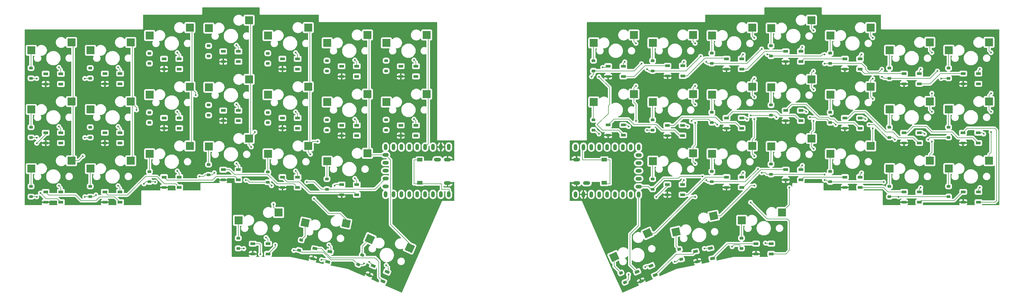
<source format=gbl>
%TF.GenerationSoftware,KiCad,Pcbnew,9.0.0*%
%TF.CreationDate,2025-03-16T07:02:02-06:00*%
%TF.ProjectId,travyboard,74726176-7962-46f6-9172-642e6b696361,rev?*%
%TF.SameCoordinates,Original*%
%TF.FileFunction,Copper,L2,Bot*%
%TF.FilePolarity,Positive*%
%FSLAX46Y46*%
G04 Gerber Fmt 4.6, Leading zero omitted, Abs format (unit mm)*
G04 Created by KiCad (PCBNEW 9.0.0) date 2025-03-16 07:02:02*
%MOMM*%
%LPD*%
G01*
G04 APERTURE LIST*
G04 Aperture macros list*
%AMRoundRect*
0 Rectangle with rounded corners*
0 $1 Rounding radius*
0 $2 $3 $4 $5 $6 $7 $8 $9 X,Y pos of 4 corners*
0 Add a 4 corners polygon primitive as box body*
4,1,4,$2,$3,$4,$5,$6,$7,$8,$9,$2,$3,0*
0 Add four circle primitives for the rounded corners*
1,1,$1+$1,$2,$3*
1,1,$1+$1,$4,$5*
1,1,$1+$1,$6,$7*
1,1,$1+$1,$8,$9*
0 Add four rect primitives between the rounded corners*
20,1,$1+$1,$2,$3,$4,$5,0*
20,1,$1+$1,$4,$5,$6,$7,0*
20,1,$1+$1,$6,$7,$8,$9,0*
20,1,$1+$1,$8,$9,$2,$3,0*%
%AMRotRect*
0 Rectangle, with rotation*
0 The origin of the aperture is its center*
0 $1 length*
0 $2 width*
0 $3 Rotation angle, in degrees counterclockwise*
0 Add horizontal line*
21,1,$1,$2,0,0,$3*%
G04 Aperture macros list end*
%TA.AperFunction,Conductor*%
%ADD10C,0.200000*%
%TD*%
%TA.AperFunction,SMDPad,CuDef*%
%ADD11R,2.550000X2.500000*%
%TD*%
%TA.AperFunction,SMDPad,CuDef*%
%ADD12RotRect,2.550000X2.500000X168.061000*%
%TD*%
%TA.AperFunction,SMDPad,CuDef*%
%ADD13RotRect,2.550000X2.500000X203.880000*%
%TD*%
%TA.AperFunction,ComponentPad*%
%ADD14O,1.200000X2.000000*%
%TD*%
%TA.AperFunction,ComponentPad*%
%ADD15O,2.000000X1.200000*%
%TD*%
%TA.AperFunction,SMDPad,CuDef*%
%ADD16RotRect,2.550000X2.500000X191.940000*%
%TD*%
%TA.AperFunction,SMDPad,CuDef*%
%ADD17RotRect,2.550000X2.500000X156.121000*%
%TD*%
%TA.AperFunction,SMDPad,CuDef*%
%ADD18RoundRect,0.225000X-0.375000X0.225000X-0.375000X-0.225000X0.375000X-0.225000X0.375000X0.225000X0*%
%TD*%
%TA.AperFunction,SMDPad,CuDef*%
%ADD19RoundRect,0.225000X-0.413436X0.142549X-0.320337X-0.297715X0.413436X-0.142549X0.320337X0.297715X0*%
%TD*%
%TA.AperFunction,SMDPad,CuDef*%
%ADD20R,1.500000X0.900000*%
%TD*%
%TA.AperFunction,ComponentPad*%
%ADD21O,2.300000X1.150000*%
%TD*%
%TA.AperFunction,SMDPad,CuDef*%
%ADD22R,1.700000X1.150000*%
%TD*%
%TA.AperFunction,SMDPad,CuDef*%
%ADD23RoundRect,0.225000X-0.251813X0.357547X-0.433983X-0.053931X0.251813X-0.357547X0.433983X0.053931X0*%
%TD*%
%TA.AperFunction,SMDPad,CuDef*%
%ADD24RotRect,1.500000X0.900000X156.120000*%
%TD*%
%TA.AperFunction,SMDPad,CuDef*%
%ADD25RoundRect,0.225000X-0.320337X0.297715X-0.413436X-0.142549X0.320337X-0.297715X0.413436X0.142549X0*%
%TD*%
%TA.AperFunction,SMDPad,CuDef*%
%ADD26RotRect,1.500000X0.900000X203.880000*%
%TD*%
%TA.AperFunction,SMDPad,CuDef*%
%ADD27RotRect,1.500000X0.900000X191.940000*%
%TD*%
%TA.AperFunction,SMDPad,CuDef*%
%ADD28RotRect,1.500000X0.900000X168.060000*%
%TD*%
%TA.AperFunction,SMDPad,CuDef*%
%ADD29RoundRect,0.225000X-0.433983X0.053931X-0.251813X-0.357547X0.433983X-0.053931X0.251813X0.357547X0*%
%TD*%
%TA.AperFunction,ViaPad*%
%ADD30C,0.600000*%
%TD*%
G04 APERTURE END LIST*
D10*
%TO.N,/Left Half/TX*%
X167719472Y-77959304D02*
X170100724Y-77959304D01*
%TO.N,/Right Half/RX*%
X212963260Y-68434296D02*
X212963260Y-64862418D01*
%TO.N,/Left Half/TX*%
X170100724Y-77959304D02*
X170100724Y-79745243D01*
X167719472Y-76173365D02*
X167719472Y-77959304D01*
X160575716Y-76173365D02*
X167719472Y-76173365D01*
%TO.N,/Right Half/RX*%
X221892955Y-68434296D02*
X220107016Y-68434296D01*
%TO.N,/Left Half/TX*%
X158789777Y-68434296D02*
X158789777Y-76173365D01*
X158789777Y-76173365D02*
X160575716Y-76173365D01*
%TO.N,/Right Half/RX*%
X220107016Y-68434296D02*
X212963260Y-68434296D01*
%TO.N,/Left Half/TX*%
X160575716Y-68434296D02*
X158789777Y-68434296D01*
%TO.N,/Right Half/RX*%
X220107016Y-76173365D02*
X221892955Y-76173365D01*
X221892955Y-76173365D02*
X221892955Y-68434296D01*
%TD*%
D11*
%TO.P,SW32,1,1*%
%TO.N,Net-(D29-K)*%
X311908111Y-52198799D03*
%TO.P,SW32,2,2*%
%TO.N,/Right Half/COL_5*%
X324835111Y-49658799D03*
%TD*%
%TO.P,SW28,1,1*%
%TO.N,Net-(D25-K)*%
X235708047Y-49817799D03*
%TO.P,SW28,2,2*%
%TO.N,/Right Half/COL_1*%
X248635047Y-47277799D03*
%TD*%
%TO.P,SW17,1,1*%
%TO.N,Net-(D17-K)*%
X111818766Y-66489601D03*
%TO.P,SW17,2,2*%
%TO.N,/Left Half/COL_4*%
X124745766Y-63949601D03*
%TD*%
%TO.P,SW26,1,1*%
%TO.N,Net-(D23-K)*%
X311908111Y-33148783D03*
%TO.P,SW26,2,2*%
%TO.N,/Right Half/COL_5*%
X324835111Y-30608783D03*
%TD*%
D12*
%TO.P,SW20,1,1*%
%TO.N,Net-(D38-K)*%
X123757394Y-88706102D03*
%TO.P,SW20,2,2*%
%TO.N,/Left Half/COL_4*%
X136930213Y-88895257D03*
%TD*%
D11*
%TO.P,SW40,1,1*%
%TO.N,Net-(D42-K)*%
X264283095Y-87917815D03*
%TO.P,SW40,2,2*%
%TO.N,/Right Half/COL_3*%
X277210095Y-85377815D03*
%TD*%
%TO.P,SW1,1,1*%
%TO.N,Net-(D1-K)*%
X35618734Y-33152073D03*
%TO.P,SW1,2,2*%
%TO.N,/Left Half/COL_0*%
X48545734Y-30612073D03*
%TD*%
%TO.P,SW38,1,1*%
%TO.N,Net-(D35-K)*%
X311908111Y-71248815D03*
%TO.P,SW38,2,2*%
%TO.N,/Right Half/COL_5*%
X324835111Y-68708815D03*
%TD*%
%TO.P,SW2,1,1*%
%TO.N,Net-(D2-K)*%
X54668750Y-33152073D03*
%TO.P,SW2,2,2*%
%TO.N,/Left Half/COL_1*%
X67595750Y-30612073D03*
%TD*%
%TO.P,SW29,1,1*%
%TO.N,Net-(D26-K)*%
X254758079Y-47435799D03*
%TO.P,SW29,2,2*%
%TO.N,/Right Half/COL_2*%
X267685079Y-44895799D03*
%TD*%
%TO.P,SW30,1,1*%
%TO.N,Net-(D27-K)*%
X273808079Y-45054799D03*
%TO.P,SW30,2,2*%
%TO.N,/Right Half/COL_3*%
X286735079Y-42514799D03*
%TD*%
%TO.P,SW13,1,1*%
%TO.N,Net-(D13-K)*%
X35618734Y-71252105D03*
%TO.P,SW13,2,2*%
%TO.N,/Left Half/COL_0*%
X48545734Y-68712105D03*
%TD*%
%TO.P,SW39,1,1*%
%TO.N,Net-(D36-K)*%
X330958127Y-71248815D03*
%TO.P,SW39,2,2*%
%TO.N,/Right Half/COL_6*%
X343885127Y-68708815D03*
%TD*%
D13*
%TO.P,SW42,1,1*%
%TO.N,Net-(D40-K)*%
X223195569Y-99647966D03*
%TO.P,SW42,2,2*%
%TO.N,/Right Half/COL_1*%
X233987709Y-92092262D03*
%TD*%
D11*
%TO.P,SW15,1,1*%
%TO.N,Net-(D15-K)*%
X73718766Y-66489601D03*
%TO.P,SW15,2,2*%
%TO.N,/Left Half/COL_2*%
X86645766Y-63949601D03*
%TD*%
%TO.P,SW46,1,1*%
%TO.N,Net-(D45-K)*%
X149918766Y-49820585D03*
%TO.P,SW46,2,2*%
%TO.N,/Left Half/COL_6*%
X162845766Y-47280585D03*
%TD*%
%TO.P,SW37,1,1*%
%TO.N,Net-(D34-K)*%
X292858095Y-66485815D03*
%TO.P,SW37,2,2*%
%TO.N,/Right Half/COL_4*%
X305785095Y-63945815D03*
%TD*%
%TO.P,SW19,1,1*%
%TO.N,Net-(D37-K)*%
X102293790Y-87920869D03*
%TO.P,SW19,2,2*%
%TO.N,/Left Half/COL_3*%
X115220790Y-85380869D03*
%TD*%
%TO.P,SW4,1,1*%
%TO.N,Net-(D4-K)*%
X92768750Y-26008073D03*
%TO.P,SW4,2,2*%
%TO.N,/Left Half/COL_3*%
X105695750Y-23468073D03*
%TD*%
%TO.P,SW31,1,1*%
%TO.N,Net-(D28-K)*%
X292858095Y-47435799D03*
%TO.P,SW31,2,2*%
%TO.N,/Right Half/COL_4*%
X305785095Y-44895799D03*
%TD*%
D14*
%TO.P,U2,0,0*%
%TO.N,unconnected-(U2-Pad0)*%
X210794950Y-64337798D03*
%TO.P,U2,1,1*%
%TO.N,/Right Half/RX*%
X213334950Y-64337798D03*
%TO.P,U2,2,2*%
%TO.N,/Right Half/ROW_0*%
X215874950Y-64337798D03*
%TO.P,U2,3,3*%
%TO.N,/Right Half/ROW_1*%
X218414950Y-64337798D03*
%TO.P,U2,3v3,3v3*%
%TO.N,unconnected-(U2-Pad3v3)*%
X215874950Y-79577798D03*
%TO.P,U2,4,4*%
%TO.N,/Right Half/COL_0*%
X220954950Y-64337798D03*
%TO.P,U2,5,5*%
%TO.N,unconnected-(U2-Pad5)*%
X223494950Y-64337798D03*
%TO.P,U2,5v,5v*%
%TO.N,+5V*%
X210794950Y-79577798D03*
%TO.P,U2,6,6*%
%TO.N,unconnected-(U2-Pad6)*%
X226034950Y-64337798D03*
%TO.P,U2,7,7*%
%TO.N,/Right Half/COL_1*%
X228574950Y-64337798D03*
%TO.P,U2,8,8*%
%TO.N,/Right Half/COL_2*%
X231114950Y-64337798D03*
D15*
%TO.P,U2,9,9*%
%TO.N,/Right Half/COL_3*%
X231114950Y-66877798D03*
%TO.P,U2,10,10*%
%TO.N,/Right Half/COL_4*%
X231114950Y-69417798D03*
%TO.P,U2,11,11*%
%TO.N,/Right Half/COL_5*%
X231114950Y-71957798D03*
%TO.P,U2,12,12*%
%TO.N,/Right Half/COL_6*%
X231114950Y-74497798D03*
%TO.P,U2,13,13*%
%TO.N,/Right Half/ROW_2*%
X231114950Y-77037798D03*
D14*
%TO.P,U2,14,14*%
%TO.N,/Right Half/LED_GPIO*%
X231114950Y-79577798D03*
%TO.P,U2,15,15*%
%TO.N,/Right Half/ROW_3*%
X228574950Y-79577798D03*
%TO.P,U2,26,26*%
%TO.N,unconnected-(U2-Pad26)*%
X226034950Y-79577798D03*
%TO.P,U2,27,27*%
%TO.N,unconnected-(U2-Pad27)*%
X223494950Y-79577798D03*
%TO.P,U2,28,28*%
%TO.N,unconnected-(U2-Pad28)*%
X220954950Y-79577798D03*
%TO.P,U2,29,29*%
%TO.N,unconnected-(U2-Pad29)*%
X218414950Y-79577798D03*
%TO.P,U2,GND,GND*%
%TO.N,GND*%
X213334950Y-79577798D03*
%TD*%
D11*
%TO.P,SW6,1,1*%
%TO.N,Net-(D6-K)*%
X130868750Y-30770073D03*
%TO.P,SW6,2,2*%
%TO.N,/Left Half/COL_5*%
X143795750Y-28230073D03*
%TD*%
%TO.P,SW5,1,1*%
%TO.N,Net-(D5-K)*%
X111818750Y-28389073D03*
%TO.P,SW5,2,2*%
%TO.N,/Left Half/COL_4*%
X124745750Y-25849073D03*
%TD*%
%TO.P,SW9,1,1*%
%TO.N,Net-(D9-K)*%
X73718766Y-47439585D03*
%TO.P,SW9,2,2*%
%TO.N,/Left Half/COL_2*%
X86645766Y-44899585D03*
%TD*%
%TO.P,SW16,1,1*%
%TO.N,Net-(D16-K)*%
X92768766Y-64108601D03*
%TO.P,SW16,2,2*%
%TO.N,/Left Half/COL_3*%
X105695766Y-61568601D03*
%TD*%
%TO.P,SW35,1,1*%
%TO.N,Net-(D32-K)*%
X254758063Y-66485815D03*
%TO.P,SW35,2,2*%
%TO.N,/Right Half/COL_2*%
X267685063Y-63945815D03*
%TD*%
%TO.P,SW7,1,1*%
%TO.N,Net-(D7-K)*%
X35618734Y-52202089D03*
%TO.P,SW7,2,2*%
%TO.N,/Left Half/COL_0*%
X48545734Y-49662089D03*
%TD*%
%TO.P,SW12,1,1*%
%TO.N,Net-(D12-K)*%
X130868766Y-49820585D03*
%TO.P,SW12,2,2*%
%TO.N,/Left Half/COL_5*%
X143795766Y-47280585D03*
%TD*%
%TO.P,SW34,1,1*%
%TO.N,Net-(D31-K)*%
X235708047Y-68867815D03*
%TO.P,SW34,2,2*%
%TO.N,/Right Half/COL_1*%
X248635047Y-66327815D03*
%TD*%
%TO.P,SW25,1,1*%
%TO.N,Net-(D22-K)*%
X292858095Y-28385783D03*
%TO.P,SW25,2,2*%
%TO.N,/Right Half/COL_4*%
X305785095Y-25845783D03*
%TD*%
D16*
%TO.P,SW41,1,1*%
%TO.N,Net-(D41-K)*%
X243125993Y-91634529D03*
%TO.P,SW41,2,2*%
%TO.N,/Right Half/COL_2*%
X255247821Y-86475050D03*
%TD*%
D11*
%TO.P,SW49,1,1*%
%TO.N,Net-(D91-K)*%
X216658047Y-30767783D03*
%TO.P,SW49,2,2*%
%TO.N,/Right Half/COL_0*%
X229585047Y-28227783D03*
%TD*%
D14*
%TO.P,U1,0,0*%
%TO.N,/Left Half/TX*%
X169966490Y-79548026D03*
%TO.P,U1,1,1*%
%TO.N,unconnected-(U1-Pad1)*%
X167426490Y-79548026D03*
%TO.P,U1,2,2*%
%TO.N,unconnected-(U1-Pad2)*%
X164886490Y-79548026D03*
%TO.P,U1,3,3*%
%TO.N,unconnected-(U1-Pad3)*%
X162346490Y-79548026D03*
%TO.P,U1,3v3,3v3*%
%TO.N,unconnected-(U1-Pad3v3)*%
X164886490Y-64308026D03*
%TO.P,U1,4,4*%
%TO.N,unconnected-(U1-Pad4)*%
X159806490Y-79548026D03*
%TO.P,U1,5,5*%
%TO.N,unconnected-(U1-Pad5)*%
X157266490Y-79548026D03*
%TO.P,U1,5v,5v*%
%TO.N,+5V*%
X169966490Y-64308026D03*
%TO.P,U1,6,6*%
%TO.N,unconnected-(U1-Pad6)*%
X154726490Y-79548026D03*
%TO.P,U1,7,7*%
%TO.N,unconnected-(U1-Pad7)*%
X152186490Y-79548026D03*
%TO.P,U1,8,8*%
%TO.N,/Left Half/LED_GPIO*%
X149646490Y-79548026D03*
D15*
%TO.P,U1,9,9*%
%TO.N,/Left Half/ROW_3*%
X149646490Y-77008026D03*
%TO.P,U1,10,10*%
%TO.N,/Left Half/ROW_2*%
X149646490Y-74468026D03*
%TO.P,U1,11,11*%
%TO.N,/Left Half/ROW_1*%
X149646490Y-71928026D03*
%TO.P,U1,12,12*%
%TO.N,/Left Half/ROW_0*%
X149646490Y-69388026D03*
%TO.P,U1,13,13*%
%TO.N,/Left Half/COL_5*%
X149646490Y-66848026D03*
D14*
%TO.P,U1,14,14*%
%TO.N,/Left Half/COL_4*%
X149646490Y-64308026D03*
%TO.P,U1,15,15*%
%TO.N,/Left Half/COL_0*%
X152186490Y-64308026D03*
%TO.P,U1,26,26*%
%TO.N,/Left Half/COL_1*%
X154726490Y-64308026D03*
%TO.P,U1,27,27*%
%TO.N,/Left Half/COL_2*%
X157266490Y-64308026D03*
%TO.P,U1,28,28*%
%TO.N,/Left Half/COL_3*%
X159806490Y-64308026D03*
%TO.P,U1,29,29*%
%TO.N,/Left Half/COL_6*%
X162346490Y-64308026D03*
%TO.P,U1,GND,GND*%
%TO.N,GND*%
X167426490Y-64308026D03*
%TD*%
D11*
%TO.P,SW33,1,1*%
%TO.N,Net-(D30-K)*%
X330958127Y-52198799D03*
%TO.P,SW33,2,2*%
%TO.N,/Right Half/COL_6*%
X343885127Y-49658799D03*
%TD*%
D17*
%TO.P,SW21,1,1*%
%TO.N,Net-(D39-K)*%
X144575069Y-93884803D03*
%TO.P,SW21,2,2*%
%TO.N,/Left Half/COL_5*%
X157423757Y-96795154D03*
%TD*%
D11*
%TO.P,SW50,1,1*%
%TO.N,Net-(D92-K)*%
X216658047Y-49817799D03*
%TO.P,SW50,2,2*%
%TO.N,/Right Half/COL_0*%
X229585047Y-47277799D03*
%TD*%
%TO.P,SW14,1,1*%
%TO.N,Net-(D14-K)*%
X54668750Y-71252105D03*
%TO.P,SW14,2,2*%
%TO.N,/Left Half/COL_1*%
X67595750Y-68712105D03*
%TD*%
%TO.P,SW24,1,1*%
%TO.N,Net-(D21-K)*%
X273808079Y-26004783D03*
%TO.P,SW24,2,2*%
%TO.N,/Right Half/COL_3*%
X286735079Y-23464783D03*
%TD*%
%TO.P,SW11,1,1*%
%TO.N,Net-(D11-K)*%
X111818766Y-47439585D03*
%TO.P,SW11,2,2*%
%TO.N,/Left Half/COL_4*%
X124745766Y-44899585D03*
%TD*%
%TO.P,SW18,1,1*%
%TO.N,Net-(D18-K)*%
X130868766Y-68870601D03*
%TO.P,SW18,2,2*%
%TO.N,/Left Half/COL_5*%
X143795766Y-66330601D03*
%TD*%
%TO.P,SW23,1,1*%
%TO.N,Net-(D20-K)*%
X254758063Y-28385783D03*
%TO.P,SW23,2,2*%
%TO.N,/Right Half/COL_2*%
X267685063Y-25845783D03*
%TD*%
%TO.P,SW10,1,1*%
%TO.N,Net-(D10-K)*%
X92768766Y-45058585D03*
%TO.P,SW10,2,2*%
%TO.N,/Left Half/COL_3*%
X105695766Y-42518585D03*
%TD*%
%TO.P,SW45,1,1*%
%TO.N,Net-(D44-K)*%
X149918750Y-30770073D03*
%TO.P,SW45,2,2*%
%TO.N,/Left Half/COL_6*%
X162845750Y-28230073D03*
%TD*%
%TO.P,SW3,1,1*%
%TO.N,Net-(D3-K)*%
X73718750Y-28389073D03*
%TO.P,SW3,2,2*%
%TO.N,/Left Half/COL_2*%
X86645750Y-25849073D03*
%TD*%
%TO.P,SW36,1,1*%
%TO.N,Net-(D33-K)*%
X273808079Y-64104815D03*
%TO.P,SW36,2,2*%
%TO.N,/Right Half/COL_3*%
X286735079Y-61564815D03*
%TD*%
%TO.P,SW22,1,1*%
%TO.N,Net-(D19-K)*%
X235708047Y-30767783D03*
%TO.P,SW22,2,2*%
%TO.N,/Right Half/COL_1*%
X248635047Y-28227783D03*
%TD*%
%TO.P,SW8,1,1*%
%TO.N,Net-(D8-K)*%
X54668750Y-52202089D03*
%TO.P,SW8,2,2*%
%TO.N,/Left Half/COL_1*%
X67595750Y-49662089D03*
%TD*%
%TO.P,SW27,1,1*%
%TO.N,Net-(D24-K)*%
X330958127Y-33148783D03*
%TO.P,SW27,2,2*%
%TO.N,/Right Half/COL_6*%
X343885127Y-30608783D03*
%TD*%
D18*
%TO.P,D26,1,K*%
%TO.N,Net-(D26-K)*%
X254673133Y-53156301D03*
%TO.P,D26,2,A*%
%TO.N,/Right Half/ROW_1*%
X254673133Y-56456301D03*
%TD*%
D19*
%TO.P,D41,1,K*%
%TO.N,Net-(D41-K)*%
X244172287Y-97242581D03*
%TO.P,D41,2,A*%
%TO.N,/Right Half/ROW_3*%
X244855015Y-100471185D03*
%TD*%
D20*
%TO.P,D84,1,VDD*%
%TO.N,+5V*%
X264266889Y-35892224D03*
%TO.P,D84,2,DOUT*%
%TO.N,Net-(D84-DOUT)*%
X264266889Y-39192224D03*
%TO.P,D84,3,VSS*%
%TO.N,GND*%
X259366889Y-39192224D03*
%TO.P,D84,4,DIN*%
%TO.N,Net-(D78-DOUT)*%
X259366889Y-35892224D03*
%TD*%
D18*
%TO.P,D10,1,K*%
%TO.N,Net-(D10-K)*%
X92683839Y-50778340D03*
%TO.P,D10,2,A*%
%TO.N,/Left Half/ROW_1*%
X92683839Y-54078340D03*
%TD*%
D20*
%TO.P,D85,1,VDD*%
%TO.N,+5V*%
X340466953Y-40654728D03*
%TO.P,D85,2,DOUT*%
%TO.N,unconnected-(D85-DOUT-Pad2)*%
X340466953Y-43954728D03*
%TO.P,D85,3,VSS*%
%TO.N,GND*%
X335566953Y-43954728D03*
%TO.P,D85,4,DIN*%
%TO.N,Net-(D79-DOUT)*%
X335566953Y-40654728D03*
%TD*%
D21*
%TO.P,J1,1*%
%TO.N,GND*%
X169588734Y-75921823D03*
D22*
%TO.P,J1,2*%
%TO.N,/Left Half/TX*%
X160638734Y-68396823D03*
D21*
%TO.P,J1,3*%
%TO.N,+5V*%
X166338734Y-68321823D03*
D22*
%TO.P,J1,4*%
%TO.N,/Left Half/TX*%
X160638734Y-75846823D03*
D21*
%TO.P,J1,5*%
%TO.N,GND*%
X169588734Y-68321823D03*
%TD*%
D23*
%TO.P,D39,1,K*%
%TO.N,Net-(D39-K)*%
X142142074Y-99090955D03*
%TO.P,D39,2,A*%
%TO.N,/Left Half/ROW_3*%
X140806160Y-102108459D03*
%TD*%
D18*
%TO.P,D33,1,K*%
%TO.N,Net-(D33-K)*%
X273723149Y-69825065D03*
%TO.P,D33,2,A*%
%TO.N,/Right Half/ROW_2*%
X273723149Y-73125065D03*
%TD*%
D20*
%TO.P,D76,1,VDD*%
%TO.N,+5V*%
X340398205Y-59704744D03*
%TO.P,D76,2,DOUT*%
%TO.N,Net-(D76-DOUT)*%
X340398205Y-63004744D03*
%TO.P,D76,3,VSS*%
%TO.N,GND*%
X335498205Y-63004744D03*
%TO.P,D76,4,DIN*%
%TO.N,Net-(D70-DOUT)*%
X335498205Y-59704744D03*
%TD*%
D18*
%TO.P,D27,1,K*%
%TO.N,Net-(D27-K)*%
X273723149Y-50775049D03*
%TO.P,D27,2,A*%
%TO.N,/Right Half/ROW_1*%
X273723149Y-54075049D03*
%TD*%
D20*
%TO.P,D55,1,VDD*%
%TO.N,+5V*%
X64177563Y-59708035D03*
%TO.P,D55,2,DOUT*%
%TO.N,Net-(D55-DOUT)*%
X64177563Y-63008035D03*
%TO.P,D55,3,VSS*%
%TO.N,GND*%
X59277563Y-63008035D03*
%TO.P,D55,4,DIN*%
%TO.N,Net-(D54-DOUT)*%
X59277563Y-59708035D03*
%TD*%
D18*
%TO.P,D37,1,K*%
%TO.N,Net-(D37-K)*%
X102208847Y-93640876D03*
%TO.P,D37,2,A*%
%TO.N,/Left Half/ROW_3*%
X102208847Y-96940876D03*
%TD*%
%TO.P,D2,1,K*%
%TO.N,Net-(D2-K)*%
X54583807Y-38872080D03*
%TO.P,D2,2,A*%
%TO.N,/Left Half/ROW_0*%
X54583807Y-42172080D03*
%TD*%
D20*
%TO.P,D73,1,VDD*%
%TO.N,+5V*%
X302366921Y-35892224D03*
%TO.P,D73,2,DOUT*%
%TO.N,Net-(D73-DOUT)*%
X302366921Y-39192224D03*
%TO.P,D73,3,VSS*%
%TO.N,GND*%
X297466921Y-39192224D03*
%TO.P,D73,4,DIN*%
%TO.N,Net-(D73-DIN)*%
X297466921Y-35892224D03*
%TD*%
D18*
%TO.P,D31,1,K*%
%TO.N,Net-(D31-K)*%
X235623117Y-74587569D03*
%TO.P,D31,2,A*%
%TO.N,/Right Half/ROW_2*%
X235623117Y-77887569D03*
%TD*%
%TO.P,D19,1,K*%
%TO.N,Net-(D19-K)*%
X235623117Y-36487537D03*
%TO.P,D19,2,A*%
%TO.N,/Right Half/ROW_0*%
X235623117Y-39787537D03*
%TD*%
D20*
%TO.P,D48,1,VDD*%
%TO.N,+5V*%
X140377627Y-76376799D03*
%TO.P,D48,2,DOUT*%
%TO.N,Net-(D48-DOUT)*%
X140377627Y-79676799D03*
%TO.P,D48,3,VSS*%
%TO.N,GND*%
X135477627Y-79676799D03*
%TO.P,D48,4,DIN*%
%TO.N,Net-(D47-DOUT)*%
X135477627Y-76376799D03*
%TD*%
%TO.P,D88,1,VDD*%
%TO.N,+5V*%
X302366921Y-54942240D03*
%TO.P,D88,2,DOUT*%
%TO.N,Net-(D71-DIN)*%
X302366921Y-58242240D03*
%TO.P,D88,3,VSS*%
%TO.N,GND*%
X297466921Y-58242240D03*
%TO.P,D88,4,DIN*%
%TO.N,Net-(D82-DOUT)*%
X297466921Y-54942240D03*
%TD*%
D18*
%TO.P,D1,1,K*%
%TO.N,Net-(D1-K)*%
X35533791Y-38872080D03*
%TO.P,D1,2,A*%
%TO.N,/Left Half/ROW_0*%
X35533791Y-42172080D03*
%TD*%
D20*
%TO.P,D51,1,VDD*%
%TO.N,+5V*%
X83227579Y-73995547D03*
%TO.P,D51,2,DOUT*%
%TO.N,Net-(D51-DOUT)*%
X83227579Y-77295547D03*
%TO.P,D51,3,VSS*%
%TO.N,GND*%
X78327579Y-77295547D03*
%TO.P,D51,4,DIN*%
%TO.N,Net-(D50-DOUT)*%
X78327579Y-73995547D03*
%TD*%
D18*
%TO.P,D45,1,K*%
%TO.N,Net-(D45-K)*%
X149833887Y-55540843D03*
%TO.P,D45,2,A*%
%TO.N,/Left Half/ROW_1*%
X149833887Y-58840843D03*
%TD*%
D20*
%TO.P,D75,1,VDD*%
%TO.N,+5V*%
X283316905Y-71611004D03*
%TO.P,D75,2,DOUT*%
%TO.N,Net-(D75-DOUT)*%
X283316905Y-74911004D03*
%TO.P,D75,3,VSS*%
%TO.N,GND*%
X278416905Y-74911004D03*
%TO.P,D75,4,DIN*%
%TO.N,Net-(D69-DOUT)*%
X278416905Y-71611004D03*
%TD*%
%TO.P,D67,1,VDD*%
%TO.N,+5V*%
X45127547Y-40722401D03*
%TO.P,D67,2,DOUT*%
%TO.N,unconnected-(D67-DOUT-Pad2)*%
X45127547Y-44022401D03*
%TO.P,D67,3,VSS*%
%TO.N,GND*%
X40227547Y-44022401D03*
%TO.P,D67,4,DIN*%
%TO.N,Net-(D66-DOUT)*%
X40227547Y-40722401D03*
%TD*%
%TO.P,D80,1,VDD*%
%TO.N,+5V*%
X273791897Y-95423524D03*
%TO.P,D80,2,DOUT*%
%TO.N,Net-(D80-DOUT)*%
X273791897Y-98723524D03*
%TO.P,D80,3,VSS*%
%TO.N,GND*%
X268891897Y-98723524D03*
%TO.P,D80,4,DIN*%
%TO.N,Net-(D74-DOUT)*%
X268891897Y-95423524D03*
%TD*%
%TO.P,D69,1,VDD*%
%TO.N,+5V*%
X264266889Y-73992256D03*
%TO.P,D69,2,DOUT*%
%TO.N,Net-(D69-DOUT)*%
X264266889Y-77292256D03*
%TO.P,D69,3,VSS*%
%TO.N,GND*%
X259366889Y-77292256D03*
%TO.P,D69,4,DIN*%
%TO.N,Net-(D69-DIN)*%
X259366889Y-73992256D03*
%TD*%
%TO.P,D60,1,VDD*%
%TO.N,+5V*%
X159427643Y-57326782D03*
%TO.P,D60,2,DOUT*%
%TO.N,Net-(D60-DOUT)*%
X159427643Y-60626782D03*
%TO.P,D60,3,VSS*%
%TO.N,GND*%
X154527643Y-60626782D03*
%TO.P,D60,4,DIN*%
%TO.N,Net-(D59-DOUT)*%
X154527643Y-57326782D03*
%TD*%
D24*
%TO.P,D43,1,VDD*%
%TO.N,+5V*%
X150122896Y-104535470D03*
%TO.P,D43,2,DOUT*%
%TO.N,Net-(D43-DOUT)*%
X148786982Y-107552974D03*
%TO.P,D43,3,VSS*%
%TO.N,GND*%
X144306444Y-105569344D03*
%TO.P,D43,4,DIN*%
%TO.N,/Left Half/LED_GPIO*%
X145642358Y-102551840D03*
%TD*%
D18*
%TO.P,D23,1,K*%
%TO.N,Net-(D23-K)*%
X311823181Y-38868789D03*
%TO.P,D23,2,A*%
%TO.N,/Right Half/ROW_0*%
X311823181Y-42168789D03*
%TD*%
D20*
%TO.P,D62,1,VDD*%
%TO.N,+5V*%
X140377627Y-38276767D03*
%TO.P,D62,2,DOUT*%
%TO.N,Net-(D62-DOUT)*%
X140377627Y-41576767D03*
%TO.P,D62,3,VSS*%
%TO.N,GND*%
X135477627Y-41576767D03*
%TO.P,D62,4,DIN*%
%TO.N,Net-(D61-DOUT)*%
X135477627Y-38276767D03*
%TD*%
D18*
%TO.P,D44,1,K*%
%TO.N,Net-(D44-K)*%
X149833887Y-36490828D03*
%TO.P,D44,2,A*%
%TO.N,/Left Half/ROW_0*%
X149833887Y-39790828D03*
%TD*%
D25*
%TO.P,D38,1,K*%
%TO.N,Net-(D38-K)*%
X122489008Y-94296754D03*
%TO.P,D38,2,A*%
%TO.N,/Left Half/ROW_3*%
X121806280Y-97525358D03*
%TD*%
D18*
%TO.P,D6,1,K*%
%TO.N,Net-(D6-K)*%
X130783871Y-36490828D03*
%TO.P,D6,2,A*%
%TO.N,/Left Half/ROW_0*%
X130783871Y-39790828D03*
%TD*%
D20*
%TO.P,D81,1,VDD*%
%TO.N,+5V*%
X302366921Y-73992256D03*
%TO.P,D81,2,DOUT*%
%TO.N,Net-(D81-DOUT)*%
X302366921Y-77292256D03*
%TO.P,D81,3,VSS*%
%TO.N,GND*%
X297466921Y-77292256D03*
%TO.P,D81,4,DIN*%
%TO.N,Net-(D75-DOUT)*%
X297466921Y-73992256D03*
%TD*%
%TO.P,D53,1,VDD*%
%TO.N,+5V*%
X45127547Y-78758051D03*
%TO.P,D53,2,DOUT*%
%TO.N,Net-(D53-DOUT)*%
X45127547Y-82058051D03*
%TO.P,D53,3,VSS*%
%TO.N,GND*%
X40227547Y-82058051D03*
%TO.P,D53,4,DIN*%
%TO.N,Net-(D52-DOUT)*%
X40227547Y-78758051D03*
%TD*%
%TO.P,D66,1,VDD*%
%TO.N,+5V*%
X64177563Y-40658019D03*
%TO.P,D66,2,DOUT*%
%TO.N,Net-(D66-DOUT)*%
X64177563Y-43958019D03*
%TO.P,D66,3,VSS*%
%TO.N,GND*%
X59277563Y-43958019D03*
%TO.P,D66,4,DIN*%
%TO.N,Net-(D65-DOUT)*%
X59277563Y-40658019D03*
%TD*%
%TO.P,D89,1,VDD*%
%TO.N,+5V*%
X226166857Y-57187553D03*
%TO.P,D89,2,DOUT*%
%TO.N,Net-(D72-DIN)*%
X226166857Y-60487553D03*
%TO.P,D89,3,VSS*%
%TO.N,GND*%
X221266857Y-60487553D03*
%TO.P,D89,4,DIN*%
%TO.N,Net-(D83-DOUT)*%
X221266857Y-57187553D03*
%TD*%
%TO.P,D63,1,VDD*%
%TO.N,+5V*%
X121327611Y-35895515D03*
%TO.P,D63,2,DOUT*%
%TO.N,Net-(D63-DOUT)*%
X121327611Y-39195515D03*
%TO.P,D63,3,VSS*%
%TO.N,GND*%
X116427611Y-39195515D03*
%TO.P,D63,4,DIN*%
%TO.N,Net-(D62-DOUT)*%
X116427611Y-35895515D03*
%TD*%
D18*
%TO.P,D15,1,K*%
%TO.N,Net-(D15-K)*%
X73633823Y-72209608D03*
%TO.P,D15,2,A*%
%TO.N,/Left Half/ROW_2*%
X73633823Y-75509608D03*
%TD*%
%TO.P,D20,1,K*%
%TO.N,Net-(D20-K)*%
X254673133Y-34106285D03*
%TO.P,D20,2,A*%
%TO.N,/Right Half/ROW_0*%
X254673133Y-37406285D03*
%TD*%
%TO.P,D16,1,K*%
%TO.N,Net-(D16-K)*%
X92683839Y-69964295D03*
%TO.P,D16,2,A*%
%TO.N,/Left Half/ROW_2*%
X92683839Y-73264295D03*
%TD*%
%TO.P,D25,1,K*%
%TO.N,Net-(D25-K)*%
X235623117Y-55537553D03*
%TO.P,D25,2,A*%
%TO.N,/Right Half/ROW_1*%
X235623117Y-58837553D03*
%TD*%
%TO.P,D5,1,K*%
%TO.N,Net-(D5-K)*%
X111733855Y-34109576D03*
%TO.P,D5,2,A*%
%TO.N,/Left Half/ROW_0*%
X111733855Y-37409576D03*
%TD*%
D20*
%TO.P,D87,1,VDD*%
%TO.N,+5V*%
X321416937Y-78754760D03*
%TO.P,D87,2,DOUT*%
%TO.N,Net-(D70-DIN)*%
X321416937Y-82054760D03*
%TO.P,D87,3,VSS*%
%TO.N,GND*%
X316516937Y-82054760D03*
%TO.P,D87,4,DIN*%
%TO.N,Net-(D81-DOUT)*%
X316516937Y-78754760D03*
%TD*%
D18*
%TO.P,D3,1,K*%
%TO.N,Net-(D3-K)*%
X73633823Y-34109576D03*
%TO.P,D3,2,A*%
%TO.N,/Left Half/ROW_0*%
X73633823Y-37409576D03*
%TD*%
%TO.P,D22,1,K*%
%TO.N,Net-(D22-K)*%
X292773165Y-34106285D03*
%TO.P,D22,2,A*%
%TO.N,/Right Half/ROW_0*%
X292773165Y-37406285D03*
%TD*%
%TO.P,D9,1,K*%
%TO.N,Net-(D9-K)*%
X73633823Y-53159592D03*
%TO.P,D9,2,A*%
%TO.N,/Left Half/ROW_1*%
X73633823Y-56459592D03*
%TD*%
D20*
%TO.P,D56,1,VDD*%
%TO.N,+5V*%
X83227579Y-54945531D03*
%TO.P,D56,2,DOUT*%
%TO.N,Net-(D56-DOUT)*%
X83227579Y-58245531D03*
%TO.P,D56,3,VSS*%
%TO.N,GND*%
X78327579Y-58245531D03*
%TO.P,D56,4,DIN*%
%TO.N,Net-(D55-DOUT)*%
X78327579Y-54945531D03*
%TD*%
D18*
%TO.P,D24,1,K*%
%TO.N,Net-(D24-K)*%
X330873197Y-38868789D03*
%TO.P,D24,2,A*%
%TO.N,/Right Half/ROW_0*%
X330873197Y-42168789D03*
%TD*%
%TO.P,D18,1,K*%
%TO.N,Net-(D18-K)*%
X130783871Y-74590860D03*
%TO.P,D18,2,A*%
%TO.N,/Left Half/ROW_2*%
X130783871Y-77890860D03*
%TD*%
D20*
%TO.P,D71,1,VDD*%
%TO.N,+5V*%
X283316905Y-52560988D03*
%TO.P,D71,2,DOUT*%
%TO.N,Net-(D71-DOUT)*%
X283316905Y-55860988D03*
%TO.P,D71,3,VSS*%
%TO.N,GND*%
X278416905Y-55860988D03*
%TO.P,D71,4,DIN*%
%TO.N,Net-(D71-DIN)*%
X278416905Y-52560988D03*
%TD*%
D26*
%TO.P,D68,1,VDD*%
%TO.N,+5V*%
X235093874Y-102528751D03*
%TO.P,D68,2,DOUT*%
%TO.N,Net-(D68-DOUT)*%
X236429788Y-105546257D03*
%TO.P,D68,3,VSS*%
%TO.N,GND*%
X231949250Y-107529889D03*
%TO.P,D68,4,DIN*%
%TO.N,/Right Half/LED_GPIO*%
X230613336Y-104512383D03*
%TD*%
D18*
%TO.P,D21,1,K*%
%TO.N,Net-(D21-K)*%
X273723149Y-31725033D03*
%TO.P,D21,2,A*%
%TO.N,/Right Half/ROW_0*%
X273723149Y-35025033D03*
%TD*%
D27*
%TO.P,D74,1,VDD*%
%TO.N,+5V*%
X254183513Y-96927541D03*
%TO.P,D74,2,DOUT*%
%TO.N,Net-(D74-DOUT)*%
X254866241Y-100156145D03*
%TO.P,D74,3,VSS*%
%TO.N,GND*%
X250072253Y-101169893D03*
%TO.P,D74,4,DIN*%
%TO.N,Net-(D68-DOUT)*%
X249389525Y-97941289D03*
%TD*%
D20*
%TO.P,D58,1,VDD*%
%TO.N,+5V*%
X121327611Y-54945531D03*
%TO.P,D58,2,DOUT*%
%TO.N,Net-(D58-DOUT)*%
X121327611Y-58245531D03*
%TO.P,D58,3,VSS*%
%TO.N,GND*%
X116427611Y-58245531D03*
%TO.P,D58,4,DIN*%
%TO.N,Net-(D57-DOUT)*%
X116427611Y-54945531D03*
%TD*%
%TO.P,D49,1,VDD*%
%TO.N,+5V*%
X121327611Y-73995547D03*
%TO.P,D49,2,DOUT*%
%TO.N,Net-(D49-DOUT)*%
X121327611Y-77295547D03*
%TO.P,D49,3,VSS*%
%TO.N,GND*%
X116427611Y-77295547D03*
%TO.P,D49,4,DIN*%
%TO.N,Net-(D48-DOUT)*%
X116427611Y-73995547D03*
%TD*%
%TO.P,D83,1,VDD*%
%TO.N,+5V*%
X245216873Y-57323492D03*
%TO.P,D83,2,DOUT*%
%TO.N,Net-(D83-DOUT)*%
X245216873Y-60623492D03*
%TO.P,D83,3,VSS*%
%TO.N,GND*%
X240316873Y-60623492D03*
%TO.P,D83,4,DIN*%
%TO.N,Net-(D77-DOUT)*%
X240316873Y-57323492D03*
%TD*%
D18*
%TO.P,D13,1,K*%
%TO.N,Net-(D13-K)*%
X35533791Y-76972112D03*
%TO.P,D13,2,A*%
%TO.N,/Left Half/ROW_2*%
X35533791Y-80272112D03*
%TD*%
D20*
%TO.P,D47,1,VDD*%
%TO.N,+5V*%
X111802603Y-95426815D03*
%TO.P,D47,2,DOUT*%
%TO.N,Net-(D47-DOUT)*%
X111802603Y-98726815D03*
%TO.P,D47,3,VSS*%
%TO.N,GND*%
X106902603Y-98726815D03*
%TO.P,D47,4,DIN*%
%TO.N,Net-(D46-DOUT)*%
X106902603Y-95426815D03*
%TD*%
D18*
%TO.P,D91,1,K*%
%TO.N,Net-(D91-K)*%
X216573117Y-36487537D03*
%TO.P,D91,2,A*%
%TO.N,/Right Half/ROW_0*%
X216573117Y-39787537D03*
%TD*%
%TO.P,D42,1,K*%
%TO.N,Net-(D42-K)*%
X264198141Y-93637585D03*
%TO.P,D42,2,A*%
%TO.N,/Right Half/ROW_3*%
X264198141Y-96937585D03*
%TD*%
D20*
%TO.P,D57,1,VDD*%
%TO.N,+5V*%
X102277595Y-52564279D03*
%TO.P,D57,2,DOUT*%
%TO.N,Net-(D57-DOUT)*%
X102277595Y-55864279D03*
%TO.P,D57,3,VSS*%
%TO.N,GND*%
X97377595Y-55864279D03*
%TO.P,D57,4,DIN*%
%TO.N,Net-(D56-DOUT)*%
X97377595Y-52564279D03*
%TD*%
%TO.P,D72,1,VDD*%
%TO.N,+5V*%
X226166857Y-38273476D03*
%TO.P,D72,2,DOUT*%
%TO.N,Net-(D72-DOUT)*%
X226166857Y-41573476D03*
%TO.P,D72,3,VSS*%
%TO.N,GND*%
X221266857Y-41573476D03*
%TO.P,D72,4,DIN*%
%TO.N,Net-(D72-DIN)*%
X221266857Y-38273476D03*
%TD*%
D18*
%TO.P,D12,1,K*%
%TO.N,Net-(D12-K)*%
X130783871Y-55540844D03*
%TO.P,D12,2,A*%
%TO.N,/Left Half/ROW_1*%
X130783871Y-58840844D03*
%TD*%
%TO.P,D7,1,K*%
%TO.N,Net-(D7-K)*%
X35533791Y-57922096D03*
%TO.P,D7,2,A*%
%TO.N,/Left Half/ROW_1*%
X35533791Y-61222096D03*
%TD*%
D21*
%TO.P,J2,1*%
%TO.N,GND*%
X211093734Y-68322298D03*
D22*
%TO.P,J2,2*%
%TO.N,/Right Half/RX*%
X220043734Y-75847298D03*
D21*
%TO.P,J2,3*%
%TO.N,+5V*%
X214343734Y-75922298D03*
D22*
%TO.P,J2,4*%
%TO.N,/Right Half/RX*%
X220043734Y-68397298D03*
D21*
%TO.P,J2,5*%
%TO.N,GND*%
X211093734Y-75922298D03*
%TD*%
D20*
%TO.P,D52,1,VDD*%
%TO.N,+5V*%
X64177563Y-78758051D03*
%TO.P,D52,2,DOUT*%
%TO.N,Net-(D52-DOUT)*%
X64177563Y-82058051D03*
%TO.P,D52,3,VSS*%
%TO.N,GND*%
X59277563Y-82058051D03*
%TO.P,D52,4,DIN*%
%TO.N,Net-(D51-DOUT)*%
X59277563Y-78758051D03*
%TD*%
%TO.P,D90,1,VDD*%
%TO.N,+5V*%
X283316905Y-33510972D03*
%TO.P,D90,2,DOUT*%
%TO.N,Net-(D73-DIN)*%
X283316905Y-36810972D03*
%TO.P,D90,3,VSS*%
%TO.N,GND*%
X278416905Y-36810972D03*
%TO.P,D90,4,DIN*%
%TO.N,Net-(D84-DOUT)*%
X278416905Y-33510972D03*
%TD*%
D18*
%TO.P,D34,1,K*%
%TO.N,Net-(D34-K)*%
X292773165Y-72206317D03*
%TO.P,D34,2,A*%
%TO.N,/Right Half/ROW_2*%
X292773165Y-75506317D03*
%TD*%
%TO.P,D11,1,K*%
%TO.N,Net-(D11-K)*%
X111733855Y-53159592D03*
%TO.P,D11,2,A*%
%TO.N,/Left Half/ROW_1*%
X111733855Y-56459592D03*
%TD*%
D28*
%TO.P,D46,1,VDD*%
%TO.N,+5V*%
X131694168Y-98023349D03*
%TO.P,D46,2,DOUT*%
%TO.N,Net-(D46-DOUT)*%
X131011440Y-101251953D03*
%TO.P,D46,3,VSS*%
%TO.N,GND*%
X126217452Y-100238205D03*
%TO.P,D46,4,DIN*%
%TO.N,Net-(D43-DOUT)*%
X126900180Y-97009601D03*
%TD*%
D20*
%TO.P,D79,1,VDD*%
%TO.N,+5V*%
X321416937Y-40654728D03*
%TO.P,D79,2,DOUT*%
%TO.N,Net-(D79-DOUT)*%
X321416937Y-43954728D03*
%TO.P,D79,3,VSS*%
%TO.N,GND*%
X316516937Y-43954728D03*
%TO.P,D79,4,DIN*%
%TO.N,Net-(D73-DOUT)*%
X316516937Y-40654728D03*
%TD*%
%TO.P,D77,1,VDD*%
%TO.N,+5V*%
X264266889Y-54942240D03*
%TO.P,D77,2,DOUT*%
%TO.N,Net-(D77-DOUT)*%
X264266889Y-58242240D03*
%TO.P,D77,3,VSS*%
%TO.N,GND*%
X259366889Y-58242240D03*
%TO.P,D77,4,DIN*%
%TO.N,Net-(D71-DOUT)*%
X259366889Y-54942240D03*
%TD*%
%TO.P,D50,1,VDD*%
%TO.N,+5V*%
X102277595Y-71614295D03*
%TO.P,D50,2,DOUT*%
%TO.N,Net-(D50-DOUT)*%
X102277595Y-74914295D03*
%TO.P,D50,3,VSS*%
%TO.N,GND*%
X97377595Y-74914295D03*
%TO.P,D50,4,DIN*%
%TO.N,Net-(D49-DOUT)*%
X97377595Y-71614295D03*
%TD*%
%TO.P,D65,1,VDD*%
%TO.N,+5V*%
X83227579Y-35895515D03*
%TO.P,D65,2,DOUT*%
%TO.N,Net-(D65-DOUT)*%
X83227579Y-39195515D03*
%TO.P,D65,3,VSS*%
%TO.N,GND*%
X78327579Y-39195515D03*
%TO.P,D65,4,DIN*%
%TO.N,Net-(D64-DOUT)*%
X78327579Y-35895515D03*
%TD*%
%TO.P,D59,1,VDD*%
%TO.N,+5V*%
X140377627Y-57326783D03*
%TO.P,D59,2,DOUT*%
%TO.N,Net-(D59-DOUT)*%
X140377627Y-60626783D03*
%TO.P,D59,3,VSS*%
%TO.N,GND*%
X135477627Y-60626783D03*
%TO.P,D59,4,DIN*%
%TO.N,Net-(D58-DOUT)*%
X135477627Y-57326783D03*
%TD*%
D18*
%TO.P,D32,1,K*%
%TO.N,Net-(D32-K)*%
X254673133Y-72206317D03*
%TO.P,D32,2,A*%
%TO.N,/Right Half/ROW_2*%
X254673133Y-75506317D03*
%TD*%
%TO.P,D4,1,K*%
%TO.N,Net-(D4-K)*%
X92683839Y-31728324D03*
%TO.P,D4,2,A*%
%TO.N,/Left Half/ROW_0*%
X92683839Y-35028324D03*
%TD*%
D29*
%TO.P,D40,1,K*%
%TO.N,Net-(D40-K)*%
X225390662Y-104854136D03*
%TO.P,D40,2,A*%
%TO.N,/Right Half/ROW_3*%
X226726576Y-107871640D03*
%TD*%
D18*
%TO.P,D29,1,K*%
%TO.N,Net-(D29-K)*%
X311823181Y-57918805D03*
%TO.P,D29,2,A*%
%TO.N,/Right Half/ROW_1*%
X311823181Y-61218805D03*
%TD*%
D20*
%TO.P,D64,1,VDD*%
%TO.N,+5V*%
X102277595Y-33514263D03*
%TO.P,D64,2,DOUT*%
%TO.N,Net-(D64-DOUT)*%
X102277595Y-36814263D03*
%TO.P,D64,3,VSS*%
%TO.N,GND*%
X97377595Y-36814263D03*
%TO.P,D64,4,DIN*%
%TO.N,Net-(D63-DOUT)*%
X97377595Y-33514263D03*
%TD*%
%TO.P,D61,1,VDD*%
%TO.N,+5V*%
X159427643Y-38276767D03*
%TO.P,D61,2,DOUT*%
%TO.N,Net-(D61-DOUT)*%
X159427643Y-41576767D03*
%TO.P,D61,3,VSS*%
%TO.N,GND*%
X154527643Y-41576767D03*
%TO.P,D61,4,DIN*%
%TO.N,Net-(D60-DOUT)*%
X154527643Y-38276767D03*
%TD*%
D18*
%TO.P,D30,1,K*%
%TO.N,Net-(D30-K)*%
X330873197Y-57918805D03*
%TO.P,D30,2,A*%
%TO.N,/Right Half/ROW_1*%
X330873197Y-61218805D03*
%TD*%
%TO.P,D14,1,K*%
%TO.N,Net-(D14-K)*%
X54583807Y-76972112D03*
%TO.P,D14,2,A*%
%TO.N,/Left Half/ROW_2*%
X54583807Y-80272112D03*
%TD*%
D20*
%TO.P,D70,1,VDD*%
%TO.N,+5V*%
X340466953Y-78754760D03*
%TO.P,D70,2,DOUT*%
%TO.N,Net-(D70-DOUT)*%
X340466953Y-82054760D03*
%TO.P,D70,3,VSS*%
%TO.N,GND*%
X335566953Y-82054760D03*
%TO.P,D70,4,DIN*%
%TO.N,Net-(D70-DIN)*%
X335566953Y-78754760D03*
%TD*%
%TO.P,D54,1,VDD*%
%TO.N,+5V*%
X45127547Y-59708035D03*
%TO.P,D54,2,DOUT*%
%TO.N,Net-(D54-DOUT)*%
X45127547Y-63008035D03*
%TO.P,D54,3,VSS*%
%TO.N,GND*%
X40227547Y-63008035D03*
%TO.P,D54,4,DIN*%
%TO.N,Net-(D53-DOUT)*%
X40227547Y-59708035D03*
%TD*%
D18*
%TO.P,D35,1,K*%
%TO.N,Net-(D35-K)*%
X311823181Y-76968821D03*
%TO.P,D35,2,A*%
%TO.N,/Right Half/ROW_2*%
X311823181Y-80268821D03*
%TD*%
D20*
%TO.P,D86,1,VDD*%
%TO.N,+5V*%
X245216873Y-76373508D03*
%TO.P,D86,2,DOUT*%
%TO.N,Net-(D69-DIN)*%
X245216873Y-79673508D03*
%TO.P,D86,3,VSS*%
%TO.N,GND*%
X240316873Y-79673508D03*
%TO.P,D86,4,DIN*%
%TO.N,Net-(D80-DOUT)*%
X240316873Y-76373508D03*
%TD*%
%TO.P,D82,1,VDD*%
%TO.N,+5V*%
X321416937Y-59704744D03*
%TO.P,D82,2,DOUT*%
%TO.N,Net-(D82-DOUT)*%
X321416937Y-63004744D03*
%TO.P,D82,3,VSS*%
%TO.N,GND*%
X316516937Y-63004744D03*
%TO.P,D82,4,DIN*%
%TO.N,Net-(D76-DOUT)*%
X316516937Y-59704744D03*
%TD*%
D18*
%TO.P,D8,1,K*%
%TO.N,Net-(D8-K)*%
X54583807Y-57922096D03*
%TO.P,D8,2,A*%
%TO.N,/Left Half/ROW_1*%
X54583807Y-61222096D03*
%TD*%
%TO.P,D36,1,K*%
%TO.N,Net-(D36-K)*%
X330873197Y-76968821D03*
%TO.P,D36,2,A*%
%TO.N,/Right Half/ROW_2*%
X330873197Y-80268821D03*
%TD*%
%TO.P,D92,1,K*%
%TO.N,Net-(D92-K)*%
X216573117Y-55537553D03*
%TO.P,D92,2,A*%
%TO.N,/Right Half/ROW_1*%
X216573117Y-58837553D03*
%TD*%
%TO.P,D28,1,K*%
%TO.N,Net-(D28-K)*%
X292773165Y-53156301D03*
%TO.P,D28,2,A*%
%TO.N,/Right Half/ROW_1*%
X292773165Y-56456301D03*
%TD*%
D20*
%TO.P,D78,1,VDD*%
%TO.N,+5V*%
X245285621Y-38137537D03*
%TO.P,D78,2,DOUT*%
%TO.N,Net-(D78-DOUT)*%
X245285621Y-41437537D03*
%TO.P,D78,3,VSS*%
%TO.N,GND*%
X240385621Y-41437537D03*
%TO.P,D78,4,DIN*%
%TO.N,Net-(D72-DOUT)*%
X240385621Y-38137537D03*
%TD*%
D18*
%TO.P,D17,1,K*%
%TO.N,Net-(D17-K)*%
X111733855Y-72345547D03*
%TO.P,D17,2,A*%
%TO.N,/Left Half/ROW_2*%
X111733855Y-75645547D03*
%TD*%
D30*
%TO.N,/Left Half/COL_1*%
X69492827Y-52360845D03*
%TO.N,/Left Half/COL_2*%
X88542843Y-47598341D03*
%TO.N,/Left Half/COL_3*%
X113545989Y-82721808D03*
X107592859Y-59504601D03*
X106402233Y-64267105D03*
%TO.N,/Left Half/COL_4*%
X127833501Y-62481166D03*
X126642875Y-80935869D03*
X125452249Y-66648357D03*
%TO.N,/Right Half/COL_1*%
X249277353Y-56528036D03*
X249277353Y-44621776D03*
X249277353Y-50574906D03*
X249277353Y-30929577D03*
X249277353Y-80340556D03*
X249277353Y-69624922D03*
%TO.N,/Right Half/COL_2*%
X268327369Y-42240524D03*
X268327369Y-29143638D03*
X268327369Y-67243670D03*
X268327369Y-76768678D03*
X268327369Y-55337410D03*
X268327369Y-48193654D03*
%TO.N,/Right Half/COL_3*%
X287377385Y-26762386D03*
X287377385Y-55932723D03*
X287377385Y-39859272D03*
X287377385Y-45812402D03*
X279638316Y-77363991D03*
X287377385Y-64862418D03*
%TO.N,/Right Half/COL_4*%
X306427401Y-58313975D03*
X306427401Y-42240524D03*
X306427401Y-29143638D03*
X306427401Y-48788967D03*
%TO.N,/Right Half/COL_5*%
X325477417Y-52956158D03*
X325477417Y-62481166D03*
X325477417Y-47003028D03*
X325477417Y-33906142D03*
%TO.N,/Right Half/COL_6*%
X344527433Y-52956158D03*
X344527433Y-33906142D03*
X344527433Y-47003028D03*
X344527433Y-59504601D03*
%TO.N,/Left Half/ROW_0*%
X37345925Y-42240524D03*
X52824063Y-42240524D03*
%TO.N,/Left Half/ROW_2*%
X75445957Y-75578052D03*
X71874079Y-76173365D03*
X52824063Y-80340556D03*
X104616294Y-74982739D03*
X124261623Y-75578052D03*
X94495973Y-72601487D03*
X112950676Y-76768678D03*
X56395941Y-79745243D03*
X37345925Y-80340556D03*
X89733469Y-73792113D03*
%TO.N,/Left Half/ROW_1*%
X37345925Y-61290540D03*
X52824063Y-61290540D03*
%TO.N,/Left Half/ROW_3*%
X120094432Y-97604633D03*
X142716326Y-101771824D03*
X104020981Y-97009320D03*
%TO.N,GND*%
X135572570Y-98795259D03*
X47466246Y-82126495D03*
X61753758Y-82126495D03*
X135572570Y-101771824D03*
X43299055Y-82126495D03*
X66516262Y-82126495D03*
%TO.N,+5V*%
X283805507Y-70220235D03*
X63539697Y-57718662D03*
X283805507Y-32120203D03*
X227846085Y-57718662D03*
X82589713Y-72006174D03*
X265946117Y-55337410D03*
X63539697Y-76768678D03*
X271899247Y-95223381D03*
X233203902Y-102962450D03*
X302855523Y-34501455D03*
X131405379Y-95818694D03*
X101639729Y-50574906D03*
X245705475Y-74982739D03*
X120689745Y-33906142D03*
X264755491Y-34501455D03*
X149860082Y-102367137D03*
X120689745Y-52956158D03*
X323096165Y-60099914D03*
X321905539Y-77363991D03*
X264755491Y-72601487D03*
X245705475Y-36882707D03*
X302855523Y-72601487D03*
X111164737Y-93437442D03*
X158789777Y-55337410D03*
X340955555Y-39263959D03*
X44489681Y-76768678D03*
X139739761Y-55337410D03*
X120689745Y-72006174D03*
X82589713Y-52956158D03*
X82589713Y-33906142D03*
X158789777Y-36287394D03*
X139739761Y-74387426D03*
X101639729Y-69624922D03*
X304046149Y-55337410D03*
X340955555Y-77363991D03*
X342146181Y-60099914D03*
X101639729Y-31524890D03*
X63539697Y-38668646D03*
X284996133Y-52956158D03*
X44489681Y-38668646D03*
X321905539Y-39263959D03*
X252253918Y-97009320D03*
X226655459Y-36882707D03*
X139739761Y-36287394D03*
X44489681Y-57718662D03*
X246896101Y-57718662D03*
%TO.N,/Right Half/ROW_1*%
X218321077Y-60099914D03*
X313571157Y-61885853D03*
X324286791Y-61885853D03*
X267136743Y-54146784D03*
X233799215Y-58909288D03*
X305236775Y-57123349D03*
X275471125Y-54742097D03*
X256421109Y-57123349D03*
X294521141Y-57123349D03*
X248086727Y-55932723D03*
X286186759Y-54742097D03*
%TO.N,/Right Half/ROW_0*%
X272494560Y-34501455D03*
X270708621Y-32715516D03*
X233799215Y-39263959D03*
X290949263Y-37478020D03*
X309403966Y-39263959D03*
X327263356Y-39859272D03*
X309403966Y-41645211D03*
X328453982Y-42240524D03*
X232013276Y-37478020D03*
X251063292Y-35096768D03*
X290949263Y-34501455D03*
X252849231Y-36882707D03*
X215939825Y-41645211D03*
%TO.N,/Right Half/ROW_2*%
X269517995Y-71410861D03*
X252849231Y-74982739D03*
X251658605Y-73792113D03*
X314761783Y-80340556D03*
X290949263Y-74982739D03*
X270708621Y-72601487D03*
X290949263Y-73196800D03*
X309999279Y-75578052D03*
%TO.N,/Right Half/ROW_3*%
X227846085Y-105343702D03*
X242728910Y-101176511D03*
X261183613Y-96414007D03*
%TO.N,/Left Half/COL_0*%
X52228750Y-67243670D03*
%TO.N,/Left Half/LED_GPIO*%
X144384647Y-101294129D03*
%TO.N,Net-(D47-DOUT)*%
X114141302Y-95818694D03*
X133191318Y-76768678D03*
%TO.N,Net-(D53-DOUT)*%
X38536551Y-79149930D03*
X37345925Y-63076479D03*
%TO.N,Net-(D46-DOUT)*%
X129024127Y-100581198D03*
X109378798Y-98795259D03*
%TO.N,Net-(D72-DIN)*%
X218321077Y-41645211D03*
X219511703Y-38668646D03*
%TO.N,Net-(D80-DOUT)*%
X236775780Y-80340556D03*
X267136743Y-82126495D03*
%TO.N,/Right Half/COL_0*%
X230227337Y-30929577D03*
X230227337Y-55937410D03*
X230227337Y-44621776D03*
%TD*%
D10*
%TO.N,Net-(D1-K)*%
X35533791Y-38872080D02*
X35533791Y-33237016D01*
X35533791Y-33237016D02*
X35618734Y-33152073D01*
%TO.N,/Left Half/COL_1*%
X69492827Y-52360845D02*
X69492827Y-51559166D01*
X67595750Y-30612073D02*
X68134750Y-31151073D01*
X68134750Y-49123089D02*
X67595750Y-49662089D01*
X68134750Y-50201089D02*
X68134750Y-68173105D01*
X67595750Y-49662089D02*
X68134750Y-50201089D01*
X68134750Y-31151073D02*
X68134750Y-49123089D01*
X68134750Y-68173105D02*
X67595750Y-68712105D01*
X69492827Y-51559166D02*
X67595750Y-49662089D01*
%TO.N,/Left Half/COL_2*%
X86645766Y-63949601D02*
X87184766Y-63410601D01*
X87184766Y-63410601D02*
X87184766Y-45438585D01*
X88542843Y-46796662D02*
X86645766Y-44899585D01*
X88542843Y-47598341D02*
X88542843Y-46796662D01*
X86645766Y-44899585D02*
X87352217Y-44193134D01*
X87352217Y-26555540D02*
X86645750Y-25849073D01*
X87352217Y-44193134D02*
X87352217Y-26555540D01*
X87184766Y-45438585D02*
X86645766Y-44899585D01*
%TO.N,/Left Half/COL_3*%
X106234766Y-43057585D02*
X106234766Y-61029601D01*
X106234750Y-41979601D02*
X105695766Y-42518585D01*
X107592859Y-59504601D02*
X107592859Y-59671508D01*
X105695750Y-23468073D02*
X106234750Y-24007073D01*
X107592859Y-59671508D02*
X105695766Y-61568601D01*
X113545989Y-83706068D02*
X115220790Y-85380869D01*
X105695766Y-63560638D02*
X106402233Y-64267105D01*
X106234766Y-61029601D02*
X105695766Y-61568601D01*
X105695766Y-61568601D02*
X105695766Y-63560638D01*
X113545989Y-82721808D02*
X113545989Y-83706068D01*
X106234750Y-24007073D02*
X106234750Y-41979601D01*
X105695766Y-42518585D02*
X106234766Y-43057585D01*
%TO.N,/Left Half/COL_4*%
X126642875Y-80935869D02*
X131405379Y-85698373D01*
X125284750Y-44360601D02*
X125284750Y-26388073D01*
X124745766Y-65941874D02*
X125452249Y-66648357D01*
X134977257Y-85698373D02*
X136930213Y-87651329D01*
X124745766Y-63949601D02*
X124745766Y-65941874D01*
X124745766Y-63949601D02*
X125284766Y-63410601D01*
X131405379Y-85698373D02*
X134977257Y-85698373D01*
X125284766Y-45438585D02*
X124745766Y-44899585D01*
X124745766Y-44899585D02*
X125284750Y-44360601D01*
X125284766Y-63410601D02*
X125284766Y-45438585D01*
X136930213Y-87651329D02*
X136930213Y-88895257D01*
X125284750Y-26388073D02*
X124745750Y-25849073D01*
X126214201Y-62481166D02*
X124745766Y-63949601D01*
X127833501Y-62481166D02*
X126214201Y-62481166D01*
%TO.N,/Left Half/COL_5*%
X144334750Y-46741601D02*
X144334750Y-28769073D01*
X149646490Y-66848026D02*
X144313191Y-66848026D01*
X144334766Y-47819585D02*
X143795766Y-47280585D01*
X144334766Y-65791601D02*
X144334766Y-47819585D01*
X151285490Y-68487026D02*
X151285490Y-89289874D01*
X149646490Y-66848026D02*
X151285490Y-68487026D01*
X151285490Y-89289874D02*
X157423757Y-95428141D01*
X143795766Y-47280585D02*
X144334750Y-46741601D01*
X144313191Y-66848026D02*
X143795766Y-66330601D01*
X157423757Y-95428141D02*
X157423757Y-96795154D01*
X143795766Y-66330601D02*
X144334766Y-65791601D01*
X144334750Y-28769073D02*
X143795750Y-28230073D01*
%TO.N,/Left Half/COL_6*%
X163384750Y-28769073D02*
X163384750Y-46741601D01*
X163384766Y-63269750D02*
X162346490Y-64308026D01*
X162845750Y-28230073D02*
X163384750Y-28769073D01*
X163384766Y-47819585D02*
X163384766Y-63269750D01*
X163384750Y-46741601D02*
X162845766Y-47280585D01*
X162845766Y-47280585D02*
X163384766Y-47819585D01*
%TO.N,Net-(D7-K)*%
X35533791Y-52287032D02*
X35618734Y-52202089D01*
X35533791Y-57922096D02*
X35533791Y-52287032D01*
%TO.N,Net-(D13-K)*%
X35533791Y-76972112D02*
X35533791Y-71337048D01*
X35533791Y-71337048D02*
X35618734Y-71252105D01*
%TO.N,Net-(D14-K)*%
X54583807Y-71337048D02*
X54668750Y-71252105D01*
X54583807Y-76972112D02*
X54583807Y-71337048D01*
%TO.N,Net-(D15-K)*%
X73633823Y-72209608D02*
X73633823Y-66574544D01*
X73633823Y-66574544D02*
X73718766Y-66489601D01*
%TO.N,Net-(D16-K)*%
X92683839Y-64193528D02*
X92768766Y-64108601D01*
X92683839Y-69964295D02*
X92683839Y-64193528D01*
%TO.N,Net-(D17-K)*%
X111733855Y-66574512D02*
X111818766Y-66489601D01*
X111733855Y-72345547D02*
X111733855Y-66574512D01*
%TO.N,Net-(D18-K)*%
X130783871Y-74590860D02*
X130783871Y-68955496D01*
X130783871Y-68955496D02*
X130868766Y-68870601D01*
%TO.N,Net-(D37-K)*%
X102208847Y-93640876D02*
X102208847Y-88005812D01*
X102208847Y-88005812D02*
X102293790Y-87920869D01*
%TO.N,Net-(D38-K)*%
X122489008Y-94296754D02*
X123757394Y-93028368D01*
X123757394Y-93028368D02*
X123757394Y-88706102D01*
%TO.N,Net-(D39-K)*%
X142142074Y-99090955D02*
X142142074Y-96317798D01*
X142142074Y-96317798D02*
X144575069Y-93884803D01*
%TO.N,/Right Half/COL_1*%
X248635047Y-66327815D02*
X248635047Y-68982616D01*
X248635047Y-47277799D02*
X248635047Y-49932600D01*
X249277353Y-63671792D02*
X248635047Y-64314098D01*
X248086727Y-80340556D02*
X236335021Y-92092262D01*
X248635047Y-64314098D02*
X248635047Y-66327815D01*
X248635047Y-30287271D02*
X249277353Y-30929577D01*
X248635047Y-49932600D02*
X249277353Y-50574906D01*
X249277353Y-80340556D02*
X248086727Y-80340556D01*
X248635047Y-45264082D02*
X248635047Y-47277799D01*
X249277353Y-56528036D02*
X249277353Y-63671792D01*
X249277353Y-44621776D02*
X248635047Y-45264082D01*
X248635047Y-28227783D02*
X248635047Y-30287271D01*
X236335021Y-92092262D02*
X233987709Y-92092262D01*
X248635047Y-68982616D02*
X249277353Y-69624922D01*
%TO.N,Net-(D19-K)*%
X235623117Y-36487537D02*
X235623117Y-30852713D01*
X235623117Y-30852713D02*
X235708047Y-30767783D01*
%TO.N,/Right Half/COL_2*%
X268327369Y-61290540D02*
X267685063Y-61932846D01*
X267136743Y-76768678D02*
X257430371Y-86475050D01*
X267685079Y-42882814D02*
X267685079Y-44895799D01*
X267685063Y-25845783D02*
X267685063Y-28501332D01*
X257430371Y-86475050D02*
X255247821Y-86475050D01*
X267685063Y-66601364D02*
X268327369Y-67243670D01*
X267685079Y-47551364D02*
X268327369Y-48193654D01*
X268327369Y-76768678D02*
X267136743Y-76768678D01*
X268327369Y-42240524D02*
X267685079Y-42882814D01*
X267685079Y-44895799D02*
X267685079Y-47551364D01*
X267685063Y-28501332D02*
X268327369Y-29143638D01*
X268327369Y-55337410D02*
X268327369Y-61290540D01*
X267685063Y-61932846D02*
X267685063Y-63945815D01*
X267685063Y-63945815D02*
X267685063Y-66601364D01*
%TO.N,Net-(D20-K)*%
X254673133Y-34106285D02*
X254673133Y-28470713D01*
X254673133Y-28470713D02*
X254758063Y-28385783D01*
%TO.N,Net-(D21-K)*%
X273723149Y-31725033D02*
X273723149Y-26089713D01*
X273723149Y-26089713D02*
X273808079Y-26004783D01*
%TO.N,/Right Half/COL_3*%
X286735079Y-59551594D02*
X286735079Y-61564815D01*
X286735079Y-26120080D02*
X287377385Y-26762386D01*
X279638316Y-77363991D02*
X279638316Y-82949594D01*
X286735079Y-23464783D02*
X286735079Y-26120080D01*
X286735079Y-61564815D02*
X286735079Y-64220112D01*
X279638316Y-82949594D02*
X277210095Y-85377815D01*
X287377385Y-58909288D02*
X286735079Y-59551594D01*
X287377385Y-39859272D02*
X286735079Y-40501578D01*
X286735079Y-40501578D02*
X286735079Y-42514799D01*
X286735079Y-42514799D02*
X286735079Y-45170096D01*
X286735079Y-64220112D02*
X287377385Y-64862418D01*
X287377385Y-55932723D02*
X287377385Y-58909288D01*
X286735079Y-45170096D02*
X287377385Y-45812402D01*
%TO.N,Net-(D22-K)*%
X292773165Y-28470713D02*
X292858095Y-28385783D01*
X292773165Y-34106285D02*
X292773165Y-28470713D01*
%TO.N,/Right Half/COL_4*%
X305785095Y-48146661D02*
X306427401Y-48788967D01*
X306427401Y-42240524D02*
X305785095Y-42882830D01*
X306427401Y-58313975D02*
X306427401Y-63303509D01*
X306427401Y-63303509D02*
X305785095Y-63945815D01*
X305785095Y-25845783D02*
X305785095Y-28501332D01*
X305785095Y-42882830D02*
X305785095Y-44895799D01*
X305785095Y-44895799D02*
X305785095Y-48146661D01*
X305785095Y-28501332D02*
X306427401Y-29143638D01*
%TO.N,Net-(D23-K)*%
X311823181Y-33233713D02*
X311908111Y-33148783D01*
X311823181Y-38868789D02*
X311823181Y-33233713D01*
%TO.N,/Right Half/COL_5*%
X325477417Y-62481166D02*
X325477417Y-66053044D01*
X324835111Y-66695350D02*
X324835111Y-68708815D01*
X324835111Y-49658799D02*
X324835111Y-52313852D01*
X324835111Y-52313852D02*
X325477417Y-52956158D01*
X324835111Y-30608783D02*
X324835111Y-33263836D01*
X325477417Y-49016493D02*
X324835111Y-49658799D01*
X325477417Y-66053044D02*
X324835111Y-66695350D01*
X324835111Y-33263836D02*
X325477417Y-33906142D01*
X325477417Y-47003028D02*
X325477417Y-49016493D01*
%TO.N,/Right Half/COL_6*%
X343885127Y-49658799D02*
X343885127Y-52313852D01*
X343885127Y-30608783D02*
X343885127Y-33263836D01*
X343885127Y-52313852D02*
X344527433Y-52956158D01*
X344527433Y-59504601D02*
X344527433Y-66053044D01*
X344527433Y-66053044D02*
X343885127Y-66695350D01*
X343885127Y-33263836D02*
X344527433Y-33906142D01*
X343885127Y-47645334D02*
X343885127Y-49658799D01*
X343885127Y-66695350D02*
X343885127Y-68708815D01*
X344527433Y-47003028D02*
X343885127Y-47645334D01*
%TO.N,Net-(D24-K)*%
X330873197Y-38868789D02*
X330873197Y-33233713D01*
X330873197Y-33233713D02*
X330958127Y-33148783D01*
%TO.N,Net-(D25-K)*%
X235623117Y-55537553D02*
X235623117Y-49902729D01*
X235623117Y-49902729D02*
X235708047Y-49817799D01*
%TO.N,Net-(D26-K)*%
X254673133Y-47520745D02*
X254758079Y-47435799D01*
X254673133Y-53156301D02*
X254673133Y-47520745D01*
%TO.N,Net-(D27-K)*%
X273723149Y-50775049D02*
X273723149Y-45139729D01*
X273723149Y-45139729D02*
X273808079Y-45054799D01*
%TO.N,Net-(D28-K)*%
X292773165Y-47520729D02*
X292858095Y-47435799D01*
X292773165Y-53156301D02*
X292773165Y-47520729D01*
%TO.N,Net-(D29-K)*%
X311823181Y-52283729D02*
X311908111Y-52198799D01*
X311823181Y-57918805D02*
X311823181Y-52283729D01*
%TO.N,Net-(D30-K)*%
X330873197Y-52283729D02*
X330958127Y-52198799D01*
X330873197Y-57918805D02*
X330873197Y-52283729D01*
%TO.N,Net-(D31-K)*%
X235623117Y-74587569D02*
X235623117Y-68952745D01*
X235623117Y-68952745D02*
X235708047Y-68867815D01*
%TO.N,Net-(D32-K)*%
X254673133Y-66570745D02*
X254758063Y-66485815D01*
X254673133Y-72206317D02*
X254673133Y-66570745D01*
%TO.N,Net-(D33-K)*%
X273723149Y-64189745D02*
X273808079Y-64104815D01*
X273723149Y-69825065D02*
X273723149Y-64189745D01*
%TO.N,Net-(D34-K)*%
X292773165Y-72206317D02*
X292773165Y-66570745D01*
X292773165Y-66570745D02*
X292858095Y-66485815D01*
%TO.N,Net-(D35-K)*%
X311823181Y-76968821D02*
X311823181Y-71333745D01*
X311823181Y-71333745D02*
X311908111Y-71248815D01*
%TO.N,Net-(D36-K)*%
X330873197Y-71333745D02*
X330958127Y-71248815D01*
X330873197Y-76968821D02*
X330873197Y-71333745D01*
%TO.N,Net-(D42-K)*%
X264198141Y-93637585D02*
X264198141Y-88002769D01*
X264198141Y-88002769D02*
X264283095Y-87917815D01*
%TO.N,Net-(D41-K)*%
X243125993Y-96196287D02*
X243125993Y-91634529D01*
X244172287Y-97242581D02*
X243125993Y-96196287D01*
%TO.N,Net-(D40-K)*%
X223195569Y-102659043D02*
X223195569Y-99647966D01*
X225390662Y-104854136D02*
X223195569Y-102659043D01*
%TO.N,/Left Half/ROW_0*%
X37277481Y-42172080D02*
X37345925Y-42240524D01*
X54583807Y-42172080D02*
X52892507Y-42172080D01*
X52892507Y-42172080D02*
X52824063Y-42240524D01*
X35533791Y-42172080D02*
X37277481Y-42172080D01*
%TO.N,/Left Half/ROW_2*%
X35533791Y-80272112D02*
X37277481Y-80272112D01*
X92683839Y-73264295D02*
X93833165Y-73264295D01*
X124261623Y-75578052D02*
X126642875Y-75578052D01*
X91059085Y-73792113D02*
X91586903Y-73264295D01*
X54583807Y-80272112D02*
X52892507Y-80272112D01*
X52892507Y-80272112D02*
X52824063Y-80340556D01*
X105211607Y-74982739D02*
X105874415Y-75645547D01*
X55869072Y-80272112D02*
X56395941Y-79745243D01*
X75377513Y-75509608D02*
X75445957Y-75578052D01*
X93833165Y-73264295D02*
X94495973Y-72601487D01*
X126642875Y-75578052D02*
X128955683Y-77890860D01*
X73633823Y-75509608D02*
X75377513Y-75509608D01*
X146223656Y-77890860D02*
X149646490Y-74468026D01*
X104616294Y-74982739D02*
X105211607Y-74982739D01*
X71874079Y-76173365D02*
X72537836Y-75509608D01*
X130783871Y-77890860D02*
X146223656Y-77890860D01*
X91586903Y-73264295D02*
X92683839Y-73264295D01*
X72537836Y-75509608D02*
X73633823Y-75509608D01*
X54583807Y-80272112D02*
X55869072Y-80272112D01*
X37277481Y-80272112D02*
X37345925Y-80340556D01*
X128955683Y-77890860D02*
X130783871Y-77890860D01*
X111827545Y-75645547D02*
X112950676Y-76768678D01*
X111733855Y-75645547D02*
X111827545Y-75645547D01*
X105874415Y-75645547D02*
X111733855Y-75645547D01*
X89733469Y-73792113D02*
X91059085Y-73792113D01*
%TO.N,/Left Half/ROW_1*%
X52892507Y-61222096D02*
X52824063Y-61290540D01*
X54583807Y-61222096D02*
X52892507Y-61222096D01*
X37277481Y-61222096D02*
X37345925Y-61290540D01*
X35533791Y-61222096D02*
X37277481Y-61222096D01*
%TO.N,/Left Half/ROW_3*%
X142379691Y-102108459D02*
X142716326Y-101771824D01*
X121806280Y-97525358D02*
X122480868Y-98199946D01*
X129647653Y-98199946D02*
X132028905Y-100581198D01*
X103952537Y-96940876D02*
X104020981Y-97009320D01*
X139278899Y-100581198D02*
X140806160Y-102108459D01*
X121806280Y-97525358D02*
X120173707Y-97525358D01*
X132028905Y-100581198D02*
X139278899Y-100581198D01*
X102208847Y-96940876D02*
X103952537Y-96940876D01*
X122480868Y-98199946D02*
X129647653Y-98199946D01*
X140806160Y-102108459D02*
X142379691Y-102108459D01*
%TO.N,+5V*%
X245216873Y-57323492D02*
X246500931Y-57323492D01*
X321416937Y-40654728D02*
X321416937Y-39752561D01*
X132043245Y-96456560D02*
X132043245Y-97808067D01*
X82589713Y-33906142D02*
X83227579Y-34544008D01*
X63539697Y-76768678D02*
X64177563Y-77406544D01*
X131405379Y-95818694D02*
X132043245Y-96456560D01*
X44489681Y-38668646D02*
X45127547Y-39306512D01*
X121327611Y-53594024D02*
X121327611Y-54945531D01*
X150497948Y-103005003D02*
X150497948Y-104356510D01*
X273791897Y-95423524D02*
X272099390Y-95423524D01*
X44489681Y-57718662D02*
X45127547Y-58356528D01*
X264266889Y-35892224D02*
X264266889Y-34990057D01*
X321416937Y-77852593D02*
X321905539Y-77363991D01*
X235093874Y-102528751D02*
X233637601Y-102528751D01*
X139739761Y-74387426D02*
X140377627Y-75025292D01*
X82589713Y-72006174D02*
X83227579Y-72644040D01*
X83227579Y-72644040D02*
X83227579Y-73995547D01*
X102277595Y-51212772D02*
X102277595Y-52564279D01*
X284600963Y-52560988D02*
X284996133Y-52956158D01*
X140377627Y-75025292D02*
X140377627Y-76376799D01*
X340466953Y-39752561D02*
X340955555Y-39263959D01*
X283316905Y-33510972D02*
X283316905Y-32608805D01*
X140377627Y-55975276D02*
X140377627Y-57326783D01*
X120689745Y-52956158D02*
X121327611Y-53594024D01*
X302366921Y-73090089D02*
X302855523Y-72601487D01*
X233637601Y-102528751D02*
X233203902Y-102962450D01*
X322700995Y-59704744D02*
X323096165Y-60099914D01*
X102277595Y-32162756D02*
X102277595Y-33514263D01*
X149860082Y-102367137D02*
X150497948Y-103005003D01*
X111802603Y-94075308D02*
X111802603Y-95426815D01*
X227314976Y-57187553D02*
X227846085Y-57718662D01*
X302366921Y-54942240D02*
X303650979Y-54942240D01*
X283316905Y-52560988D02*
X284600963Y-52560988D01*
X283316905Y-32608805D02*
X283805507Y-32120203D01*
X139739761Y-55337410D02*
X140377627Y-55975276D01*
X245285621Y-37302561D02*
X245705475Y-36882707D01*
X340466953Y-40654728D02*
X340466953Y-39752561D01*
X159427643Y-36925260D02*
X159427643Y-38276767D01*
X158789777Y-55337410D02*
X159427643Y-55975276D01*
X264266889Y-34990057D02*
X264755491Y-34501455D01*
X302366921Y-73992256D02*
X302366921Y-73090089D01*
X341751011Y-59704744D02*
X342146181Y-60099914D01*
X246500931Y-57323492D02*
X246896101Y-57718662D01*
X101639729Y-50574906D02*
X102277595Y-51212772D01*
X45127547Y-77406544D02*
X45127547Y-78758051D01*
X140377627Y-36925260D02*
X140377627Y-38276767D01*
X264266889Y-54942240D02*
X265550947Y-54942240D01*
X340466953Y-77852593D02*
X340955555Y-77363991D01*
X245216873Y-75471341D02*
X245705475Y-74982739D01*
X272099390Y-95423524D02*
X271899247Y-95223381D01*
X102277595Y-70262788D02*
X102277595Y-71614295D01*
X83227579Y-53594024D02*
X83227579Y-54945531D01*
X340398205Y-59704744D02*
X341751011Y-59704744D01*
X83227579Y-34544008D02*
X83227579Y-35895515D01*
X254183513Y-96927541D02*
X252335697Y-96927541D01*
X45127547Y-58356528D02*
X45127547Y-59708035D01*
X63539697Y-38668646D02*
X64177563Y-39306512D01*
X63539697Y-57718662D02*
X64177563Y-58356528D01*
X44489681Y-76768678D02*
X45127547Y-77406544D01*
X252335697Y-96927541D02*
X252253918Y-97009320D01*
X264266889Y-73992256D02*
X264266889Y-73090089D01*
X303650979Y-54942240D02*
X304046149Y-55337410D01*
X321416937Y-59704744D02*
X322700995Y-59704744D01*
X64177563Y-77406544D02*
X64177563Y-78758051D01*
X226166857Y-38273476D02*
X226166857Y-37371309D01*
X340466953Y-78754760D02*
X340466953Y-77852593D01*
X302366921Y-35892224D02*
X302366921Y-34990057D01*
X45127547Y-39306512D02*
X45127547Y-40658019D01*
X283316905Y-70708837D02*
X283805507Y-70220235D01*
X321416937Y-78754760D02*
X321416937Y-77852593D01*
X302366921Y-34990057D02*
X302855523Y-34501455D01*
X101639729Y-31524890D02*
X102277595Y-32162756D01*
X82589713Y-52956158D02*
X83227579Y-53594024D01*
X64177563Y-39306512D02*
X64177563Y-40658019D01*
X101639729Y-69624922D02*
X102277595Y-70262788D01*
X169505411Y-63846947D02*
X169966490Y-64308026D01*
X121327611Y-72644040D02*
X121327611Y-73995547D01*
X226166857Y-57187553D02*
X227314976Y-57187553D01*
X121327611Y-34544008D02*
X121327611Y-35895515D01*
X158789777Y-36287394D02*
X159427643Y-36925260D01*
X120689745Y-33906142D02*
X121327611Y-34544008D01*
X245285621Y-38137537D02*
X245285621Y-37302561D01*
X120689745Y-72006174D02*
X121327611Y-72644040D01*
X139739761Y-36287394D02*
X140377627Y-36925260D01*
X264266889Y-73090089D02*
X264755491Y-72601487D01*
X111164737Y-93437442D02*
X111802603Y-94075308D01*
X245216873Y-76373508D02*
X245216873Y-75471341D01*
X169966490Y-64694067D02*
X169966490Y-64308026D01*
X226166857Y-37371309D02*
X226655459Y-36882707D01*
X321416937Y-39752561D02*
X321905539Y-39263959D01*
X265550947Y-54942240D02*
X265946117Y-55337410D01*
X283316905Y-71611004D02*
X283316905Y-70708837D01*
X64177563Y-58356528D02*
X64177563Y-59708035D01*
X159427643Y-55975276D02*
X159427643Y-57326783D01*
%TO.N,/Right Half/ROW_1*%
X248682040Y-55337410D02*
X253554242Y-55337410D01*
X324286791Y-61885853D02*
X324953839Y-61218805D01*
X324953839Y-61218805D02*
X330873197Y-61218805D01*
X267136743Y-54146784D02*
X273651414Y-54146784D01*
X254673133Y-56456301D02*
X255754061Y-56456301D01*
X233799215Y-58909288D02*
X235551382Y-58909288D01*
X274804077Y-54075049D02*
X275471125Y-54742097D01*
X235551382Y-58909288D02*
X235623117Y-58837553D01*
X253554242Y-55337410D02*
X254673133Y-56456301D01*
X292773165Y-56456301D02*
X293854093Y-56456301D01*
X312904109Y-61218805D02*
X313571157Y-61885853D01*
X293854093Y-56456301D02*
X294521141Y-57123349D01*
X287972698Y-54742097D02*
X288568011Y-55337410D01*
X216573117Y-58837553D02*
X217058716Y-58837553D01*
X311118170Y-61218805D02*
X311823181Y-61218805D01*
X305236775Y-57123349D02*
X307022714Y-57123349D01*
X273723149Y-54075049D02*
X274804077Y-54075049D01*
X273651414Y-54146784D02*
X273723149Y-54075049D01*
X217058716Y-58837553D02*
X218321077Y-60099914D01*
X311823181Y-61218805D02*
X312904109Y-61218805D01*
X291654274Y-55337410D02*
X292773165Y-56456301D01*
X307022714Y-57123349D02*
X311118170Y-61218805D01*
X286186759Y-54742097D02*
X287972698Y-54742097D01*
X248086727Y-55932723D02*
X248682040Y-55337410D01*
X255754061Y-56456301D02*
X256421109Y-57123349D01*
X288568011Y-55337410D02*
X291654274Y-55337410D01*
%TO.N,/Right Half/ROW_0*%
X308414197Y-40253728D02*
X305035918Y-40253728D01*
X273199571Y-34501455D02*
X273723149Y-35025033D01*
X234466263Y-39787537D02*
X235623117Y-39787537D01*
X328525717Y-42168789D02*
X330873197Y-42168789D01*
X252849231Y-36882707D02*
X253372809Y-37406285D01*
X290949263Y-34501455D02*
X290353950Y-34501455D01*
X290353950Y-34501455D02*
X289830372Y-35025033D01*
X246372523Y-39787537D02*
X251063292Y-35096768D01*
X324953839Y-42168789D02*
X327263356Y-39859272D01*
X229703759Y-39787537D02*
X216573117Y-39787537D01*
X290949263Y-37478020D02*
X292701430Y-37478020D01*
X215939825Y-41645211D02*
X216573117Y-41011919D01*
X302783788Y-37406285D02*
X292773165Y-37406285D01*
X311823181Y-42168789D02*
X324953839Y-42168789D01*
X233799215Y-39263959D02*
X233942685Y-39263959D01*
X216573117Y-41011919D02*
X216573117Y-39787537D01*
X254673133Y-37406285D02*
X266017852Y-37406285D01*
X292701430Y-37478020D02*
X292773165Y-37406285D01*
X272494560Y-34501455D02*
X273199571Y-34501455D01*
X266017852Y-37406285D02*
X270708621Y-32715516D01*
X253372809Y-37406285D02*
X254673133Y-37406285D01*
X305035918Y-40253728D02*
X304046149Y-39263959D01*
X310071014Y-42168789D02*
X311823181Y-42168789D01*
X309403966Y-39263959D02*
X308414197Y-40253728D01*
X235623117Y-39787537D02*
X246372523Y-39787537D01*
X328453982Y-42240524D02*
X328525717Y-42168789D01*
X304046149Y-39263959D02*
X304046149Y-38668646D01*
X309547436Y-41645211D02*
X310071014Y-42168789D01*
X289830372Y-35025033D02*
X273723149Y-35025033D01*
X233942685Y-39263959D02*
X234466263Y-39787537D01*
X304046149Y-38668646D02*
X302783788Y-37406285D01*
X309403966Y-41645211D02*
X309547436Y-41645211D01*
X232013276Y-37478020D02*
X229703759Y-39787537D01*
%TO.N,/Right Half/ROW_2*%
X314690048Y-80268821D02*
X311823181Y-80268821D01*
X235623117Y-77887569D02*
X235061576Y-77887569D01*
X314761783Y-80340556D02*
X314690048Y-80268821D01*
X234211805Y-77037798D02*
X231114950Y-77037798D01*
X265422539Y-75506317D02*
X269517995Y-71410861D01*
X243919536Y-74387426D02*
X239123260Y-74387426D01*
X292773165Y-75506317D02*
X292844900Y-75578052D01*
X292844900Y-75578052D02*
X309999279Y-75578052D01*
X235061576Y-77887569D02*
X234211805Y-77037798D01*
X292068154Y-75506317D02*
X292773165Y-75506317D01*
X273723149Y-73125065D02*
X290877528Y-73125065D01*
X244514849Y-73792113D02*
X243919536Y-74387426D01*
X271899247Y-72601487D02*
X272422825Y-73125065D01*
X251658605Y-73792113D02*
X244514849Y-73792113D01*
X239123260Y-74387426D02*
X235623117Y-77887569D01*
X290877528Y-73125065D02*
X290949263Y-73196800D01*
X314761783Y-80340556D02*
X314833518Y-80268821D01*
X254673133Y-75506317D02*
X265422539Y-75506317D01*
X272422825Y-73125065D02*
X273723149Y-73125065D01*
X252849231Y-74982739D02*
X253372809Y-75506317D01*
X314833518Y-80268821D02*
X330873197Y-80268821D01*
X253372809Y-75506317D02*
X254673133Y-75506317D01*
X290949263Y-74982739D02*
X291544576Y-74982739D01*
X270708621Y-72601487D02*
X271899247Y-72601487D01*
X291544576Y-74982739D02*
X292068154Y-75506317D01*
%TO.N,/Right Half/ROW_3*%
X261183613Y-96414007D02*
X261773096Y-95824524D01*
X263570695Y-95824524D02*
X263674563Y-95928392D01*
X263674563Y-95928392D02*
X263674563Y-96414007D01*
X244029549Y-100471185D02*
X244855015Y-100471185D01*
X226726576Y-107871640D02*
X227846085Y-106752131D01*
X242728910Y-101176511D02*
X243324223Y-101176511D01*
X227846085Y-106752131D02*
X227846085Y-105343702D01*
X261773096Y-95824524D02*
X263570695Y-95824524D01*
X243324223Y-101176511D02*
X244029549Y-100471185D01*
X263674563Y-96414007D02*
X264198141Y-96937585D01*
%TO.N,/Left Half/COL_0*%
X48545734Y-49662089D02*
X49084734Y-49123089D01*
X49084734Y-50201089D02*
X48545734Y-49662089D01*
X49084734Y-49123089D02*
X49084734Y-31151073D01*
X52228750Y-67243670D02*
X50760315Y-68712105D01*
X49084734Y-31151073D02*
X48545734Y-30612073D01*
X50760315Y-68712105D02*
X48545734Y-68712105D01*
X49084734Y-68173105D02*
X49084734Y-50201089D01*
X48545734Y-68712105D02*
X49084734Y-68173105D01*
%TO.N,/Left Half/LED_GPIO*%
X144384647Y-101294129D02*
X145642358Y-102551840D01*
%TO.N,Net-(D43-DOUT)*%
X148786982Y-107552974D02*
X147478830Y-106244822D01*
X129024408Y-97009601D02*
X126900180Y-97009601D01*
X147478830Y-106244822D02*
X147478830Y-101176510D01*
X146288205Y-99985885D02*
X132000692Y-99985885D01*
X147478830Y-101176510D02*
X146288205Y-99985885D01*
X132000692Y-99985885D02*
X129024408Y-97009601D01*
%TO.N,Net-(D47-DOUT)*%
X133583197Y-76376799D02*
X133191318Y-76768678D01*
X114141302Y-96388116D02*
X114141302Y-95818694D01*
X135477627Y-76376799D02*
X133583197Y-76376799D01*
X111802603Y-98726815D02*
X114141302Y-96388116D01*
%TO.N,Net-(D48-DOUT)*%
X121880371Y-75578052D02*
X118010116Y-75578052D01*
X118010116Y-75578052D02*
X116427611Y-73995547D01*
X140377627Y-79676799D02*
X139626627Y-78925799D01*
X125228118Y-78925799D02*
X121880371Y-75578052D01*
X139626627Y-78925799D02*
X125228118Y-78925799D01*
%TO.N,Net-(D49-DOUT)*%
X99461911Y-71614295D02*
X97377595Y-71614295D01*
X111760050Y-73196800D02*
X101044416Y-73196800D01*
X120205429Y-76173365D02*
X114736615Y-76173365D01*
X114736615Y-76173365D02*
X111760050Y-73196800D01*
X101044416Y-73196800D02*
X99461911Y-71614295D01*
X121327611Y-77295547D02*
X120205429Y-76173365D01*
%TO.N,Net-(D51-DOUT)*%
X59277563Y-78758051D02*
X60264755Y-79745243D01*
X76041270Y-73792113D02*
X78422522Y-76173365D01*
X66516262Y-79745243D02*
X72469392Y-73792113D01*
X72469392Y-73792113D02*
X76041270Y-73792113D01*
X82105397Y-76173365D02*
X83227579Y-77295547D01*
X60264755Y-79745243D02*
X66516262Y-79745243D01*
X78422522Y-76173365D02*
X82105397Y-76173365D01*
%TO.N,Net-(D52-DOUT)*%
X40227547Y-78758051D02*
X41214739Y-79745243D01*
X49847498Y-79745243D02*
X51633437Y-81531182D01*
X62460068Y-80340556D02*
X64177563Y-82058051D01*
X56395941Y-81531182D02*
X57586567Y-80340556D01*
X57586567Y-80340556D02*
X62460068Y-80340556D01*
X51633437Y-81531182D02*
X56395941Y-81531182D01*
X41214739Y-79745243D02*
X49847498Y-79745243D01*
%TO.N,Net-(D53-DOUT)*%
X40227547Y-59708035D02*
X40227547Y-60194857D01*
X40227547Y-60194857D02*
X37345925Y-63076479D01*
X42703742Y-80935869D02*
X40322490Y-80935869D01*
X45127547Y-82058051D02*
X44005365Y-80935869D01*
X44005365Y-80935869D02*
X42703742Y-80935869D01*
X40322490Y-80935869D02*
X38536551Y-79149930D01*
%TO.N,Net-(D46-DOUT)*%
X109378798Y-98795259D02*
X109378798Y-95818694D01*
X109378798Y-95818694D02*
X108986919Y-95426815D01*
X108986919Y-95426815D02*
X106902603Y-95426815D01*
X131011440Y-101251953D02*
X130340685Y-100581198D01*
X130340685Y-100581198D02*
X129024127Y-100581198D01*
%TO.N,Net-(D50-DOUT)*%
X101155413Y-73792113D02*
X95091286Y-73792113D01*
X102277595Y-74914295D02*
X101155413Y-73792113D01*
X95091286Y-73792113D02*
X93900660Y-74982739D01*
X79314771Y-74982739D02*
X78327579Y-73995547D01*
X93900660Y-74982739D02*
X79314771Y-74982739D01*
%TO.N,Net-(D68-DOUT)*%
X236429788Y-105546257D02*
X243180786Y-98795259D01*
X243180786Y-98795259D02*
X248535555Y-98795259D01*
X248535555Y-98795259D02*
X249389525Y-97941289D01*
%TO.N,/Right Half/LED_GPIO*%
X230613336Y-104512383D02*
X228301309Y-102200356D01*
X228301309Y-92386905D02*
X231114950Y-89573264D01*
X228301309Y-102200356D02*
X228301309Y-92386905D01*
X231114950Y-89573264D02*
X231114950Y-79577798D01*
%TO.N,Net-(D69-DIN)*%
X252649088Y-73992256D02*
X259366889Y-73992256D01*
X245216873Y-79673508D02*
X246967836Y-79673508D01*
X246967836Y-79673508D02*
X252649088Y-73992256D01*
%TO.N,Net-(D69-DOUT)*%
X264266889Y-77292256D02*
X264827226Y-77292256D01*
X270508478Y-71611004D02*
X278416905Y-71611004D01*
X264827226Y-77292256D02*
X270508478Y-71611004D01*
%TO.N,Net-(D70-DOUT)*%
X336888974Y-58313975D02*
X335498205Y-59704744D01*
X345718059Y-58313975D02*
X336888974Y-58313975D01*
X346313372Y-58909288D02*
X345718059Y-58313975D01*
X345789794Y-82054760D02*
X346313372Y-81531182D01*
X346313372Y-81531182D02*
X346313372Y-58909288D01*
X340466953Y-82054760D02*
X345789794Y-82054760D01*
%TO.N,Net-(D70-DIN)*%
X321940515Y-81531182D02*
X332621173Y-81531182D01*
X321416937Y-82054760D02*
X321940515Y-81531182D01*
X335397595Y-78754760D02*
X335566953Y-78754760D01*
X332621173Y-81531182D02*
X335397595Y-78754760D01*
%TO.N,Net-(D71-DIN)*%
X302188475Y-58242240D02*
X300474271Y-56528036D01*
X280402987Y-50574906D02*
X278416905Y-52560988D01*
X293925828Y-55337410D02*
X292735202Y-55337410D01*
X292735202Y-55337410D02*
X292139889Y-54742097D01*
X302366921Y-58242240D02*
X302188475Y-58242240D01*
X292139889Y-54742097D02*
X289163324Y-54742097D01*
X289163324Y-54742097D02*
X284996133Y-50574906D01*
X284996133Y-50574906D02*
X280402987Y-50574906D01*
X295116454Y-56528036D02*
X293925828Y-55337410D01*
X300474271Y-56528036D02*
X295116454Y-56528036D01*
%TO.N,Net-(D71-DOUT)*%
X276661751Y-54146784D02*
X275471125Y-52956158D01*
X261352971Y-52956158D02*
X259366889Y-54942240D01*
X283138459Y-55860988D02*
X281424255Y-54146784D01*
X281424255Y-54146784D02*
X276661751Y-54146784D01*
X275471125Y-52956158D02*
X261352971Y-52956158D01*
X283316905Y-55860988D02*
X283138459Y-55860988D01*
%TO.N,Net-(D72-DIN)*%
X220871687Y-38668646D02*
X221266857Y-38273476D01*
X219511703Y-58909288D02*
X217725764Y-57123349D01*
X219511703Y-38668646D02*
X220871687Y-38668646D01*
X221784047Y-50584508D02*
X221784047Y-45108181D01*
X221342047Y-51026508D02*
X221784047Y-50584508D01*
X221784047Y-45108181D02*
X218321077Y-41645211D01*
X221342047Y-53507066D02*
X221342047Y-51026508D01*
X226166857Y-60487553D02*
X224588592Y-58909288D01*
X217725764Y-57123349D02*
X221342047Y-53507066D01*
X224588592Y-58909288D02*
X219511703Y-58909288D01*
%TO.N,Net-(D72-DOUT)*%
X233139698Y-38137537D02*
X240385621Y-38137537D01*
X229703759Y-41573476D02*
X233139698Y-38137537D01*
X226166857Y-41573476D02*
X229703759Y-41573476D01*
%TO.N,Net-(D73-DIN)*%
X283316905Y-36810972D02*
X284235653Y-35892224D01*
X284235653Y-35892224D02*
X297466921Y-35892224D01*
%TO.N,Net-(D73-DOUT)*%
X302366921Y-39192224D02*
X303829425Y-40654728D01*
X303829425Y-40654728D02*
X316516937Y-40654728D01*
%TO.N,Net-(D74-DOUT)*%
X259598862Y-95423524D02*
X268891897Y-95423524D01*
X254866241Y-100156145D02*
X259598862Y-95423524D01*
%TO.N,Net-(D75-DOUT)*%
X284235653Y-73992256D02*
X297466921Y-73992256D01*
X283316905Y-74911004D02*
X284235653Y-73992256D01*
%TO.N,Net-(D76-DOUT)*%
X338684001Y-61290540D02*
X333811799Y-61290540D01*
X323691478Y-57718662D02*
X319524287Y-57718662D01*
X319524287Y-57718662D02*
X317538205Y-59704744D01*
X332025860Y-59504601D02*
X325477417Y-59504601D01*
X333811799Y-61290540D02*
X332025860Y-59504601D01*
X317538205Y-59704744D02*
X316516937Y-59704744D01*
X325477417Y-59504601D02*
X323691478Y-57718662D01*
X340398205Y-63004744D02*
X338684001Y-61290540D01*
%TO.N,Net-(D77-DOUT)*%
X255825796Y-54742097D02*
X245110162Y-54742097D01*
X242528767Y-57323492D02*
X240316873Y-57323492D01*
X264266889Y-58242240D02*
X264088443Y-58242240D01*
X262374239Y-56528036D02*
X257611735Y-56528036D01*
X245110162Y-54742097D02*
X242528767Y-57323492D01*
X264088443Y-58242240D02*
X262374239Y-56528036D01*
X257611735Y-56528036D02*
X255825796Y-54742097D01*
%TO.N,Net-(D78-DOUT)*%
X252353990Y-35792153D02*
X252454062Y-35692081D01*
X245285621Y-41437537D02*
X246708605Y-41437537D01*
X252454062Y-35692081D02*
X259166746Y-35692081D01*
X252353989Y-35792153D02*
X252353990Y-35792153D01*
X246708605Y-41437537D02*
X252353989Y-35792153D01*
X259166746Y-35692081D02*
X259366889Y-35892224D01*
%TO.N,Net-(D79-DOUT)*%
X328253839Y-40654728D02*
X335566953Y-40654728D01*
X321416937Y-43954728D02*
X324953839Y-43954728D01*
X324953839Y-43954728D02*
X328253839Y-40654728D01*
%TO.N,Net-(D80-DOUT)*%
X279043003Y-87484312D02*
X279638316Y-88079625D01*
X236775780Y-80340556D02*
X240316873Y-76799463D01*
X279638316Y-88079625D02*
X279638316Y-97604633D01*
X240316873Y-76799463D02*
X240316873Y-76373508D01*
X272494560Y-87484312D02*
X279043003Y-87484312D01*
X278519425Y-98723524D02*
X273791897Y-98723524D01*
X267136743Y-82126495D02*
X272494560Y-87484312D01*
X279638316Y-97604633D02*
X278519425Y-98723524D01*
%TO.N,Net-(D81-DOUT)*%
X311390048Y-78754760D02*
X316516937Y-78754760D01*
X302366921Y-77292256D02*
X309927544Y-77292256D01*
X309927544Y-77292256D02*
X311390048Y-78754760D01*
%TO.N,Net-(D82-DOUT)*%
X312975844Y-59504601D02*
X310594592Y-59504601D01*
X321416937Y-63004744D02*
X321238491Y-63004744D01*
X310594592Y-59504601D02*
X304046149Y-52956158D01*
X298488189Y-54942240D02*
X297466921Y-54942240D01*
X304046149Y-52956158D02*
X300474271Y-52956158D01*
X319524287Y-61290540D02*
X314761783Y-61290540D01*
X321238491Y-63004744D02*
X319524287Y-61290540D01*
X314761783Y-61290540D02*
X312975844Y-59504601D01*
X300474271Y-52956158D02*
X298488189Y-54942240D01*
%TO.N,Net-(D83-DOUT)*%
X245216873Y-60623492D02*
X244443114Y-60623492D01*
X242728910Y-58909288D02*
X238561719Y-58909288D01*
X227846085Y-55337410D02*
X223117000Y-55337410D01*
X244443114Y-60623492D02*
X242728910Y-58909288D01*
X223117000Y-55337410D02*
X221266857Y-57187553D01*
X238561719Y-58909288D02*
X236775780Y-57123349D01*
X229632024Y-57123349D02*
X227846085Y-55337410D01*
X236775780Y-57123349D02*
X229632024Y-57123349D01*
%TO.N,Net-(D84-DOUT)*%
X271699104Y-33510972D02*
X278416905Y-33510972D01*
X266017852Y-39192224D02*
X271699104Y-33510972D01*
X264266889Y-39192224D02*
X266017852Y-39192224D01*
%TO.N,Net-(D91-K)*%
X216573117Y-36487537D02*
X216573117Y-30852713D01*
X216573117Y-30852713D02*
X216658047Y-30767783D01*
%TO.N,Net-(D92-K)*%
X216573117Y-55537553D02*
X216573117Y-49902729D01*
X216573117Y-49902729D02*
X216658047Y-49817799D01*
%TO.N,/Right Half/COL_0*%
X230227337Y-55937410D02*
X230227337Y-50574906D01*
X230227337Y-44621776D02*
X229585047Y-45264066D01*
X229585047Y-30287287D02*
X230227337Y-30929577D01*
X229585047Y-49932616D02*
X229585047Y-47277799D01*
X229585047Y-28227783D02*
X229585047Y-30287287D01*
X229585047Y-45264066D02*
X229585047Y-47277799D01*
X230227337Y-50574906D02*
X229585047Y-49932616D01*
%TD*%
%TA.AperFunction,Conductor*%
%TO.N,GND*%
G36*
X109021273Y-19343508D02*
G01*
X109067028Y-19396312D01*
X109078234Y-19447823D01*
X109078234Y-21444135D01*
X109091886Y-21495086D01*
X109098713Y-21520563D01*
X109098716Y-21520568D01*
X109138269Y-21589077D01*
X109138273Y-21589082D01*
X109138274Y-21589084D01*
X109194223Y-21645033D01*
X109194225Y-21645034D01*
X109194229Y-21645037D01*
X109262738Y-21684590D01*
X109262745Y-21684594D01*
X109339172Y-21705073D01*
X109418296Y-21705073D01*
X128004234Y-21705073D01*
X128071273Y-21724758D01*
X128117028Y-21777562D01*
X128128234Y-21829073D01*
X128128234Y-23746261D01*
X128128234Y-23825385D01*
X128141886Y-23876336D01*
X128148713Y-23901813D01*
X128148716Y-23901818D01*
X128188269Y-23970327D01*
X128188273Y-23970332D01*
X128188274Y-23970334D01*
X128244223Y-24026283D01*
X128244225Y-24026284D01*
X128244229Y-24026287D01*
X128312738Y-24065840D01*
X128312745Y-24065844D01*
X128389172Y-24086323D01*
X166104234Y-24086323D01*
X166171273Y-24106008D01*
X166217028Y-24158812D01*
X166228234Y-24210323D01*
X166228234Y-61925385D01*
X166240423Y-61970873D01*
X166248713Y-62001813D01*
X166248716Y-62001818D01*
X166288269Y-62070327D01*
X166288273Y-62070332D01*
X166288274Y-62070334D01*
X166344223Y-62126283D01*
X166344225Y-62126284D01*
X166344229Y-62126287D01*
X166406856Y-62162444D01*
X166412745Y-62165844D01*
X166489172Y-62186323D01*
X166568296Y-62186323D01*
X171614234Y-62186323D01*
X171681273Y-62206008D01*
X171727028Y-62258812D01*
X171738234Y-62310323D01*
X171738234Y-68547323D01*
X171718549Y-68614362D01*
X171665745Y-68660117D01*
X171614234Y-68671323D01*
X171341964Y-68671323D01*
X171274925Y-68651638D01*
X171229170Y-68598834D01*
X171227866Y-68589769D01*
X171212539Y-68571823D01*
X170288462Y-68571823D01*
X170380348Y-68533763D01*
X170450674Y-68463437D01*
X170488734Y-68371551D01*
X170488734Y-68272095D01*
X170450674Y-68180209D01*
X170380348Y-68109883D01*
X170288462Y-68071823D01*
X171212538Y-68071823D01*
X171212264Y-68070096D01*
X171159973Y-67909163D01*
X171083155Y-67758399D01*
X170983695Y-67621506D01*
X170983695Y-67621505D01*
X170864051Y-67501861D01*
X170727157Y-67402401D01*
X170576393Y-67325583D01*
X170415460Y-67273292D01*
X170248343Y-67246823D01*
X169838734Y-67246823D01*
X169838734Y-68071823D01*
X169338734Y-68071823D01*
X169338734Y-67246823D01*
X168929125Y-67246823D01*
X168762007Y-67273292D01*
X168601074Y-67325583D01*
X168450310Y-67402401D01*
X168313417Y-67501861D01*
X168313416Y-67501861D01*
X168193772Y-67621505D01*
X168193772Y-67621506D01*
X168094308Y-67758404D01*
X168074497Y-67797285D01*
X168026522Y-67848080D01*
X167958701Y-67864874D01*
X167892566Y-67842335D01*
X167853529Y-67797282D01*
X167833583Y-67758136D01*
X167734085Y-67621188D01*
X167734081Y-67621183D01*
X167614373Y-67501475D01*
X167614368Y-67501471D01*
X167477422Y-67401975D01*
X167477421Y-67401974D01*
X167477419Y-67401973D01*
X167429498Y-67377556D01*
X167326587Y-67325119D01*
X167165581Y-67272804D01*
X166998383Y-67246323D01*
X166998378Y-67246323D01*
X165679090Y-67246323D01*
X165679085Y-67246323D01*
X165511886Y-67272804D01*
X165350880Y-67325119D01*
X165200045Y-67401975D01*
X165063099Y-67501471D01*
X165063094Y-67501475D01*
X164943386Y-67621183D01*
X164943382Y-67621188D01*
X164843886Y-67758134D01*
X164767030Y-67908969D01*
X164714715Y-68069975D01*
X164688234Y-68237173D01*
X164688234Y-68406472D01*
X164707470Y-68527925D01*
X164698515Y-68597219D01*
X164653519Y-68650671D01*
X164586767Y-68671310D01*
X164584997Y-68671323D01*
X162113234Y-68671323D01*
X162046195Y-68651638D01*
X162000440Y-68598834D01*
X161989234Y-68547323D01*
X161989233Y-67773952D01*
X161989232Y-67773946D01*
X161987873Y-67761307D01*
X161982825Y-67714340D01*
X161982675Y-67713939D01*
X161932531Y-67579494D01*
X161932527Y-67579487D01*
X161846281Y-67464278D01*
X161846278Y-67464275D01*
X161731069Y-67378029D01*
X161731062Y-67378025D01*
X161596216Y-67327731D01*
X161596217Y-67327731D01*
X161536617Y-67321324D01*
X161536615Y-67321323D01*
X161536607Y-67321323D01*
X161536598Y-67321323D01*
X159740863Y-67321323D01*
X159740857Y-67321324D01*
X159681250Y-67327731D01*
X159546405Y-67378025D01*
X159546398Y-67378029D01*
X159431189Y-67464275D01*
X159431186Y-67464278D01*
X159344940Y-67579487D01*
X159344936Y-67579494D01*
X159294642Y-67714339D01*
X159293706Y-67723053D01*
X159266967Y-67787604D01*
X159209574Y-67827451D01*
X159170417Y-67833796D01*
X158710720Y-67833796D01*
X158557993Y-67874719D01*
X158557986Y-67874722D01*
X158421067Y-67953771D01*
X158421059Y-67953777D01*
X158309258Y-68065578D01*
X158309252Y-68065586D01*
X158230203Y-68202505D01*
X158230200Y-68202512D01*
X158189277Y-68355239D01*
X158189277Y-76094308D01*
X158189277Y-76252422D01*
X158229723Y-76403366D01*
X158230200Y-76405148D01*
X158230203Y-76405155D01*
X158309252Y-76542074D01*
X158309255Y-76542078D01*
X158309257Y-76542081D01*
X158421061Y-76653885D01*
X158421063Y-76653886D01*
X158421067Y-76653889D01*
X158507870Y-76704004D01*
X158557993Y-76732942D01*
X158710720Y-76773865D01*
X159382565Y-76773865D01*
X159449604Y-76793550D01*
X159456862Y-76798588D01*
X159536176Y-76857963D01*
X159546402Y-76865618D01*
X159546405Y-76865620D01*
X159681251Y-76915914D01*
X159681250Y-76915914D01*
X159685669Y-76916389D01*
X159740861Y-76922323D01*
X161536606Y-76922322D01*
X161596217Y-76915914D01*
X161731065Y-76865619D01*
X161820593Y-76798598D01*
X161886055Y-76774181D01*
X161894903Y-76773865D01*
X166994972Y-76773865D01*
X167062011Y-76793550D01*
X167107766Y-76846354D01*
X167118972Y-76897865D01*
X167118972Y-78000719D01*
X167099287Y-78067758D01*
X167046483Y-78113513D01*
X167033293Y-78118649D01*
X167004043Y-78128153D01*
X166849701Y-78206794D01*
X166780755Y-78256887D01*
X166709562Y-78308612D01*
X166709560Y-78308614D01*
X166709559Y-78308614D01*
X166587078Y-78431095D01*
X166587078Y-78431096D01*
X166587076Y-78431098D01*
X166565209Y-78461195D01*
X166485258Y-78571237D01*
X166406618Y-78725578D01*
X166406617Y-78725580D01*
X166406617Y-78725581D01*
X166379852Y-78807953D01*
X166353087Y-78890328D01*
X166325990Y-79061415D01*
X166325990Y-80034636D01*
X166352837Y-80204147D01*
X166353088Y-80205727D01*
X166406181Y-80369130D01*
X166406618Y-80370473D01*
X166470626Y-80496097D01*
X166485258Y-80524814D01*
X166587076Y-80664954D01*
X166709562Y-80787440D01*
X166849702Y-80889258D01*
X167004045Y-80967899D01*
X167168789Y-81021428D01*
X167339879Y-81048526D01*
X167339880Y-81048526D01*
X167513100Y-81048526D01*
X167513101Y-81048526D01*
X167684191Y-81021428D01*
X167848935Y-80967899D01*
X168003278Y-80889258D01*
X168143418Y-80787440D01*
X168265904Y-80664954D01*
X168367722Y-80524814D01*
X168446363Y-80370471D01*
X168499892Y-80205727D01*
X168526990Y-80034637D01*
X168526990Y-79061415D01*
X168499892Y-78890325D01*
X168446363Y-78725581D01*
X168446362Y-78725580D01*
X168445239Y-78722122D01*
X168443244Y-78652281D01*
X168479324Y-78592448D01*
X168542025Y-78561620D01*
X168563170Y-78559804D01*
X168829810Y-78559804D01*
X168896849Y-78579489D01*
X168942604Y-78632293D01*
X168952548Y-78701451D01*
X168947741Y-78722122D01*
X168893087Y-78890327D01*
X168865990Y-79061415D01*
X168865990Y-80034636D01*
X168892837Y-80204147D01*
X168893088Y-80205727D01*
X168946181Y-80369130D01*
X168946618Y-80370473D01*
X169010626Y-80496097D01*
X169025258Y-80524814D01*
X169127076Y-80664954D01*
X169249562Y-80787440D01*
X169389702Y-80889258D01*
X169544045Y-80967899D01*
X169708789Y-81021428D01*
X169879879Y-81048526D01*
X169879880Y-81048526D01*
X170053100Y-81048526D01*
X170053101Y-81048526D01*
X170224191Y-81021428D01*
X170388935Y-80967899D01*
X170543278Y-80889258D01*
X170683418Y-80787440D01*
X170805904Y-80664954D01*
X170907722Y-80524814D01*
X170986363Y-80370471D01*
X171039892Y-80205727D01*
X171066990Y-80034637D01*
X171066990Y-79061415D01*
X171039892Y-78890325D01*
X170986363Y-78725581D01*
X170907722Y-78571238D01*
X170805904Y-78431098D01*
X170737543Y-78362737D01*
X170704058Y-78301414D01*
X170701224Y-78275056D01*
X170701224Y-77880249D01*
X170701224Y-77880247D01*
X170660301Y-77727520D01*
X170638300Y-77689412D01*
X170581248Y-77590594D01*
X170581242Y-77590586D01*
X170469441Y-77478785D01*
X170469433Y-77478779D01*
X170332514Y-77399730D01*
X170332510Y-77399728D01*
X170332508Y-77399727D01*
X170179781Y-77358804D01*
X170179780Y-77358804D01*
X168443972Y-77358804D01*
X168376933Y-77339119D01*
X168331178Y-77286315D01*
X168319972Y-77234804D01*
X168319972Y-76977183D01*
X168339657Y-76910144D01*
X168392461Y-76864389D01*
X168461619Y-76854445D01*
X168500268Y-76866699D01*
X168601072Y-76918062D01*
X168762007Y-76970353D01*
X168929125Y-76996823D01*
X169338734Y-76996823D01*
X169338734Y-76171823D01*
X169838734Y-76171823D01*
X169838734Y-76996823D01*
X170248343Y-76996823D01*
X170415460Y-76970353D01*
X170576393Y-76918062D01*
X170727157Y-76841244D01*
X170864050Y-76741784D01*
X170864051Y-76741784D01*
X170983695Y-76622140D01*
X170983695Y-76622139D01*
X171083155Y-76485246D01*
X171159973Y-76334482D01*
X171212264Y-76173549D01*
X171212538Y-76171823D01*
X170288462Y-76171823D01*
X170380348Y-76133763D01*
X170450674Y-76063437D01*
X170488734Y-75971551D01*
X170488734Y-75872095D01*
X170450674Y-75780209D01*
X170380348Y-75709883D01*
X170288462Y-75671823D01*
X171212539Y-75671823D01*
X171227414Y-75654406D01*
X171228445Y-75646429D01*
X171273440Y-75592977D01*
X171340191Y-75572336D01*
X171341964Y-75572323D01*
X171614234Y-75572323D01*
X171681273Y-75592008D01*
X171727028Y-75644812D01*
X171738234Y-75696323D01*
X171738234Y-81503323D01*
X171718549Y-81570362D01*
X171665745Y-81616117D01*
X171614234Y-81627323D01*
X168085107Y-81627323D01*
X168068861Y-81624808D01*
X168045709Y-81627323D01*
X168022423Y-81627323D01*
X168022421Y-81627323D01*
X168022413Y-81627324D01*
X168015744Y-81629111D01*
X167997067Y-81632606D01*
X167990207Y-81633351D01*
X167990196Y-81633354D01*
X167974740Y-81639349D01*
X167974739Y-81639348D01*
X167968469Y-81641779D01*
X167945996Y-81647802D01*
X167931764Y-81656018D01*
X167922879Y-81659465D01*
X167922872Y-81659469D01*
X167916432Y-81661967D01*
X167916430Y-81661968D01*
X167903060Y-81671753D01*
X167891836Y-81679070D01*
X167877473Y-81687363D01*
X167872592Y-81692244D01*
X167865845Y-81698990D01*
X167852584Y-81708697D01*
X167838004Y-81726828D01*
X167833253Y-81731580D01*
X167833254Y-81731580D01*
X167821527Y-81743307D01*
X167819217Y-81747309D01*
X167813304Y-81757549D01*
X167803005Y-81770360D01*
X167793608Y-81791663D01*
X167790251Y-81797478D01*
X167781964Y-81811832D01*
X167780176Y-81818504D01*
X167773860Y-81836435D01*
X154870671Y-111091885D01*
X154825607Y-111145279D01*
X154758829Y-111165835D01*
X154707176Y-111155300D01*
X154684455Y-111145279D01*
X149593178Y-108899758D01*
X149539785Y-108854695D01*
X149519229Y-108787917D01*
X149538040Y-108720627D01*
X149582535Y-108678168D01*
X149598312Y-108669314D01*
X149698891Y-108566370D01*
X149728883Y-108514457D01*
X150131982Y-107603952D01*
X150150255Y-107546850D01*
X150158855Y-107403185D01*
X150126630Y-107262917D01*
X150056193Y-107137409D01*
X150056192Y-107137408D01*
X150056191Y-107137406D01*
X149953251Y-107036830D01*
X149901334Y-107006836D01*
X149901335Y-107006836D01*
X148466729Y-106371707D01*
X148429246Y-106346003D01*
X148115649Y-106032406D01*
X148082164Y-105971083D01*
X148079330Y-105944725D01*
X148079330Y-101265569D01*
X148079331Y-101265556D01*
X148079331Y-101097455D01*
X148079331Y-101097453D01*
X148038407Y-100944725D01*
X148009469Y-100894605D01*
X147959350Y-100807794D01*
X147847546Y-100695990D01*
X147847545Y-100695989D01*
X147843215Y-100691659D01*
X147843204Y-100691649D01*
X146775795Y-99624240D01*
X146775793Y-99624237D01*
X146656922Y-99505366D01*
X146656921Y-99505365D01*
X146567373Y-99453665D01*
X146519990Y-99426308D01*
X146367262Y-99385384D01*
X146209148Y-99385384D01*
X146201552Y-99385384D01*
X146201536Y-99385385D01*
X143397627Y-99385385D01*
X143330588Y-99365700D01*
X143284833Y-99312896D01*
X143274889Y-99243738D01*
X143279728Y-99222969D01*
X143289963Y-99191557D01*
X143289963Y-99191555D01*
X143289965Y-99191550D01*
X143306357Y-99022747D01*
X143292944Y-98924662D01*
X147724901Y-98924662D01*
X147724901Y-99226215D01*
X147724902Y-99226232D01*
X147764262Y-99525205D01*
X147842314Y-99816499D01*
X147957715Y-100095100D01*
X147957719Y-100095110D01*
X148108500Y-100356270D01*
X148292080Y-100595517D01*
X148292086Y-100595524D01*
X148505315Y-100808753D01*
X148505322Y-100808759D01*
X148744569Y-100992339D01*
X149005729Y-101143120D01*
X149005730Y-101143120D01*
X149005733Y-101143122D01*
X149165682Y-101209375D01*
X149284340Y-101258525D01*
X149284341Y-101258525D01*
X149284343Y-101258526D01*
X149575633Y-101336577D01*
X149650684Y-101346457D01*
X149714579Y-101374723D01*
X149753051Y-101433047D01*
X149753883Y-101502912D01*
X149716811Y-101562136D01*
X149658691Y-101591013D01*
X149626589Y-101597398D01*
X149626580Y-101597401D01*
X149480909Y-101657739D01*
X149480896Y-101657746D01*
X149349793Y-101745347D01*
X149349789Y-101745350D01*
X149238295Y-101856844D01*
X149238292Y-101856848D01*
X149150691Y-101987951D01*
X149150684Y-101987964D01*
X149090346Y-102133635D01*
X149090343Y-102133647D01*
X149059582Y-102288290D01*
X149059582Y-102445983D01*
X149090343Y-102600626D01*
X149090346Y-102600638D01*
X149150684Y-102746309D01*
X149150691Y-102746322D01*
X149238292Y-102877425D01*
X149238295Y-102877429D01*
X149349789Y-102988923D01*
X149349793Y-102988926D01*
X149480896Y-103076527D01*
X149480903Y-103076531D01*
X149529359Y-103096602D01*
X149583762Y-103140442D01*
X149605828Y-103206736D01*
X149588550Y-103274435D01*
X149537413Y-103322046D01*
X149509673Y-103332014D01*
X149437076Y-103348693D01*
X149437072Y-103348694D01*
X149311568Y-103419128D01*
X149311566Y-103419129D01*
X149311566Y-103419130D01*
X149235626Y-103496856D01*
X149210987Y-103522074D01*
X149180992Y-103573992D01*
X148777898Y-104484487D01*
X148777896Y-104484491D01*
X148759622Y-104541594D01*
X148759622Y-104541597D01*
X148751022Y-104685259D01*
X148774151Y-104785929D01*
X148783248Y-104825527D01*
X148837582Y-104922342D01*
X148853686Y-104951037D01*
X148956626Y-105051613D01*
X149008541Y-105081606D01*
X149008542Y-105081607D01*
X149422461Y-105264857D01*
X150467683Y-105727598D01*
X150524785Y-105745871D01*
X150668450Y-105754471D01*
X150808718Y-105722246D01*
X150934226Y-105651810D01*
X151034805Y-105548866D01*
X151064797Y-105496953D01*
X151467896Y-104586448D01*
X151486169Y-104529346D01*
X151494769Y-104385681D01*
X151462544Y-104245413D01*
X151392107Y-104119905D01*
X151392106Y-104119904D01*
X151392105Y-104119902D01*
X151289165Y-104019326D01*
X151237250Y-103989333D01*
X151237249Y-103989332D01*
X151172250Y-103960556D01*
X151118918Y-103915417D01*
X151098456Y-103848611D01*
X151098448Y-103847171D01*
X151098448Y-103094063D01*
X151098449Y-103094050D01*
X151098449Y-102925947D01*
X151088994Y-102890660D01*
X151057525Y-102773219D01*
X151057521Y-102773212D01*
X150978472Y-102636293D01*
X150978466Y-102636285D01*
X150694655Y-102352474D01*
X150661170Y-102291151D01*
X150660719Y-102288984D01*
X150657223Y-102271408D01*
X150629819Y-102133640D01*
X150617348Y-102103531D01*
X150569479Y-101987964D01*
X150569472Y-101987951D01*
X150481871Y-101856848D01*
X150481868Y-101856844D01*
X150370374Y-101745350D01*
X150370370Y-101745347D01*
X150239267Y-101657746D01*
X150239257Y-101657741D01*
X150134579Y-101614382D01*
X150080176Y-101570541D01*
X150058111Y-101504247D01*
X150075390Y-101436547D01*
X150126528Y-101388937D01*
X150172172Y-101376564D01*
X150172160Y-101376469D01*
X150172867Y-101376375D01*
X150173937Y-101376086D01*
X150176172Y-101375939D01*
X150176184Y-101375939D01*
X150475169Y-101336577D01*
X150766459Y-101258526D01*
X151045069Y-101143122D01*
X151228239Y-101037369D01*
X153470065Y-101037369D01*
X153470065Y-101226342D01*
X153499624Y-101412974D01*
X153558019Y-101592692D01*
X153630201Y-101734355D01*
X153643805Y-101761055D01*
X153754875Y-101913929D01*
X153888492Y-102047546D01*
X154041366Y-102158616D01*
X154108285Y-102192713D01*
X154209728Y-102244401D01*
X154209730Y-102244401D01*
X154209733Y-102244403D01*
X154292839Y-102271406D01*
X154389446Y-102302796D01*
X154576079Y-102332356D01*
X154576084Y-102332356D01*
X154765051Y-102332356D01*
X154951683Y-102302796D01*
X154987522Y-102291151D01*
X155131397Y-102244403D01*
X155299764Y-102158616D01*
X155452638Y-102047546D01*
X155586255Y-101913929D01*
X155697325Y-101761055D01*
X155783112Y-101592688D01*
X155841505Y-101412974D01*
X155847302Y-101376375D01*
X155871065Y-101226342D01*
X155871065Y-101037369D01*
X155841505Y-100850737D01*
X155814411Y-100767353D01*
X155783112Y-100671024D01*
X155783110Y-100671021D01*
X155783110Y-100671019D01*
X155713748Y-100534890D01*
X155697325Y-100502657D01*
X155586255Y-100349783D01*
X155452638Y-100216166D01*
X155299764Y-100105096D01*
X155293319Y-100101812D01*
X155131401Y-100019310D01*
X154951683Y-99960915D01*
X154765051Y-99931356D01*
X154765046Y-99931356D01*
X154576084Y-99931356D01*
X154576079Y-99931356D01*
X154389446Y-99960915D01*
X154209728Y-100019310D01*
X154041365Y-100105096D01*
X153978043Y-100151103D01*
X153888492Y-100216166D01*
X153888490Y-100216168D01*
X153888489Y-100216168D01*
X153754877Y-100349780D01*
X153754877Y-100349781D01*
X153754875Y-100349783D01*
X153729627Y-100384534D01*
X153643805Y-100502656D01*
X153558019Y-100671019D01*
X153499624Y-100850737D01*
X153470065Y-101037369D01*
X151228239Y-101037369D01*
X151306233Y-100992339D01*
X151398067Y-100921873D01*
X151490771Y-100850738D01*
X151545481Y-100808758D01*
X151758720Y-100595519D01*
X151942301Y-100356271D01*
X152093084Y-100095107D01*
X152208488Y-99816497D01*
X152286539Y-99525207D01*
X152325901Y-99226222D01*
X152325901Y-98924656D01*
X152286539Y-98625671D01*
X152208488Y-98334381D01*
X152200352Y-98314740D01*
X152150597Y-98194620D01*
X152093084Y-98055771D01*
X152088223Y-98047352D01*
X151942301Y-97794607D01*
X151758721Y-97555360D01*
X151758715Y-97555353D01*
X151545486Y-97342124D01*
X151545479Y-97342118D01*
X151306232Y-97158538D01*
X151045072Y-97007757D01*
X151045062Y-97007753D01*
X150766461Y-96892352D01*
X150475167Y-96814300D01*
X150176194Y-96774940D01*
X150176189Y-96774939D01*
X150176184Y-96774939D01*
X149874618Y-96774939D01*
X149874612Y-96774939D01*
X149874607Y-96774940D01*
X149575634Y-96814300D01*
X149284340Y-96892352D01*
X149005739Y-97007753D01*
X149005729Y-97007757D01*
X148744569Y-97158538D01*
X148505322Y-97342118D01*
X148505315Y-97342124D01*
X148292086Y-97555353D01*
X148292080Y-97555360D01*
X148108500Y-97794607D01*
X147957719Y-98055767D01*
X147957715Y-98055777D01*
X147842314Y-98334378D01*
X147764262Y-98625672D01*
X147724902Y-98924645D01*
X147724901Y-98924662D01*
X143292944Y-98924662D01*
X143283379Y-98854713D01*
X143283378Y-98854710D01*
X143283377Y-98854706D01*
X143222270Y-98696510D01*
X143222270Y-98696509D01*
X143164864Y-98612837D01*
X143126322Y-98556659D01*
X143000710Y-98442708D01*
X143000708Y-98442706D01*
X143000706Y-98442705D01*
X142913969Y-98393205D01*
X142913963Y-98393202D01*
X142816376Y-98349998D01*
X142763044Y-98304859D01*
X142742582Y-98238053D01*
X142742574Y-98236613D01*
X142742574Y-96617895D01*
X142762259Y-96550856D01*
X142778893Y-96530214D01*
X143274279Y-96034828D01*
X143776656Y-95532450D01*
X143837977Y-95498967D01*
X143907669Y-95503951D01*
X143914521Y-95506743D01*
X144130973Y-95602566D01*
X144652687Y-95833529D01*
X144706020Y-95878667D01*
X144726483Y-95945473D01*
X144707579Y-96012737D01*
X144675377Y-96047232D01*
X144598170Y-96103327D01*
X144598161Y-96103334D01*
X144464549Y-96236946D01*
X144464549Y-96236947D01*
X144464547Y-96236949D01*
X144418791Y-96299926D01*
X144353477Y-96389822D01*
X144267691Y-96558185D01*
X144209296Y-96737903D01*
X144179737Y-96924535D01*
X144179737Y-97113508D01*
X144209296Y-97300140D01*
X144267691Y-97479858D01*
X144346359Y-97634252D01*
X144353477Y-97648221D01*
X144464547Y-97801095D01*
X144598164Y-97934712D01*
X144751038Y-98045782D01*
X144828308Y-98085153D01*
X144919400Y-98131567D01*
X144919402Y-98131567D01*
X144919405Y-98131569D01*
X144968340Y-98147469D01*
X145099118Y-98189962D01*
X145285751Y-98219522D01*
X145285756Y-98219522D01*
X145474723Y-98219522D01*
X145661355Y-98189962D01*
X145841069Y-98131569D01*
X146009436Y-98045782D01*
X146162310Y-97934712D01*
X146295927Y-97801095D01*
X146406997Y-97648221D01*
X146492784Y-97479854D01*
X146551177Y-97300140D01*
X146555613Y-97272131D01*
X146580737Y-97113508D01*
X146580737Y-96924535D01*
X146575438Y-96891079D01*
X146584393Y-96821785D01*
X146629389Y-96768333D01*
X146696140Y-96747694D01*
X146759908Y-96764293D01*
X146793848Y-96783888D01*
X146793856Y-96783891D01*
X146793859Y-96783893D01*
X146867269Y-96814300D01*
X147005849Y-96871702D01*
X147227498Y-96931092D01*
X147455002Y-96961044D01*
X147455009Y-96961044D01*
X147684463Y-96961044D01*
X147684470Y-96961044D01*
X147911974Y-96931092D01*
X148133623Y-96871702D01*
X148345624Y-96783888D01*
X148544348Y-96669155D01*
X148726397Y-96529463D01*
X148726401Y-96529458D01*
X148726406Y-96529455D01*
X148888647Y-96367214D01*
X148888650Y-96367209D01*
X148888655Y-96367205D01*
X149028347Y-96185156D01*
X149143080Y-95986432D01*
X149230894Y-95774431D01*
X149290284Y-95552782D01*
X149320236Y-95325278D01*
X149320236Y-95095810D01*
X149290284Y-94868306D01*
X149230894Y-94646657D01*
X149164696Y-94486841D01*
X149143085Y-94434667D01*
X149143082Y-94434661D01*
X149143080Y-94434656D01*
X149028347Y-94235932D01*
X149028344Y-94235929D01*
X149028343Y-94235926D01*
X148906466Y-94077095D01*
X148888655Y-94053883D01*
X148888654Y-94053882D01*
X148888647Y-94053874D01*
X148726406Y-93891633D01*
X148726397Y-93891625D01*
X148544353Y-93751936D01*
X148345626Y-93637201D01*
X148345612Y-93637194D01*
X148133623Y-93549386D01*
X148112477Y-93543720D01*
X147911974Y-93489996D01*
X147873951Y-93484990D01*
X147684477Y-93460044D01*
X147684470Y-93460044D01*
X147455002Y-93460044D01*
X147454994Y-93460044D01*
X147238451Y-93488553D01*
X147227498Y-93489996D01*
X147188270Y-93500507D01*
X147005848Y-93549386D01*
X147005847Y-93549386D01*
X146875054Y-93603562D01*
X146805584Y-93611031D01*
X146743105Y-93579755D01*
X146707454Y-93519666D01*
X146709948Y-93449841D01*
X146714211Y-93438818D01*
X146723977Y-93416759D01*
X146742248Y-93359657D01*
X146750845Y-93215992D01*
X146748079Y-93203952D01*
X146718620Y-93075730D01*
X146718618Y-93075726D01*
X146718618Y-93075724D01*
X146648180Y-92950217D01*
X146545234Y-92849640D01*
X146545232Y-92849638D01*
X146493318Y-92819647D01*
X144074044Y-91748634D01*
X144016945Y-91730364D01*
X143969054Y-91727498D01*
X143873277Y-91721766D01*
X143873276Y-91721766D01*
X143873273Y-91721766D01*
X143733011Y-91753993D01*
X143708360Y-91767828D01*
X143607503Y-91824432D01*
X143607502Y-91824432D01*
X143607502Y-91824433D01*
X143506924Y-91927379D01*
X143476933Y-91979293D01*
X142426160Y-94352847D01*
X142407890Y-94409946D01*
X142399293Y-94553615D01*
X142399293Y-94553619D01*
X142431517Y-94693875D01*
X142431519Y-94693879D01*
X142431520Y-94693882D01*
X142470876Y-94764006D01*
X142501959Y-94819391D01*
X142501960Y-94819392D01*
X142558551Y-94874680D01*
X142592748Y-94935609D01*
X142588575Y-95005354D01*
X142559578Y-95051057D01*
X141773360Y-95837276D01*
X141661555Y-95949080D01*
X141661553Y-95949082D01*
X141643123Y-95981006D01*
X141630305Y-96003208D01*
X141616651Y-96026858D01*
X141582497Y-96086012D01*
X141574501Y-96115855D01*
X141541573Y-96238741D01*
X141541573Y-96238743D01*
X141541573Y-96406844D01*
X141541574Y-96406857D01*
X141541574Y-98027497D01*
X141521889Y-98094536D01*
X141487725Y-98129745D01*
X141485071Y-98131567D01*
X141409893Y-98183144D01*
X141295946Y-98308752D01*
X141295946Y-98308753D01*
X141246439Y-98395499D01*
X141025129Y-98895386D01*
X140994184Y-98990355D01*
X140994182Y-98990365D01*
X140977814Y-99158928D01*
X140977791Y-99159163D01*
X140989472Y-99244587D01*
X140979053Y-99313673D01*
X140932935Y-99366160D01*
X140866616Y-99385385D01*
X132300789Y-99385385D01*
X132233750Y-99365700D01*
X132213108Y-99349066D01*
X132195197Y-99331155D01*
X132161712Y-99269832D01*
X132166696Y-99200140D01*
X132208568Y-99144207D01*
X132274032Y-99119790D01*
X132295412Y-99120109D01*
X132337779Y-99124417D01*
X132337779Y-99124416D01*
X132337780Y-99124417D01*
X132408947Y-99113762D01*
X132480115Y-99103108D01*
X132610681Y-99042561D01*
X132718902Y-98947682D01*
X132796007Y-98826157D01*
X132814610Y-98769163D01*
X133020616Y-97794961D01*
X133022145Y-97779925D01*
X133026679Y-97735314D01*
X133005370Y-97592978D01*
X132990569Y-97561061D01*
X132944823Y-97462412D01*
X132944822Y-97462411D01*
X132944822Y-97462410D01*
X132849945Y-97354191D01*
X132849944Y-97354189D01*
X132728422Y-97277087D01*
X132721403Y-97273779D01*
X132722046Y-97272412D01*
X132671640Y-97237840D01*
X132644533Y-97173443D01*
X132643745Y-97159483D01*
X132643745Y-96545620D01*
X132643746Y-96545607D01*
X132643746Y-96377504D01*
X132643746Y-96377503D01*
X132602822Y-96224776D01*
X132587286Y-96197866D01*
X132523769Y-96087850D01*
X132523763Y-96087842D01*
X132239952Y-95804031D01*
X132206467Y-95742708D01*
X132206016Y-95740541D01*
X132178571Y-95602566D01*
X132175116Y-95585197D01*
X132161690Y-95552784D01*
X132114776Y-95439521D01*
X132114769Y-95439508D01*
X132027168Y-95308405D01*
X132027165Y-95308401D01*
X131915671Y-95196907D01*
X131915667Y-95196904D01*
X131784564Y-95109303D01*
X131784551Y-95109296D01*
X131638880Y-95048958D01*
X131638868Y-95048955D01*
X131484224Y-95018194D01*
X131484221Y-95018194D01*
X131326537Y-95018194D01*
X131326534Y-95018194D01*
X131171889Y-95048955D01*
X131171877Y-95048958D01*
X131026206Y-95109296D01*
X131026193Y-95109303D01*
X130895090Y-95196904D01*
X130895086Y-95196907D01*
X130783592Y-95308401D01*
X130783589Y-95308405D01*
X130695988Y-95439508D01*
X130695981Y-95439521D01*
X130635643Y-95585192D01*
X130635640Y-95585204D01*
X130604879Y-95739847D01*
X130604879Y-95897540D01*
X130635640Y-96052183D01*
X130635643Y-96052195D01*
X130695981Y-96197866D01*
X130695988Y-96197879D01*
X130783589Y-96328982D01*
X130783592Y-96328986D01*
X130895086Y-96440480D01*
X130895090Y-96440483D01*
X131026193Y-96528084D01*
X131026206Y-96528091D01*
X131156358Y-96582001D01*
X131171882Y-96588431D01*
X131326537Y-96619194D01*
X131327226Y-96619331D01*
X131343982Y-96628095D01*
X131362462Y-96632116D01*
X131387500Y-96650860D01*
X131389137Y-96651716D01*
X131390716Y-96653267D01*
X131406426Y-96668977D01*
X131439911Y-96730300D01*
X131442745Y-96756658D01*
X131442745Y-96845701D01*
X131423060Y-96912740D01*
X131370256Y-96958495D01*
X131301098Y-96968439D01*
X131293091Y-96967018D01*
X131110206Y-96928345D01*
X131050556Y-96922280D01*
X130908221Y-96943589D01*
X130777655Y-97004136D01*
X130724788Y-97050486D01*
X130681815Y-97088162D01*
X130669431Y-97099019D01*
X130592330Y-97220537D01*
X130592329Y-97220538D01*
X130573725Y-97277537D01*
X130545601Y-97410535D01*
X130512473Y-97472051D01*
X130451345Y-97505891D01*
X130381625Y-97501311D01*
X130336603Y-97472561D01*
X129511998Y-96647956D01*
X129511996Y-96647953D01*
X129393125Y-96529082D01*
X129393117Y-96529076D01*
X129289397Y-96469194D01*
X129289396Y-96469193D01*
X129289396Y-96469194D01*
X129256193Y-96450024D01*
X129236357Y-96444709D01*
X129103465Y-96409100D01*
X128945351Y-96409100D01*
X128937755Y-96409100D01*
X128937739Y-96409101D01*
X128172346Y-96409101D01*
X128105307Y-96389416D01*
X128079106Y-96366847D01*
X128055955Y-96340441D01*
X128055956Y-96340441D01*
X127934434Y-96263339D01*
X127934433Y-96263338D01*
X127915020Y-96257002D01*
X127877437Y-96244735D01*
X127503544Y-96165671D01*
X126316227Y-95914599D01*
X126316212Y-95914596D01*
X126256568Y-95908532D01*
X126114233Y-95929841D01*
X125983667Y-95990388D01*
X125875443Y-96085271D01*
X125798342Y-96206789D01*
X125798341Y-96206790D01*
X125788498Y-96236949D01*
X125779885Y-96263339D01*
X125779737Y-96263791D01*
X125573730Y-97237996D01*
X125567668Y-97297635D01*
X125590291Y-97448742D01*
X125588985Y-97448937D01*
X125589340Y-97509686D01*
X125551909Y-97568683D01*
X125488524Y-97598079D01*
X125470161Y-97599446D01*
X123065316Y-97599446D01*
X122998277Y-97579761D01*
X122952522Y-97526957D01*
X122942020Y-97462252D01*
X122950148Y-97386297D01*
X122950147Y-97386295D01*
X122950148Y-97386293D01*
X122931262Y-97217750D01*
X122874017Y-97058106D01*
X122785476Y-96922076D01*
X122781501Y-96915969D01*
X122781496Y-96915962D01*
X122658696Y-96798995D01*
X122658695Y-96798994D01*
X122512225Y-96713495D01*
X122512224Y-96713494D01*
X122512223Y-96713494D01*
X122417109Y-96683006D01*
X121588742Y-96507839D01*
X121489428Y-96497212D01*
X121489422Y-96497212D01*
X121320885Y-96516096D01*
X121320882Y-96516097D01*
X121161239Y-96573342D01*
X121019101Y-96665859D01*
X121019095Y-96665865D01*
X120902129Y-96788663D01*
X120896098Y-96798995D01*
X120868493Y-96846286D01*
X120858520Y-96863370D01*
X120850007Y-96871409D01*
X120845143Y-96882061D01*
X120825070Y-96894960D01*
X120807723Y-96911344D01*
X120794720Y-96914465D01*
X120786365Y-96919835D01*
X120751430Y-96924858D01*
X120555555Y-96924858D01*
X120488516Y-96905173D01*
X120486665Y-96903960D01*
X120473622Y-96895245D01*
X120473604Y-96895235D01*
X120327933Y-96834897D01*
X120327921Y-96834894D01*
X120173277Y-96804133D01*
X120173274Y-96804133D01*
X120015590Y-96804133D01*
X120015587Y-96804133D01*
X119860942Y-96834894D01*
X119860930Y-96834897D01*
X119715259Y-96895235D01*
X119715246Y-96895242D01*
X119584143Y-96982843D01*
X119584139Y-96982846D01*
X119472645Y-97094340D01*
X119472642Y-97094344D01*
X119385041Y-97225447D01*
X119385034Y-97225460D01*
X119324696Y-97371131D01*
X119324693Y-97371143D01*
X119293932Y-97525786D01*
X119293932Y-97683479D01*
X119324693Y-97838122D01*
X119324696Y-97838134D01*
X119385034Y-97983805D01*
X119385041Y-97983818D01*
X119472642Y-98114921D01*
X119472645Y-98114925D01*
X119584139Y-98226419D01*
X119584143Y-98226422D01*
X119715246Y-98314023D01*
X119715259Y-98314030D01*
X119829393Y-98361305D01*
X119860935Y-98374370D01*
X120015585Y-98405132D01*
X120015588Y-98405133D01*
X120015590Y-98405133D01*
X120173276Y-98405133D01*
X120173277Y-98405132D01*
X120327929Y-98374370D01*
X120471892Y-98314739D01*
X120473604Y-98314030D01*
X120473604Y-98314029D01*
X120473611Y-98314027D01*
X120604721Y-98226422D01*
X120668967Y-98162175D01*
X120695898Y-98147469D01*
X120721712Y-98130881D01*
X120727911Y-98129989D01*
X120730288Y-98128692D01*
X120756647Y-98125858D01*
X120772121Y-98125858D01*
X120839160Y-98145543D01*
X120857644Y-98160071D01*
X120926510Y-98225666D01*
X120953865Y-98251722D01*
X121100335Y-98337221D01*
X121195448Y-98367709D01*
X121925351Y-98522054D01*
X121941357Y-98530674D01*
X121959123Y-98534539D01*
X121986268Y-98554860D01*
X121986866Y-98555182D01*
X121987377Y-98555690D01*
X121996007Y-98564320D01*
X121996017Y-98564331D01*
X122000347Y-98568661D01*
X122000348Y-98568662D01*
X122112152Y-98680466D01*
X122112154Y-98680467D01*
X122112158Y-98680470D01*
X122249077Y-98759519D01*
X122249084Y-98759523D01*
X122356164Y-98788215D01*
X122356163Y-98788215D01*
X122365809Y-98790799D01*
X122401810Y-98800446D01*
X122401811Y-98800446D01*
X129347556Y-98800446D01*
X129414595Y-98820131D01*
X129435237Y-98836765D01*
X130367488Y-99769016D01*
X130378098Y-99788448D01*
X130392599Y-99805181D01*
X130394516Y-99818515D01*
X130400973Y-99830339D01*
X130399393Y-99852422D01*
X130402546Y-99874339D01*
X130396949Y-99886593D01*
X130395989Y-99900031D01*
X130382719Y-99917756D01*
X130373523Y-99937896D01*
X130362190Y-99945179D01*
X130354117Y-99955964D01*
X130333372Y-99963701D01*
X130314746Y-99975673D01*
X130292824Y-99978825D01*
X130288653Y-99980381D01*
X130279812Y-99980697D01*
X130261628Y-99980697D01*
X130261625Y-99980697D01*
X130254021Y-99980698D01*
X130254020Y-99980697D01*
X130254016Y-99980698D01*
X129603893Y-99980698D01*
X129536854Y-99961013D01*
X129535002Y-99959800D01*
X129403312Y-99871807D01*
X129403299Y-99871800D01*
X129257628Y-99811462D01*
X129257616Y-99811459D01*
X129102972Y-99780698D01*
X129102969Y-99780698D01*
X128945285Y-99780698D01*
X128945282Y-99780698D01*
X128790637Y-99811459D01*
X128790625Y-99811462D01*
X128644954Y-99871800D01*
X128644941Y-99871807D01*
X128513838Y-99959408D01*
X128513836Y-99959410D01*
X128402340Y-100070905D01*
X128402337Y-100070909D01*
X128314736Y-100202012D01*
X128314729Y-100202025D01*
X128254391Y-100347696D01*
X128254388Y-100347708D01*
X128223627Y-100502351D01*
X128223627Y-100660044D01*
X128254388Y-100814687D01*
X128254391Y-100814699D01*
X128314729Y-100960370D01*
X128314736Y-100960383D01*
X128402337Y-101091486D01*
X128402340Y-101091490D01*
X128513834Y-101202984D01*
X128513838Y-101202987D01*
X128644941Y-101290588D01*
X128644954Y-101290595D01*
X128790625Y-101350933D01*
X128790630Y-101350935D01*
X128945280Y-101381697D01*
X128945283Y-101381698D01*
X128945285Y-101381698D01*
X129102971Y-101381698D01*
X129102972Y-101381697D01*
X129257624Y-101350935D01*
X129370293Y-101304265D01*
X129403299Y-101290595D01*
X129403299Y-101290594D01*
X129403306Y-101290592D01*
X129524856Y-101209374D01*
X129591532Y-101188497D01*
X129658912Y-101206981D01*
X129705603Y-101258960D01*
X129716779Y-101327930D01*
X129715063Y-101338130D01*
X129684990Y-101480345D01*
X129684990Y-101480347D01*
X129678928Y-101539987D01*
X129700237Y-101682323D01*
X129735692Y-101758779D01*
X129746037Y-101827879D01*
X129717382Y-101891602D01*
X129658824Y-101929717D01*
X129597630Y-101932280D01*
X127232795Y-101433931D01*
X127171255Y-101400846D01*
X127137372Y-101339742D01*
X127141903Y-101270019D01*
X127176619Y-101219355D01*
X127241805Y-101162205D01*
X127318828Y-101040810D01*
X127318828Y-101040809D01*
X127337414Y-100983866D01*
X127388685Y-100741406D01*
X127388684Y-100741404D01*
X124942774Y-100224187D01*
X124942773Y-100224188D01*
X124891502Y-100466651D01*
X124891499Y-100466670D01*
X124885445Y-100526234D01*
X124885445Y-100526236D01*
X124906732Y-100668430D01*
X124944111Y-100749034D01*
X124954456Y-100818133D01*
X124925801Y-100881857D01*
X124867244Y-100919972D01*
X124806049Y-100922535D01*
X120643432Y-100045334D01*
X126513764Y-100045334D01*
X126513765Y-100045335D01*
X127492128Y-100252221D01*
X127492129Y-100252220D01*
X127543403Y-100009748D01*
X127549458Y-99950175D01*
X127549458Y-99950173D01*
X127528171Y-99807979D01*
X127467683Y-99677540D01*
X127372901Y-99569431D01*
X127372899Y-99569428D01*
X127251499Y-99492403D01*
X127251494Y-99492401D01*
X127194572Y-99473822D01*
X127194549Y-99473816D01*
X126658585Y-99360480D01*
X126658584Y-99360481D01*
X126513764Y-100045334D01*
X120643432Y-100045334D01*
X119863307Y-99880936D01*
X119170805Y-99735003D01*
X125046216Y-99735003D01*
X125046217Y-99735004D01*
X126024581Y-99941892D01*
X126024582Y-99941891D01*
X126169402Y-99257036D01*
X126169401Y-99257035D01*
X125633429Y-99143698D01*
X125633410Y-99143695D01*
X125573846Y-99137641D01*
X125573844Y-99137641D01*
X125431650Y-99158928D01*
X125301214Y-99219415D01*
X125193100Y-99314201D01*
X125116075Y-99435599D01*
X125116075Y-99435600D01*
X125097490Y-99492539D01*
X125097488Y-99492547D01*
X125046216Y-99735003D01*
X119170805Y-99735003D01*
X118976939Y-99694149D01*
X118976939Y-99694148D01*
X118973622Y-99693449D01*
X118943296Y-99685323D01*
X118935056Y-99685323D01*
X118926993Y-99683624D01*
X118926990Y-99683623D01*
X118926987Y-99683623D01*
X118926983Y-99683623D01*
X118926981Y-99683623D01*
X118898965Y-99685141D01*
X118892257Y-99685323D01*
X113044861Y-99685323D01*
X112977822Y-99665638D01*
X112932067Y-99612834D01*
X112922123Y-99543676D01*
X112945595Y-99487012D01*
X112996396Y-99419150D01*
X112996395Y-99419150D01*
X112996399Y-99419146D01*
X113046694Y-99284298D01*
X113053103Y-99224688D01*
X113053102Y-98376910D01*
X113072786Y-98309872D01*
X113089416Y-98289235D01*
X114499808Y-96878844D01*
X114499813Y-96878840D01*
X114510016Y-96868636D01*
X114510018Y-96868636D01*
X114621822Y-96756832D01*
X114673379Y-96667532D01*
X114673385Y-96667523D01*
X114700876Y-96619906D01*
X114700877Y-96619905D01*
X114700877Y-96619903D01*
X114700879Y-96619901D01*
X114741803Y-96467173D01*
X114741803Y-96398458D01*
X114761488Y-96331419D01*
X114762701Y-96329567D01*
X114850692Y-96197879D01*
X114850692Y-96197878D01*
X114850696Y-96197873D01*
X114855962Y-96185161D01*
X114865275Y-96162675D01*
X114911039Y-96052191D01*
X114941802Y-95897536D01*
X114941802Y-95739852D01*
X114941802Y-95739849D01*
X114941801Y-95739847D01*
X114914494Y-95602566D01*
X114911039Y-95585197D01*
X114897613Y-95552784D01*
X114850699Y-95439521D01*
X114850692Y-95439508D01*
X114763091Y-95308405D01*
X114763088Y-95308401D01*
X114651594Y-95196907D01*
X114651590Y-95196904D01*
X114520487Y-95109303D01*
X114520474Y-95109296D01*
X114374803Y-95048958D01*
X114374791Y-95048955D01*
X114220147Y-95018194D01*
X114220144Y-95018194D01*
X114062460Y-95018194D01*
X114062457Y-95018194D01*
X113907812Y-95048955D01*
X113907800Y-95048958D01*
X113762129Y-95109296D01*
X113762116Y-95109303D01*
X113631013Y-95196904D01*
X113631009Y-95196907D01*
X113519515Y-95308401D01*
X113519512Y-95308405D01*
X113431911Y-95439508D01*
X113431904Y-95439521D01*
X113371566Y-95585192D01*
X113371563Y-95585204D01*
X113340802Y-95739847D01*
X113340802Y-95897540D01*
X113371563Y-96052183D01*
X113371566Y-96052195D01*
X113414963Y-96156965D01*
X113422432Y-96226434D01*
X113391157Y-96288913D01*
X113388083Y-96292098D01*
X111940185Y-97739996D01*
X111878862Y-97773481D01*
X111852504Y-97776315D01*
X111004732Y-97776315D01*
X111004726Y-97776316D01*
X110945119Y-97782723D01*
X110810274Y-97833017D01*
X110810267Y-97833021D01*
X110695058Y-97919267D01*
X110695055Y-97919270D01*
X110608809Y-98034479D01*
X110608805Y-98034486D01*
X110558511Y-98169332D01*
X110552104Y-98228931D01*
X110552103Y-98228950D01*
X110552104Y-99224677D01*
X110552104Y-99224691D01*
X110558511Y-99284298D01*
X110608805Y-99419143D01*
X110608809Y-99419150D01*
X110659611Y-99487012D01*
X110684029Y-99552476D01*
X110669178Y-99620749D01*
X110619773Y-99670155D01*
X110560345Y-99685323D01*
X109896359Y-99685323D01*
X109829320Y-99665638D01*
X109783565Y-99612834D01*
X109773621Y-99543676D01*
X109802646Y-99480120D01*
X109827468Y-99458221D01*
X109873016Y-99427786D01*
X109889087Y-99417048D01*
X110000587Y-99305548D01*
X110088192Y-99174438D01*
X110148535Y-99028756D01*
X110179298Y-98874101D01*
X110179298Y-98716417D01*
X110179298Y-98716414D01*
X110179297Y-98716412D01*
X110166603Y-98652595D01*
X110148535Y-98561762D01*
X110146421Y-98556659D01*
X110088195Y-98416086D01*
X110088188Y-98416073D01*
X110000196Y-98284384D01*
X109979318Y-98217706D01*
X109979298Y-98215493D01*
X109979298Y-95907754D01*
X109979299Y-95907741D01*
X109979299Y-95739638D01*
X109977700Y-95733669D01*
X109938375Y-95586910D01*
X109937383Y-95585192D01*
X109859322Y-95449984D01*
X109859316Y-95449976D01*
X109355636Y-94946296D01*
X109355635Y-94946295D01*
X109252894Y-94886978D01*
X109252893Y-94886977D01*
X109222329Y-94869331D01*
X109218704Y-94867238D01*
X109218703Y-94867237D01*
X109218702Y-94867237D01*
X109162800Y-94852258D01*
X109065976Y-94826314D01*
X108907862Y-94826314D01*
X108900266Y-94826314D01*
X108900250Y-94826315D01*
X108216744Y-94826315D01*
X108149705Y-94806630D01*
X108103950Y-94753826D01*
X108100572Y-94745674D01*
X108096399Y-94734484D01*
X108096396Y-94734480D01*
X108096396Y-94734479D01*
X108010150Y-94619270D01*
X108010147Y-94619267D01*
X107894938Y-94533021D01*
X107894931Y-94533017D01*
X107760085Y-94482723D01*
X107760086Y-94482723D01*
X107700486Y-94476316D01*
X107700484Y-94476315D01*
X107700476Y-94476315D01*
X107700467Y-94476315D01*
X106104732Y-94476315D01*
X106104726Y-94476316D01*
X106045119Y-94482723D01*
X105910274Y-94533017D01*
X105910267Y-94533021D01*
X105795058Y-94619267D01*
X105795055Y-94619270D01*
X105708809Y-94734479D01*
X105708805Y-94734486D01*
X105658511Y-94869332D01*
X105652104Y-94928931D01*
X105652104Y-94928938D01*
X105652103Y-94928950D01*
X105652103Y-95924685D01*
X105652104Y-95924691D01*
X105658511Y-95984298D01*
X105708805Y-96119143D01*
X105708809Y-96119150D01*
X105795055Y-96234359D01*
X105795058Y-96234362D01*
X105910267Y-96320608D01*
X105910274Y-96320612D01*
X106045120Y-96370906D01*
X106045119Y-96370906D01*
X106052047Y-96371650D01*
X106104730Y-96377315D01*
X107700475Y-96377314D01*
X107760086Y-96370906D01*
X107894934Y-96320611D01*
X108010149Y-96234361D01*
X108096399Y-96119146D01*
X108100563Y-96107980D01*
X108142432Y-96052049D01*
X108207896Y-96027631D01*
X108216744Y-96027315D01*
X108654298Y-96027315D01*
X108721337Y-96047000D01*
X108767092Y-96099804D01*
X108778298Y-96151315D01*
X108778298Y-98215493D01*
X108758613Y-98282532D01*
X108757400Y-98284384D01*
X108669407Y-98416073D01*
X108669400Y-98416086D01*
X108609062Y-98561757D01*
X108609059Y-98561769D01*
X108578298Y-98716412D01*
X108578298Y-98874105D01*
X108609059Y-99028748D01*
X108609062Y-99028760D01*
X108669400Y-99174431D01*
X108669407Y-99174444D01*
X108757008Y-99305547D01*
X108757011Y-99305551D01*
X108868505Y-99417045D01*
X108868509Y-99417048D01*
X108930128Y-99458221D01*
X108974933Y-99511833D01*
X108983640Y-99581158D01*
X108953485Y-99644186D01*
X108894042Y-99680905D01*
X108861237Y-99685323D01*
X108144237Y-99685323D01*
X108077198Y-99665638D01*
X108031443Y-99612834D01*
X108021499Y-99543676D01*
X108044971Y-99487012D01*
X108095953Y-99418908D01*
X108095957Y-99418901D01*
X108146199Y-99284194D01*
X108146201Y-99284187D01*
X108152602Y-99224659D01*
X108152603Y-99224642D01*
X108152603Y-98976815D01*
X105652603Y-98976815D01*
X105652603Y-99224659D01*
X105659004Y-99284187D01*
X105659006Y-99284194D01*
X105709248Y-99418901D01*
X105709252Y-99418908D01*
X105760235Y-99487012D01*
X105784653Y-99552476D01*
X105769802Y-99620749D01*
X105720397Y-99670155D01*
X105660969Y-99685323D01*
X100278234Y-99685323D01*
X100211195Y-99665638D01*
X100165440Y-99612834D01*
X100154234Y-99561323D01*
X100154234Y-98228970D01*
X105652603Y-98228970D01*
X105652603Y-98476815D01*
X106652603Y-98476815D01*
X107152603Y-98476815D01*
X108152603Y-98476815D01*
X108152603Y-98228987D01*
X108152602Y-98228970D01*
X108146201Y-98169442D01*
X108146199Y-98169435D01*
X108095957Y-98034728D01*
X108095953Y-98034721D01*
X108009793Y-97919627D01*
X108009790Y-97919624D01*
X107894696Y-97833464D01*
X107894689Y-97833460D01*
X107759982Y-97783218D01*
X107759975Y-97783216D01*
X107700447Y-97776815D01*
X107152603Y-97776815D01*
X107152603Y-98476815D01*
X106652603Y-98476815D01*
X106652603Y-97776815D01*
X106104758Y-97776815D01*
X106045230Y-97783216D01*
X106045223Y-97783218D01*
X105910516Y-97833460D01*
X105910509Y-97833464D01*
X105795415Y-97919624D01*
X105795412Y-97919627D01*
X105709252Y-98034721D01*
X105709248Y-98034728D01*
X105659006Y-98169435D01*
X105659004Y-98169442D01*
X105652603Y-98228970D01*
X100154234Y-98228970D01*
X100154234Y-96667523D01*
X101108347Y-96667523D01*
X101108347Y-97214213D01*
X101108348Y-97214231D01*
X101118497Y-97313583D01*
X101118498Y-97313586D01*
X101171843Y-97474570D01*
X101171848Y-97474581D01*
X101260876Y-97618916D01*
X101260879Y-97618920D01*
X101380802Y-97738843D01*
X101380806Y-97738846D01*
X101525141Y-97827874D01*
X101525144Y-97827875D01*
X101525150Y-97827879D01*
X101686139Y-97881225D01*
X101785502Y-97891376D01*
X102632191Y-97891375D01*
X102632199Y-97891374D01*
X102632202Y-97891374D01*
X102686607Y-97885816D01*
X102731555Y-97881225D01*
X102892544Y-97827879D01*
X103036891Y-97738844D01*
X103156815Y-97618920D01*
X103168312Y-97600279D01*
X103175898Y-97593456D01*
X103180138Y-97584173D01*
X103201436Y-97570485D01*
X103220259Y-97553555D01*
X103231895Y-97550910D01*
X103238916Y-97546399D01*
X103273851Y-97541376D01*
X103369597Y-97541376D01*
X103436636Y-97561061D01*
X103457279Y-97577696D01*
X103510688Y-97631106D01*
X103510692Y-97631109D01*
X103641795Y-97718710D01*
X103641808Y-97718717D01*
X103782071Y-97776815D01*
X103787484Y-97779057D01*
X103898276Y-97801095D01*
X103942134Y-97809819D01*
X103942137Y-97809820D01*
X103942139Y-97809820D01*
X104099825Y-97809820D01*
X104099826Y-97809819D01*
X104254478Y-97779057D01*
X104400160Y-97718714D01*
X104531270Y-97631109D01*
X104642770Y-97519609D01*
X104730375Y-97388499D01*
X104738434Y-97369044D01*
X104749586Y-97342118D01*
X104790718Y-97242817D01*
X104821481Y-97088162D01*
X104821481Y-96930478D01*
X104821481Y-96930475D01*
X104821480Y-96930473D01*
X104820251Y-96924295D01*
X104790718Y-96775823D01*
X104779537Y-96748829D01*
X104730378Y-96630147D01*
X104730371Y-96630134D01*
X104642770Y-96499031D01*
X104642767Y-96499027D01*
X104531273Y-96387533D01*
X104531269Y-96387530D01*
X104400166Y-96299929D01*
X104400153Y-96299922D01*
X104254482Y-96239584D01*
X104254470Y-96239581D01*
X104099826Y-96208820D01*
X104099823Y-96208820D01*
X103942139Y-96208820D01*
X103942136Y-96208820D01*
X103787491Y-96239581D01*
X103787479Y-96239584D01*
X103641809Y-96299922D01*
X103641802Y-96299926D01*
X103612538Y-96319479D01*
X103545864Y-96340356D01*
X103543650Y-96340376D01*
X103273851Y-96340376D01*
X103206812Y-96320691D01*
X103168312Y-96281472D01*
X103164532Y-96275344D01*
X103156815Y-96262832D01*
X103036891Y-96142908D01*
X103036887Y-96142905D01*
X102892552Y-96053877D01*
X102892546Y-96053874D01*
X102892544Y-96053873D01*
X102887444Y-96052183D01*
X102731556Y-96000527D01*
X102632193Y-95990376D01*
X101785509Y-95990376D01*
X101785491Y-95990377D01*
X101686139Y-96000526D01*
X101686136Y-96000527D01*
X101525152Y-96053872D01*
X101525141Y-96053877D01*
X101380806Y-96142905D01*
X101380802Y-96142908D01*
X101260879Y-96262831D01*
X101260876Y-96262835D01*
X101171848Y-96407170D01*
X101171843Y-96407181D01*
X101118498Y-96568166D01*
X101108347Y-96667523D01*
X100154234Y-96667523D01*
X100154234Y-86623004D01*
X100518290Y-86623004D01*
X100518290Y-89218739D01*
X100518291Y-89218745D01*
X100524698Y-89278352D01*
X100574992Y-89413197D01*
X100574996Y-89413204D01*
X100661242Y-89528413D01*
X100661245Y-89528416D01*
X100776454Y-89614662D01*
X100776461Y-89614666D01*
X100821408Y-89631430D01*
X100911307Y-89664960D01*
X100970917Y-89671369D01*
X101484347Y-89671368D01*
X101551386Y-89691052D01*
X101597141Y-89743856D01*
X101608347Y-89795368D01*
X101608347Y-92636763D01*
X101588662Y-92703802D01*
X101535858Y-92749557D01*
X101526654Y-92753171D01*
X101525144Y-92753875D01*
X101380803Y-92842907D01*
X101260879Y-92962831D01*
X101260876Y-92962835D01*
X101171848Y-93107170D01*
X101171843Y-93107181D01*
X101118498Y-93268166D01*
X101108347Y-93367523D01*
X101108347Y-93914213D01*
X101108348Y-93914231D01*
X101118497Y-94013583D01*
X101118498Y-94013586D01*
X101171843Y-94174570D01*
X101171848Y-94174581D01*
X101260876Y-94318916D01*
X101260879Y-94318920D01*
X101380802Y-94438843D01*
X101380806Y-94438846D01*
X101525141Y-94527874D01*
X101525144Y-94527875D01*
X101525150Y-94527879D01*
X101686139Y-94581225D01*
X101785502Y-94591376D01*
X102632191Y-94591375D01*
X102632199Y-94591374D01*
X102632202Y-94591374D01*
X102729626Y-94581422D01*
X102731555Y-94581225D01*
X102892544Y-94527879D01*
X103036891Y-94438844D01*
X103156815Y-94318920D01*
X103245850Y-94174573D01*
X103299196Y-94013584D01*
X103309347Y-93914221D01*
X103309346Y-93367532D01*
X103309010Y-93364247D01*
X103308433Y-93358595D01*
X110364237Y-93358595D01*
X110364237Y-93516288D01*
X110394998Y-93670931D01*
X110395001Y-93670943D01*
X110455339Y-93816614D01*
X110455346Y-93816627D01*
X110542947Y-93947730D01*
X110542950Y-93947734D01*
X110654444Y-94059228D01*
X110654448Y-94059231D01*
X110785551Y-94146832D01*
X110785564Y-94146839D01*
X110925646Y-94204862D01*
X110931240Y-94207179D01*
X111049478Y-94230698D01*
X111111389Y-94263082D01*
X111145963Y-94323798D01*
X111142224Y-94393567D01*
X111101358Y-94450240D01*
X111036340Y-94475821D01*
X111025292Y-94476315D01*
X111004735Y-94476315D01*
X111004726Y-94476316D01*
X110945119Y-94482723D01*
X110810274Y-94533017D01*
X110810267Y-94533021D01*
X110695058Y-94619267D01*
X110695055Y-94619270D01*
X110608809Y-94734479D01*
X110608805Y-94734486D01*
X110558511Y-94869332D01*
X110552104Y-94928931D01*
X110552104Y-94928938D01*
X110552103Y-94928950D01*
X110552103Y-95924685D01*
X110552104Y-95924691D01*
X110558511Y-95984298D01*
X110608805Y-96119143D01*
X110608809Y-96119150D01*
X110695055Y-96234359D01*
X110695058Y-96234362D01*
X110810267Y-96320608D01*
X110810274Y-96320612D01*
X110945120Y-96370906D01*
X110945119Y-96370906D01*
X110952047Y-96371650D01*
X111004730Y-96377315D01*
X112600475Y-96377314D01*
X112660086Y-96370906D01*
X112794934Y-96320611D01*
X112910149Y-96234361D01*
X112996399Y-96119146D01*
X113046694Y-95984298D01*
X113053103Y-95924688D01*
X113053102Y-94928943D01*
X113046694Y-94869332D01*
X113046314Y-94868314D01*
X112996400Y-94734486D01*
X112996396Y-94734479D01*
X112910150Y-94619270D01*
X112910147Y-94619267D01*
X112794937Y-94533021D01*
X112794931Y-94533017D01*
X112660085Y-94482723D01*
X112660086Y-94482723D01*
X112600486Y-94476316D01*
X112600484Y-94476315D01*
X112600476Y-94476315D01*
X112600468Y-94476315D01*
X112527103Y-94476315D01*
X112518417Y-94473764D01*
X112509456Y-94475053D01*
X112485415Y-94464074D01*
X112460064Y-94456630D01*
X112454136Y-94449789D01*
X112445900Y-94446028D01*
X112439336Y-94435814D01*
X121345139Y-94435814D01*
X121345140Y-94435820D01*
X121364025Y-94604360D01*
X121421271Y-94764006D01*
X121513786Y-94906142D01*
X121513791Y-94906149D01*
X121614774Y-95002335D01*
X121636593Y-95023118D01*
X121783063Y-95108617D01*
X121878176Y-95139105D01*
X122706547Y-95314273D01*
X122805861Y-95324900D01*
X122974403Y-95306015D01*
X123134048Y-95248770D01*
X123276188Y-95156251D01*
X123393160Y-95033447D01*
X123478659Y-94886978D01*
X123509147Y-94791865D01*
X123622249Y-94257003D01*
X123630275Y-94181995D01*
X123632876Y-94157693D01*
X123632876Y-94157690D01*
X123632504Y-94154369D01*
X123623844Y-94077092D01*
X123635940Y-94008280D01*
X123659389Y-93975607D01*
X124237914Y-93397084D01*
X124316971Y-93260152D01*
X124357895Y-93107425D01*
X124357895Y-92949310D01*
X124357895Y-92941715D01*
X124357894Y-92941697D01*
X124357894Y-92726037D01*
X124377579Y-92658998D01*
X124430383Y-92613243D01*
X124499541Y-92603299D01*
X124554782Y-92625721D01*
X124560053Y-92629551D01*
X124564374Y-92632690D01*
X124604449Y-92653109D01*
X124732736Y-92718475D01*
X124732738Y-92718475D01*
X124732741Y-92718477D01*
X124762881Y-92728270D01*
X124912454Y-92776870D01*
X125099087Y-92806430D01*
X125099092Y-92806430D01*
X125288059Y-92806430D01*
X125474691Y-92776870D01*
X125497278Y-92769531D01*
X125654405Y-92718477D01*
X125822772Y-92632690D01*
X125975646Y-92521620D01*
X125991210Y-92506056D01*
X127863184Y-92506056D01*
X127863184Y-92807609D01*
X127863185Y-92807626D01*
X127902545Y-93106599D01*
X127980597Y-93397893D01*
X128095998Y-93676494D01*
X128096002Y-93676504D01*
X128246783Y-93937664D01*
X128430363Y-94176911D01*
X128430369Y-94176918D01*
X128643598Y-94390147D01*
X128643605Y-94390153D01*
X128882852Y-94573733D01*
X129144012Y-94724514D01*
X129144013Y-94724514D01*
X129144016Y-94724516D01*
X129306604Y-94791862D01*
X129422623Y-94839919D01*
X129422624Y-94839919D01*
X129422626Y-94839920D01*
X129713916Y-94917971D01*
X130012901Y-94957333D01*
X130012908Y-94957333D01*
X130314460Y-94957333D01*
X130314467Y-94957333D01*
X130613452Y-94917971D01*
X130904742Y-94839920D01*
X131183352Y-94724516D01*
X131444516Y-94573733D01*
X131683764Y-94390152D01*
X131897003Y-94176913D01*
X132080584Y-93937665D01*
X132231367Y-93676501D01*
X132247646Y-93637200D01*
X132257567Y-93613249D01*
X133933295Y-93613249D01*
X133933295Y-93802222D01*
X133962854Y-93988854D01*
X134021249Y-94168572D01*
X134089144Y-94301822D01*
X134107035Y-94336935D01*
X134218105Y-94489809D01*
X134351722Y-94623426D01*
X134504596Y-94734496D01*
X134562513Y-94764006D01*
X134672958Y-94820281D01*
X134672960Y-94820281D01*
X134672963Y-94820283D01*
X134746556Y-94844195D01*
X134852676Y-94878676D01*
X135039309Y-94908236D01*
X135039314Y-94908236D01*
X135228281Y-94908236D01*
X135414913Y-94878676D01*
X135427211Y-94874680D01*
X135594627Y-94820283D01*
X135762994Y-94734496D01*
X135915868Y-94623426D01*
X136049485Y-94489809D01*
X136160555Y-94336935D01*
X136246342Y-94168568D01*
X136304735Y-93988854D01*
X136311248Y-93947730D01*
X136334295Y-93802222D01*
X136334295Y-93613249D01*
X136304735Y-93426617D01*
X136274209Y-93332668D01*
X136246342Y-93246904D01*
X136246340Y-93246901D01*
X136246340Y-93246899D01*
X136175273Y-93107423D01*
X136160555Y-93078537D01*
X136049485Y-92925663D01*
X135915868Y-92792046D01*
X135762994Y-92680976D01*
X135736948Y-92667705D01*
X135594631Y-92595190D01*
X135414913Y-92536795D01*
X135228281Y-92507236D01*
X135228276Y-92507236D01*
X135039314Y-92507236D01*
X135039309Y-92507236D01*
X134852676Y-92536795D01*
X134672958Y-92595190D01*
X134504595Y-92680976D01*
X134417374Y-92744346D01*
X134351722Y-92792046D01*
X134351720Y-92792048D01*
X134351719Y-92792048D01*
X134218107Y-92925660D01*
X134218107Y-92925661D01*
X134218105Y-92925663D01*
X134193492Y-92959540D01*
X134107035Y-93078536D01*
X134021249Y-93246899D01*
X133962854Y-93426617D01*
X133933295Y-93613249D01*
X132257567Y-93613249D01*
X132279238Y-93560931D01*
X132279238Y-93560930D01*
X132325117Y-93450169D01*
X132346771Y-93397891D01*
X132424822Y-93106601D01*
X132464184Y-92807616D01*
X132464184Y-92506050D01*
X132424822Y-92207065D01*
X132346771Y-91915775D01*
X132231367Y-91637165D01*
X132229607Y-91634117D01*
X132080584Y-91376001D01*
X131897001Y-91136750D01*
X131683769Y-90923518D01*
X131683762Y-90923512D01*
X131444515Y-90739932D01*
X131183355Y-90589151D01*
X131183345Y-90589147D01*
X130904744Y-90473746D01*
X130613450Y-90395694D01*
X130314477Y-90356334D01*
X130314472Y-90356333D01*
X130314467Y-90356333D01*
X130012901Y-90356333D01*
X130012895Y-90356333D01*
X130012890Y-90356334D01*
X129713917Y-90395694D01*
X129422623Y-90473746D01*
X129144022Y-90589147D01*
X129144012Y-90589151D01*
X128882852Y-90739932D01*
X128643605Y-90923512D01*
X128643598Y-90923518D01*
X128430369Y-91136747D01*
X128430367Y-91136750D01*
X128246783Y-91376001D01*
X128096002Y-91637161D01*
X128095998Y-91637171D01*
X127980597Y-91915772D01*
X127902545Y-92207066D01*
X127863185Y-92506039D01*
X127863184Y-92506056D01*
X125991210Y-92506056D01*
X126109263Y-92388003D01*
X126220333Y-92235129D01*
X126306120Y-92066762D01*
X126364513Y-91887048D01*
X126371811Y-91840972D01*
X126394073Y-91700416D01*
X126394073Y-91511443D01*
X126364513Y-91324811D01*
X126337912Y-91242943D01*
X126332251Y-91225523D01*
X126330257Y-91155684D01*
X126366337Y-91095851D01*
X126429037Y-91065022D01*
X126482273Y-91067430D01*
X126619313Y-91104150D01*
X126835863Y-91132659D01*
X126843763Y-91133700D01*
X126846817Y-91134102D01*
X126846824Y-91134102D01*
X127076278Y-91134102D01*
X127076285Y-91134102D01*
X127303789Y-91104150D01*
X127525438Y-91044760D01*
X127737439Y-90956946D01*
X127936163Y-90842213D01*
X128118212Y-90702521D01*
X128118216Y-90702516D01*
X128118221Y-90702513D01*
X128280462Y-90540272D01*
X128280465Y-90540267D01*
X128280470Y-90540263D01*
X128420162Y-90358214D01*
X128534895Y-90159490D01*
X128622709Y-89947489D01*
X128682099Y-89725840D01*
X128712051Y-89498336D01*
X128712051Y-89268868D01*
X128682099Y-89041364D01*
X128622709Y-88819715D01*
X128538660Y-88616803D01*
X128534900Y-88607725D01*
X128534897Y-88607719D01*
X128534895Y-88607714D01*
X128420162Y-88408990D01*
X128420159Y-88408987D01*
X128420158Y-88408984D01*
X128280469Y-88226940D01*
X128280462Y-88226932D01*
X128118221Y-88064691D01*
X128118212Y-88064683D01*
X127936168Y-87924994D01*
X127737441Y-87810259D01*
X127737427Y-87810252D01*
X127525438Y-87722444D01*
X127524076Y-87722079D01*
X127303789Y-87663054D01*
X127265766Y-87658048D01*
X127076292Y-87633102D01*
X127076285Y-87633102D01*
X126846817Y-87633102D01*
X126846809Y-87633102D01*
X126640915Y-87660210D01*
X126619313Y-87663054D01*
X126525627Y-87688156D01*
X126397663Y-87722444D01*
X126185674Y-87810252D01*
X126185660Y-87810259D01*
X125986935Y-87924993D01*
X125955186Y-87949355D01*
X125890016Y-87974548D01*
X125821572Y-87960509D01*
X125771583Y-87911694D01*
X125755921Y-87843602D01*
X125758382Y-87825330D01*
X125762977Y-87803603D01*
X125769039Y-87743956D01*
X125747728Y-87601620D01*
X125747728Y-87601618D01*
X125700802Y-87500432D01*
X125687179Y-87471055D01*
X125592299Y-87362836D01*
X125470772Y-87285733D01*
X125470771Y-87285732D01*
X125470770Y-87285732D01*
X125470764Y-87285729D01*
X125413782Y-87267132D01*
X122825267Y-86719806D01*
X122794535Y-86716683D01*
X122765617Y-86713744D01*
X122765615Y-86713744D01*
X122765614Y-86713744D01*
X122623282Y-86735054D01*
X122623280Y-86735055D01*
X122492717Y-86795603D01*
X122492716Y-86795604D01*
X122384498Y-86890484D01*
X122384496Y-86890485D01*
X122307393Y-87012011D01*
X122307392Y-87012013D01*
X122288793Y-87068999D01*
X122288793Y-87069000D01*
X121751811Y-89608597D01*
X121750626Y-89620262D01*
X121746084Y-89664958D01*
X121745749Y-89668250D01*
X121767059Y-89810585D01*
X121822073Y-89929212D01*
X121827609Y-89941149D01*
X121922489Y-90049368D01*
X122044016Y-90126471D01*
X122044018Y-90126471D01*
X122044023Y-90126474D01*
X122097864Y-90144046D01*
X122101011Y-90145073D01*
X123038025Y-90343198D01*
X123058546Y-90347537D01*
X123120063Y-90380664D01*
X123153905Y-90441791D01*
X123156894Y-90468855D01*
X123156894Y-92728270D01*
X123137209Y-92795309D01*
X123120575Y-92815951D01*
X122637493Y-93299032D01*
X122576170Y-93332517D01*
X122524159Y-93332668D01*
X122271481Y-93279237D01*
X122271464Y-93279234D01*
X122172156Y-93268608D01*
X122172150Y-93268608D01*
X122003613Y-93287492D01*
X122003610Y-93287493D01*
X121843967Y-93344738D01*
X121701829Y-93437255D01*
X121701823Y-93437261D01*
X121584857Y-93560059D01*
X121499358Y-93706528D01*
X121499356Y-93706531D01*
X121468868Y-93801645D01*
X121355768Y-94336496D01*
X121355767Y-94336507D01*
X121345139Y-94435814D01*
X112439336Y-94435814D01*
X112431610Y-94423793D01*
X112414309Y-94403826D01*
X112412021Y-94393311D01*
X112408126Y-94387250D01*
X112403103Y-94352315D01*
X112403103Y-94164368D01*
X112403104Y-94164355D01*
X112403104Y-93996252D01*
X112400326Y-93985884D01*
X112362180Y-93843524D01*
X112346644Y-93816614D01*
X112283127Y-93706598D01*
X112283121Y-93706590D01*
X111999310Y-93422779D01*
X111965825Y-93361456D01*
X111965374Y-93359289D01*
X111959279Y-93328647D01*
X111934474Y-93203945D01*
X111922343Y-93174657D01*
X111874134Y-93058269D01*
X111874127Y-93058256D01*
X111786526Y-92927153D01*
X111786523Y-92927149D01*
X111675029Y-92815655D01*
X111675025Y-92815652D01*
X111543922Y-92728051D01*
X111543909Y-92728044D01*
X111398238Y-92667706D01*
X111398226Y-92667703D01*
X111243582Y-92636942D01*
X111243579Y-92636942D01*
X111085895Y-92636942D01*
X111085892Y-92636942D01*
X110931247Y-92667703D01*
X110931235Y-92667706D01*
X110785564Y-92728044D01*
X110785551Y-92728051D01*
X110654448Y-92815652D01*
X110654444Y-92815655D01*
X110542950Y-92927149D01*
X110542947Y-92927153D01*
X110455346Y-93058256D01*
X110455339Y-93058269D01*
X110395001Y-93203940D01*
X110394998Y-93203952D01*
X110364237Y-93358595D01*
X103308433Y-93358595D01*
X103305374Y-93328645D01*
X103299196Y-93268168D01*
X103245850Y-93107179D01*
X103245846Y-93107173D01*
X103245845Y-93107170D01*
X103156817Y-92962835D01*
X103156814Y-92962831D01*
X103036890Y-92842907D01*
X102892549Y-92753875D01*
X102886002Y-92750823D01*
X102886751Y-92749214D01*
X102836894Y-92714692D01*
X102810074Y-92650175D01*
X102809347Y-92636763D01*
X102809347Y-89795368D01*
X102829032Y-89728329D01*
X102881836Y-89682574D01*
X102933347Y-89671368D01*
X103151358Y-89671368D01*
X103218397Y-89691053D01*
X103264152Y-89743857D01*
X103274096Y-89813015D01*
X103261843Y-89851663D01*
X103186244Y-90000032D01*
X103127849Y-90179750D01*
X103098290Y-90366382D01*
X103098290Y-90555355D01*
X103127849Y-90741987D01*
X103186244Y-90921705D01*
X103239971Y-91027149D01*
X103272030Y-91090068D01*
X103383100Y-91242942D01*
X103516717Y-91376559D01*
X103669591Y-91487629D01*
X103710182Y-91508311D01*
X103837953Y-91573414D01*
X103837955Y-91573414D01*
X103837958Y-91573416D01*
X103934287Y-91604715D01*
X104017671Y-91631809D01*
X104204304Y-91661369D01*
X104204309Y-91661369D01*
X104393276Y-91661369D01*
X104579908Y-91631809D01*
X104589307Y-91628755D01*
X104759622Y-91573416D01*
X104927989Y-91487629D01*
X105080863Y-91376559D01*
X105214480Y-91242942D01*
X105325550Y-91090068D01*
X105411337Y-90921701D01*
X105469730Y-90741987D01*
X105470539Y-90736878D01*
X105499290Y-90555355D01*
X105499290Y-90366382D01*
X105492803Y-90325425D01*
X105490374Y-90310092D01*
X107078290Y-90310092D01*
X107078290Y-90611645D01*
X107078291Y-90611662D01*
X107117651Y-90910635D01*
X107195703Y-91201929D01*
X107311104Y-91480530D01*
X107311108Y-91480540D01*
X107461889Y-91741700D01*
X107645469Y-91980947D01*
X107645475Y-91980954D01*
X107858704Y-92194183D01*
X107858711Y-92194189D01*
X108097958Y-92377769D01*
X108359118Y-92528550D01*
X108359119Y-92528550D01*
X108359122Y-92528552D01*
X108523501Y-92596640D01*
X108637729Y-92643955D01*
X108637730Y-92643955D01*
X108637732Y-92643956D01*
X108929022Y-92722007D01*
X109228007Y-92761369D01*
X109228014Y-92761369D01*
X109529566Y-92761369D01*
X109529573Y-92761369D01*
X109828558Y-92722007D01*
X110119848Y-92643956D01*
X110398458Y-92528552D01*
X110659622Y-92377769D01*
X110898870Y-92194188D01*
X111112109Y-91980949D01*
X111295690Y-91741701D01*
X111446473Y-91480537D01*
X111561877Y-91201927D01*
X111639928Y-90910637D01*
X111679290Y-90611652D01*
X111679290Y-90366382D01*
X113258290Y-90366382D01*
X113258290Y-90555355D01*
X113287849Y-90741987D01*
X113346244Y-90921705D01*
X113399971Y-91027149D01*
X113432030Y-91090068D01*
X113543100Y-91242942D01*
X113676717Y-91376559D01*
X113829591Y-91487629D01*
X113870182Y-91508311D01*
X113997953Y-91573414D01*
X113997955Y-91573414D01*
X113997958Y-91573416D01*
X114094287Y-91604715D01*
X114177671Y-91631809D01*
X114364304Y-91661369D01*
X114364309Y-91661369D01*
X114553276Y-91661369D01*
X114739908Y-91631809D01*
X114749307Y-91628755D01*
X114919622Y-91573416D01*
X115087989Y-91487629D01*
X115240863Y-91376559D01*
X115374480Y-91242942D01*
X115485550Y-91090068D01*
X115571337Y-90921701D01*
X115629730Y-90741987D01*
X115630539Y-90736878D01*
X115659290Y-90555355D01*
X115659290Y-90366382D01*
X115629730Y-90179750D01*
X115588801Y-90053785D01*
X115571337Y-90000037D01*
X115571335Y-90000034D01*
X115571335Y-90000032D01*
X115506776Y-89873329D01*
X115485550Y-89831670D01*
X115374480Y-89678796D01*
X115240863Y-89545179D01*
X115087989Y-89434109D01*
X115081995Y-89431055D01*
X114919626Y-89348323D01*
X114739908Y-89289928D01*
X114553276Y-89260369D01*
X114553271Y-89260369D01*
X114364309Y-89260369D01*
X114364304Y-89260369D01*
X114177671Y-89289928D01*
X113997953Y-89348323D01*
X113829590Y-89434109D01*
X113751069Y-89491159D01*
X113676717Y-89545179D01*
X113676715Y-89545181D01*
X113676714Y-89545181D01*
X113543102Y-89678793D01*
X113543102Y-89678794D01*
X113543100Y-89678796D01*
X113507112Y-89728329D01*
X113432030Y-89831669D01*
X113346244Y-90000032D01*
X113287849Y-90179750D01*
X113258290Y-90366382D01*
X111679290Y-90366382D01*
X111679290Y-90310086D01*
X111639928Y-90011101D01*
X111561877Y-89719811D01*
X111561126Y-89717999D01*
X111520642Y-89620262D01*
X111446473Y-89441201D01*
X111444713Y-89438153D01*
X111295690Y-89180037D01*
X111112107Y-88940786D01*
X110898875Y-88727554D01*
X110898868Y-88727548D01*
X110659621Y-88543968D01*
X110398461Y-88393187D01*
X110398451Y-88393183D01*
X110119850Y-88277782D01*
X109828556Y-88199730D01*
X109529583Y-88160370D01*
X109529578Y-88160369D01*
X109529573Y-88160369D01*
X109228007Y-88160369D01*
X109228001Y-88160369D01*
X109227996Y-88160370D01*
X108929023Y-88199730D01*
X108637729Y-88277782D01*
X108359128Y-88393183D01*
X108359118Y-88393187D01*
X108097958Y-88543968D01*
X107858711Y-88727548D01*
X107858704Y-88727554D01*
X107645475Y-88940783D01*
X107645473Y-88940786D01*
X107461889Y-89180037D01*
X107311108Y-89441197D01*
X107311104Y-89441207D01*
X107195703Y-89719808D01*
X107117651Y-90011102D01*
X107078291Y-90310075D01*
X107078290Y-90310092D01*
X105490374Y-90310092D01*
X105469730Y-90179750D01*
X105428801Y-90053785D01*
X105411337Y-90000037D01*
X105411335Y-90000034D01*
X105411335Y-90000032D01*
X105375250Y-89929212D01*
X105335605Y-89851404D01*
X105322710Y-89782739D01*
X105348986Y-89717999D01*
X105406092Y-89677741D01*
X105449997Y-89671934D01*
X105449997Y-89671369D01*
X105683517Y-89671369D01*
X105683524Y-89671369D01*
X105911028Y-89641417D01*
X106132677Y-89582027D01*
X106344678Y-89494213D01*
X106543402Y-89379480D01*
X106725451Y-89239788D01*
X106725455Y-89239783D01*
X106725460Y-89239780D01*
X106887703Y-89077537D01*
X106887705Y-89077533D01*
X106887709Y-89077530D01*
X107027401Y-88895481D01*
X107142134Y-88696757D01*
X107229948Y-88484756D01*
X107289338Y-88263107D01*
X107319290Y-88035603D01*
X107319290Y-87806135D01*
X107289338Y-87578631D01*
X107229948Y-87356982D01*
X107157428Y-87181903D01*
X107142139Y-87144992D01*
X107142136Y-87144986D01*
X107142134Y-87144981D01*
X107027401Y-86946257D01*
X107027398Y-86946254D01*
X107027397Y-86946251D01*
X106887708Y-86764207D01*
X106887699Y-86764197D01*
X106725460Y-86601958D01*
X106725451Y-86601950D01*
X106543407Y-86462261D01*
X106505750Y-86440520D01*
X106344678Y-86347525D01*
X106344666Y-86347519D01*
X106132677Y-86259711D01*
X106051246Y-86237892D01*
X105911028Y-86200321D01*
X105873005Y-86195315D01*
X105683531Y-86170369D01*
X105683524Y-86170369D01*
X105454056Y-86170369D01*
X105454048Y-86170369D01*
X105249749Y-86197267D01*
X105226552Y-86200321D01*
X105138116Y-86224017D01*
X105004902Y-86259711D01*
X104792913Y-86347519D01*
X104792899Y-86347526D01*
X104594172Y-86462261D01*
X104412128Y-86601950D01*
X104280970Y-86733108D01*
X104219647Y-86766593D01*
X104149955Y-86761609D01*
X104094022Y-86719737D01*
X104069605Y-86654273D01*
X104069289Y-86645427D01*
X104069289Y-86622998D01*
X104069288Y-86622992D01*
X104069287Y-86622985D01*
X104062881Y-86563386D01*
X104059753Y-86555000D01*
X104012587Y-86428540D01*
X104012583Y-86428533D01*
X103926337Y-86313324D01*
X103926334Y-86313321D01*
X103811125Y-86227075D01*
X103811118Y-86227071D01*
X103676272Y-86176777D01*
X103676273Y-86176777D01*
X103616673Y-86170370D01*
X103616671Y-86170369D01*
X103616663Y-86170369D01*
X103616654Y-86170369D01*
X100970919Y-86170369D01*
X100970913Y-86170370D01*
X100911306Y-86176777D01*
X100776461Y-86227071D01*
X100776454Y-86227075D01*
X100661245Y-86313321D01*
X100661242Y-86313324D01*
X100574996Y-86428533D01*
X100574992Y-86428540D01*
X100524698Y-86563386D01*
X100518619Y-86619938D01*
X100518291Y-86622992D01*
X100518290Y-86623004D01*
X100154234Y-86623004D01*
X100154234Y-85266127D01*
X110168290Y-85266127D01*
X110168290Y-85495610D01*
X110193236Y-85685084D01*
X110198242Y-85723107D01*
X110238061Y-85871716D01*
X110257632Y-85944756D01*
X110345440Y-86156745D01*
X110345447Y-86156759D01*
X110357005Y-86176778D01*
X110434076Y-86310270D01*
X110460182Y-86355486D01*
X110599871Y-86537530D01*
X110599879Y-86537539D01*
X110762120Y-86699780D01*
X110762128Y-86699787D01*
X110944172Y-86839476D01*
X110944175Y-86839477D01*
X110944178Y-86839480D01*
X111142902Y-86954213D01*
X111142907Y-86954215D01*
X111142913Y-86954218D01*
X111225468Y-86988413D01*
X111354903Y-87042027D01*
X111576552Y-87101417D01*
X111793102Y-87129926D01*
X111804040Y-87131367D01*
X111804056Y-87131369D01*
X111804063Y-87131369D01*
X112033517Y-87131369D01*
X112033524Y-87131369D01*
X112261028Y-87101417D01*
X112482677Y-87042027D01*
X112694678Y-86954213D01*
X112893402Y-86839480D01*
X113075451Y-86699788D01*
X113233610Y-86541628D01*
X113294932Y-86508145D01*
X113364623Y-86513129D01*
X113420557Y-86555000D01*
X113444974Y-86620465D01*
X113445290Y-86629309D01*
X113445290Y-86678737D01*
X113445291Y-86678745D01*
X113451698Y-86738352D01*
X113501992Y-86873197D01*
X113501996Y-86873204D01*
X113588242Y-86988413D01*
X113588245Y-86988416D01*
X113703454Y-87074662D01*
X113703461Y-87074666D01*
X113838307Y-87124960D01*
X113838306Y-87124960D01*
X113845234Y-87125704D01*
X113897917Y-87131369D01*
X116543662Y-87131368D01*
X116603273Y-87124960D01*
X116738121Y-87074665D01*
X116853336Y-86988415D01*
X116939586Y-86873200D01*
X116989881Y-86738352D01*
X116996290Y-86678742D01*
X116996289Y-84082997D01*
X116989881Y-84023386D01*
X116976672Y-83987972D01*
X116939587Y-83888540D01*
X116939583Y-83888533D01*
X116853337Y-83773324D01*
X116853334Y-83773321D01*
X116738125Y-83687075D01*
X116738118Y-83687071D01*
X116603272Y-83636777D01*
X116603273Y-83636777D01*
X116543673Y-83630370D01*
X116543671Y-83630369D01*
X116543663Y-83630369D01*
X116543655Y-83630369D01*
X114370887Y-83630369D01*
X114341446Y-83621724D01*
X114311460Y-83615201D01*
X114306444Y-83611446D01*
X114303848Y-83610684D01*
X114283206Y-83594050D01*
X114182808Y-83493652D01*
X114149323Y-83432329D01*
X114146489Y-83405971D01*
X114146489Y-83301573D01*
X114166174Y-83234534D01*
X114167387Y-83232682D01*
X114188486Y-83201106D01*
X114255383Y-83100987D01*
X114315726Y-82955305D01*
X114346489Y-82800650D01*
X114346489Y-82642966D01*
X114346489Y-82642963D01*
X114346488Y-82642961D01*
X114340378Y-82612243D01*
X114315726Y-82488311D01*
X114288871Y-82423476D01*
X114255386Y-82342635D01*
X114255379Y-82342622D01*
X114167778Y-82211519D01*
X114167775Y-82211515D01*
X114056281Y-82100021D01*
X114056277Y-82100018D01*
X113925174Y-82012417D01*
X113925161Y-82012410D01*
X113779490Y-81952072D01*
X113779478Y-81952069D01*
X113624834Y-81921308D01*
X113624831Y-81921308D01*
X113467147Y-81921308D01*
X113467144Y-81921308D01*
X113312499Y-81952069D01*
X113312487Y-81952072D01*
X113166816Y-82012410D01*
X113166803Y-82012417D01*
X113035700Y-82100018D01*
X113035696Y-82100021D01*
X112924202Y-82211515D01*
X112924199Y-82211519D01*
X112836598Y-82342622D01*
X112836591Y-82342635D01*
X112776253Y-82488306D01*
X112776250Y-82488318D01*
X112745489Y-82642961D01*
X112745489Y-82800654D01*
X112776250Y-82955297D01*
X112776253Y-82955309D01*
X112836591Y-83100980D01*
X112836598Y-83100993D01*
X112924591Y-83232682D01*
X112945469Y-83299359D01*
X112945489Y-83301573D01*
X112945489Y-83627007D01*
X112945488Y-83627011D01*
X112945488Y-83684017D01*
X112945488Y-83737556D01*
X112925803Y-83804595D01*
X112872999Y-83850350D01*
X112812534Y-83859043D01*
X112803841Y-83860293D01*
X112803840Y-83860292D01*
X112803840Y-83860293D01*
X112803836Y-83860291D01*
X112759489Y-83844943D01*
X112709265Y-83815946D01*
X112694678Y-83807525D01*
X112694676Y-83807524D01*
X112694666Y-83807519D01*
X112482677Y-83719711D01*
X112471279Y-83716657D01*
X112261028Y-83660321D01*
X112223005Y-83655315D01*
X112033531Y-83630369D01*
X112033524Y-83630369D01*
X111804056Y-83630369D01*
X111804048Y-83630369D01*
X111599749Y-83657267D01*
X111576552Y-83660321D01*
X111488116Y-83684017D01*
X111354902Y-83719711D01*
X111142913Y-83807519D01*
X111142899Y-83807526D01*
X110944172Y-83922261D01*
X110762128Y-84061950D01*
X110599871Y-84224207D01*
X110460182Y-84406251D01*
X110345447Y-84604978D01*
X110345440Y-84604992D01*
X110257632Y-84816981D01*
X110198243Y-85038628D01*
X110198241Y-85038639D01*
X110168290Y-85266127D01*
X100154234Y-85266127D01*
X100154234Y-80857022D01*
X125842375Y-80857022D01*
X125842375Y-81014715D01*
X125873136Y-81169358D01*
X125873139Y-81169370D01*
X125933477Y-81315041D01*
X125933484Y-81315054D01*
X126021085Y-81446157D01*
X126021088Y-81446161D01*
X126132582Y-81557655D01*
X126132586Y-81557658D01*
X126263689Y-81645259D01*
X126263702Y-81645266D01*
X126393403Y-81698989D01*
X126409378Y-81705606D01*
X126474022Y-81718464D01*
X126564724Y-81736507D01*
X126626635Y-81768892D01*
X126628213Y-81770442D01*
X131036663Y-86178893D01*
X131036665Y-86178894D01*
X131036669Y-86178897D01*
X131120114Y-86227073D01*
X131173595Y-86257950D01*
X131326322Y-86298874D01*
X131326324Y-86298874D01*
X131492033Y-86298874D01*
X131492049Y-86298873D01*
X133134884Y-86298873D01*
X133201923Y-86318558D01*
X133247678Y-86371362D01*
X133257622Y-86440520D01*
X133228597Y-86504076D01*
X133169819Y-86541850D01*
X133167004Y-86542640D01*
X133149266Y-86547393D01*
X133135752Y-86551014D01*
X132923763Y-86638822D01*
X132923749Y-86638829D01*
X132725022Y-86753564D01*
X132542978Y-86893253D01*
X132380721Y-87055510D01*
X132241032Y-87237554D01*
X132126297Y-87436281D01*
X132126290Y-87436295D01*
X132038482Y-87648284D01*
X132018709Y-87722079D01*
X131984783Y-87848697D01*
X131979093Y-87869931D01*
X131979091Y-87869942D01*
X131949140Y-88097430D01*
X131949140Y-88326913D01*
X131969922Y-88484756D01*
X131979092Y-88554410D01*
X131979093Y-88554412D01*
X132038482Y-88776059D01*
X132126290Y-88988048D01*
X132126296Y-88988060D01*
X132235370Y-89176983D01*
X132241032Y-89186789D01*
X132380721Y-89368833D01*
X132380729Y-89368842D01*
X132542970Y-89531083D01*
X132542978Y-89531090D01*
X132542979Y-89531091D01*
X132593602Y-89569936D01*
X132725022Y-89670779D01*
X132725025Y-89670780D01*
X132725028Y-89670783D01*
X132923752Y-89785516D01*
X132923757Y-89785518D01*
X132923763Y-89785521D01*
X132990140Y-89813015D01*
X133135753Y-89873330D01*
X133357402Y-89932720D01*
X133584906Y-89962672D01*
X133584913Y-89962672D01*
X133814367Y-89962672D01*
X133814374Y-89962672D01*
X134041878Y-89932720D01*
X134263527Y-89873330D01*
X134475528Y-89785516D01*
X134674252Y-89670783D01*
X134738945Y-89621141D01*
X134804111Y-89595948D01*
X134872556Y-89609986D01*
X134922547Y-89658799D01*
X134938211Y-89726890D01*
X134935748Y-89745168D01*
X134924631Y-89797748D01*
X134924630Y-89797754D01*
X134924630Y-89797756D01*
X134919152Y-89851663D01*
X134918568Y-89857405D01*
X134939878Y-89999740D01*
X134995071Y-90118753D01*
X135000428Y-90130304D01*
X135095308Y-90238523D01*
X135216835Y-90315626D01*
X135216837Y-90315626D01*
X135216842Y-90315629D01*
X135270683Y-90333201D01*
X135273830Y-90334228D01*
X137862343Y-90881553D01*
X137921990Y-90887615D01*
X138064326Y-90866304D01*
X138194891Y-90805754D01*
X138303110Y-90710874D01*
X138380213Y-90589348D01*
X138398815Y-90532353D01*
X138935796Y-87992758D01*
X138941858Y-87933111D01*
X138928051Y-87840899D01*
X138920547Y-87790773D01*
X138880181Y-87703731D01*
X138859998Y-87660210D01*
X138765118Y-87551991D01*
X138643591Y-87474888D01*
X138643590Y-87474887D01*
X138643589Y-87474887D01*
X138643583Y-87474884D01*
X138586601Y-87456287D01*
X137351681Y-87195170D01*
X137290164Y-87162042D01*
X137289652Y-87161533D01*
X135464847Y-85336728D01*
X135464845Y-85336725D01*
X135345974Y-85217854D01*
X135345969Y-85217850D01*
X135226861Y-85149084D01*
X135226860Y-85149083D01*
X135219329Y-85144735D01*
X135209042Y-85138796D01*
X135056314Y-85097872D01*
X134898200Y-85097872D01*
X134890604Y-85097872D01*
X134890588Y-85097873D01*
X131705477Y-85097873D01*
X131638438Y-85078188D01*
X131617796Y-85061554D01*
X127477448Y-80921206D01*
X127443963Y-80859883D01*
X127443512Y-80857716D01*
X127434870Y-80814268D01*
X127412612Y-80702372D01*
X127409310Y-80694400D01*
X127352272Y-80556696D01*
X127352265Y-80556683D01*
X127264664Y-80425580D01*
X127264661Y-80425576D01*
X127153167Y-80314082D01*
X127153163Y-80314079D01*
X127022060Y-80226478D01*
X127022047Y-80226471D01*
X126896921Y-80174643D01*
X134227627Y-80174643D01*
X134234028Y-80234171D01*
X134234030Y-80234178D01*
X134284272Y-80368885D01*
X134284276Y-80368892D01*
X134370436Y-80483986D01*
X134370439Y-80483989D01*
X134485533Y-80570149D01*
X134485540Y-80570153D01*
X134620247Y-80620395D01*
X134620254Y-80620397D01*
X134679782Y-80626798D01*
X134679799Y-80626799D01*
X135227627Y-80626799D01*
X135727627Y-80626799D01*
X136275455Y-80626799D01*
X136275471Y-80626798D01*
X136334999Y-80620397D01*
X136335006Y-80620395D01*
X136469713Y-80570153D01*
X136469720Y-80570149D01*
X136584814Y-80483989D01*
X136584817Y-80483986D01*
X136670977Y-80368892D01*
X136670981Y-80368885D01*
X136721223Y-80234178D01*
X136721225Y-80234171D01*
X136727626Y-80174643D01*
X136727627Y-80174626D01*
X136727627Y-79926799D01*
X135727627Y-79926799D01*
X135727627Y-80626799D01*
X135227627Y-80626799D01*
X135227627Y-79926799D01*
X134227627Y-79926799D01*
X134227627Y-80174643D01*
X126896921Y-80174643D01*
X126876376Y-80166133D01*
X126876364Y-80166130D01*
X126721720Y-80135369D01*
X126721717Y-80135369D01*
X126564033Y-80135369D01*
X126564030Y-80135369D01*
X126409385Y-80166130D01*
X126409373Y-80166133D01*
X126263702Y-80226471D01*
X126263689Y-80226478D01*
X126132586Y-80314079D01*
X126132582Y-80314082D01*
X126021088Y-80425576D01*
X126021085Y-80425580D01*
X125933484Y-80556683D01*
X125933477Y-80556696D01*
X125873139Y-80702367D01*
X125873136Y-80702379D01*
X125842375Y-80857022D01*
X100154234Y-80857022D01*
X100154234Y-77793391D01*
X115177611Y-77793391D01*
X115184012Y-77852919D01*
X115184014Y-77852926D01*
X115234256Y-77987633D01*
X115234260Y-77987640D01*
X115320420Y-78102734D01*
X115320423Y-78102737D01*
X115435517Y-78188897D01*
X115435524Y-78188901D01*
X115570231Y-78239143D01*
X115570238Y-78239145D01*
X115629766Y-78245546D01*
X115629783Y-78245547D01*
X116177611Y-78245547D01*
X116677611Y-78245547D01*
X117225439Y-78245547D01*
X117225455Y-78245546D01*
X117284983Y-78239145D01*
X117284990Y-78239143D01*
X117419697Y-78188901D01*
X117419704Y-78188897D01*
X117534798Y-78102737D01*
X117534801Y-78102734D01*
X117620961Y-77987640D01*
X117620965Y-77987633D01*
X117671207Y-77852926D01*
X117671209Y-77852919D01*
X117677610Y-77793391D01*
X117677611Y-77793374D01*
X117677611Y-77545547D01*
X116677611Y-77545547D01*
X116677611Y-78245547D01*
X116177611Y-78245547D01*
X116177611Y-77545547D01*
X115177611Y-77545547D01*
X115177611Y-77793391D01*
X100154234Y-77793391D01*
X100154234Y-76133762D01*
X100154234Y-76133761D01*
X100133755Y-76057334D01*
X100123757Y-76040017D01*
X100094198Y-75988818D01*
X100094192Y-75988810D01*
X100038246Y-75932864D01*
X100038238Y-75932858D01*
X99969729Y-75893305D01*
X99969724Y-75893302D01*
X99944247Y-75886475D01*
X99893296Y-75872823D01*
X98619214Y-75872823D01*
X98552175Y-75853138D01*
X98506420Y-75800334D01*
X98496476Y-75731176D01*
X98519948Y-75674512D01*
X98570945Y-75606388D01*
X98570949Y-75606381D01*
X98621191Y-75471674D01*
X98621193Y-75471667D01*
X98627594Y-75412139D01*
X98627595Y-75412122D01*
X98627595Y-75164295D01*
X96127595Y-75164295D01*
X96127595Y-75412139D01*
X96133996Y-75471667D01*
X96133998Y-75471674D01*
X96184240Y-75606381D01*
X96184244Y-75606388D01*
X96235242Y-75674512D01*
X96259660Y-75739976D01*
X96244809Y-75808249D01*
X96195404Y-75857655D01*
X96135976Y-75872823D01*
X90368296Y-75872823D01*
X90289172Y-75872823D01*
X90250958Y-75883062D01*
X90212743Y-75893302D01*
X90212738Y-75893305D01*
X90144229Y-75932858D01*
X90144221Y-75932864D01*
X90088275Y-75988810D01*
X90088269Y-75988818D01*
X90048716Y-76057327D01*
X90048713Y-76057332D01*
X90035454Y-76106816D01*
X90031390Y-76121985D01*
X90028234Y-76133762D01*
X90028234Y-78130073D01*
X90008549Y-78197112D01*
X89955745Y-78242867D01*
X89904234Y-78254073D01*
X84469824Y-78254073D01*
X84402785Y-78234388D01*
X84357030Y-78181584D01*
X84347086Y-78112426D01*
X84370557Y-78055762D01*
X84391415Y-78027899D01*
X84421375Y-77987878D01*
X84471670Y-77853030D01*
X84478079Y-77793420D01*
X84478078Y-76797675D01*
X84472163Y-76742649D01*
X84471670Y-76738063D01*
X84421376Y-76603218D01*
X84421372Y-76603211D01*
X84335125Y-76488001D01*
X84335123Y-76487999D01*
X84219914Y-76401753D01*
X84219907Y-76401749D01*
X84085061Y-76351455D01*
X84085062Y-76351455D01*
X84025462Y-76345048D01*
X84025460Y-76345047D01*
X84025452Y-76345047D01*
X84025444Y-76345047D01*
X83177676Y-76345047D01*
X83110637Y-76325362D01*
X83089995Y-76308728D01*
X82592987Y-75811720D01*
X82585918Y-75804651D01*
X82585917Y-75804649D01*
X82576183Y-75794915D01*
X82552726Y-75751953D01*
X82542703Y-75733597D01*
X82542703Y-75733595D01*
X82542702Y-75733593D01*
X82545403Y-75695845D01*
X82547687Y-75663905D01*
X82549303Y-75661747D01*
X82561625Y-75645287D01*
X82589559Y-75607972D01*
X82589561Y-75607971D01*
X82589562Y-75607970D01*
X82621676Y-75595993D01*
X82655023Y-75583555D01*
X82663869Y-75583239D01*
X93813991Y-75583239D01*
X93814007Y-75583240D01*
X93821603Y-75583240D01*
X93979714Y-75583240D01*
X93979717Y-75583240D01*
X94132445Y-75542316D01*
X94207106Y-75499210D01*
X94269376Y-75463259D01*
X94381180Y-75351455D01*
X94381180Y-75351453D01*
X94391384Y-75341250D01*
X94391387Y-75341245D01*
X95303702Y-74428932D01*
X95365025Y-74395447D01*
X95391383Y-74392613D01*
X96003595Y-74392613D01*
X96070634Y-74412298D01*
X96116389Y-74465102D01*
X96127595Y-74516613D01*
X96127595Y-74664295D01*
X98627595Y-74664295D01*
X98627595Y-74516613D01*
X98647280Y-74449574D01*
X98700084Y-74403819D01*
X98751595Y-74392613D01*
X100855316Y-74392613D01*
X100884756Y-74401257D01*
X100914743Y-74407781D01*
X100919758Y-74411535D01*
X100922355Y-74412298D01*
X100942996Y-74428931D01*
X100990776Y-74476711D01*
X101024261Y-74538034D01*
X101027095Y-74564392D01*
X101027096Y-75412157D01*
X101027096Y-75412171D01*
X101033503Y-75471778D01*
X101083797Y-75606623D01*
X101083801Y-75606630D01*
X101170047Y-75721839D01*
X101170050Y-75721842D01*
X101285259Y-75808088D01*
X101285266Y-75808092D01*
X101420112Y-75858386D01*
X101420111Y-75858386D01*
X101427039Y-75859130D01*
X101479722Y-75864795D01*
X103075467Y-75864794D01*
X103135078Y-75858386D01*
X103269926Y-75808091D01*
X103385141Y-75721841D01*
X103471391Y-75606626D01*
X103521686Y-75471778D01*
X103528095Y-75412168D01*
X103528094Y-74416423D01*
X103521686Y-74356812D01*
X103519350Y-74350550D01*
X103471392Y-74221966D01*
X103471388Y-74221959D01*
X103385142Y-74106750D01*
X103385139Y-74106747D01*
X103270017Y-74020566D01*
X103228146Y-73964632D01*
X103223162Y-73894941D01*
X103256648Y-73833618D01*
X103317971Y-73800134D01*
X103344328Y-73797300D01*
X111459953Y-73797300D01*
X111526992Y-73816985D01*
X111547634Y-73833619D01*
X112197380Y-74483366D01*
X112230865Y-74544689D01*
X112225881Y-74614381D01*
X112184009Y-74670314D01*
X112118545Y-74694731D01*
X112109699Y-74695047D01*
X111310517Y-74695047D01*
X111310499Y-74695048D01*
X111211147Y-74705197D01*
X111211144Y-74705198D01*
X111050160Y-74758543D01*
X111050149Y-74758548D01*
X110905814Y-74847576D01*
X110905810Y-74847579D01*
X110785886Y-74967503D01*
X110774390Y-74986143D01*
X110722443Y-75032868D01*
X110668851Y-75045047D01*
X106174512Y-75045047D01*
X106107473Y-75025362D01*
X106086831Y-75008728D01*
X105699197Y-74621094D01*
X105699195Y-74621091D01*
X105580324Y-74502220D01*
X105580316Y-74502214D01*
X105492467Y-74451495D01*
X105492466Y-74451495D01*
X105443392Y-74423162D01*
X105290664Y-74382238D01*
X105290661Y-74382238D01*
X105196058Y-74382238D01*
X105129019Y-74362553D01*
X105127167Y-74361340D01*
X104995479Y-74273348D01*
X104995466Y-74273341D01*
X104849795Y-74213003D01*
X104849783Y-74213000D01*
X104695139Y-74182239D01*
X104695136Y-74182239D01*
X104537452Y-74182239D01*
X104537449Y-74182239D01*
X104382804Y-74213000D01*
X104382792Y-74213003D01*
X104237121Y-74273341D01*
X104237108Y-74273348D01*
X104106005Y-74360949D01*
X104106001Y-74360952D01*
X103994507Y-74472446D01*
X103994504Y-74472450D01*
X103906903Y-74603553D01*
X103906896Y-74603566D01*
X103846558Y-74749237D01*
X103846555Y-74749249D01*
X103815794Y-74903892D01*
X103815794Y-75061585D01*
X103846555Y-75216228D01*
X103846558Y-75216240D01*
X103906896Y-75361911D01*
X103906903Y-75361924D01*
X103994504Y-75493027D01*
X103994507Y-75493031D01*
X104106001Y-75604525D01*
X104106005Y-75604528D01*
X104237108Y-75692129D01*
X104237121Y-75692136D01*
X104381066Y-75751759D01*
X104382797Y-75752476D01*
X104511702Y-75778117D01*
X104537447Y-75783238D01*
X104537450Y-75783239D01*
X104537452Y-75783239D01*
X104695138Y-75783239D01*
X104695139Y-75783238D01*
X104849791Y-75752476D01*
X104932563Y-75718191D01*
X104972874Y-75701494D01*
X105042343Y-75694025D01*
X105104822Y-75725300D01*
X105108007Y-75728374D01*
X105389554Y-76009921D01*
X105389564Y-76009932D01*
X105393894Y-76014262D01*
X105393895Y-76014263D01*
X105505699Y-76126067D01*
X105585092Y-76171904D01*
X105633479Y-76199841D01*
X105642630Y-76205124D01*
X105795358Y-76246047D01*
X110668851Y-76246047D01*
X110735890Y-76265732D01*
X110774389Y-76304950D01*
X110778572Y-76311732D01*
X110785886Y-76323590D01*
X110905810Y-76443514D01*
X110905814Y-76443517D01*
X111050149Y-76532545D01*
X111050152Y-76532546D01*
X111050158Y-76532550D01*
X111211147Y-76585896D01*
X111310510Y-76596047D01*
X111877447Y-76596046D01*
X111906893Y-76604692D01*
X111936874Y-76611214D01*
X111941887Y-76614966D01*
X111944486Y-76615730D01*
X111965128Y-76632365D01*
X112116101Y-76783338D01*
X112149586Y-76844661D01*
X112150037Y-76846827D01*
X112180937Y-77002169D01*
X112180940Y-77002179D01*
X112241278Y-77147850D01*
X112241285Y-77147863D01*
X112328886Y-77278966D01*
X112328889Y-77278970D01*
X112440383Y-77390464D01*
X112440387Y-77390467D01*
X112571490Y-77478068D01*
X112571503Y-77478075D01*
X112700941Y-77531689D01*
X112717179Y-77538415D01*
X112871829Y-77569177D01*
X112871832Y-77569178D01*
X112871834Y-77569178D01*
X113029520Y-77569178D01*
X113029521Y-77569177D01*
X113184173Y-77538415D01*
X113315838Y-77483878D01*
X113329848Y-77478075D01*
X113329848Y-77478074D01*
X113329855Y-77478072D01*
X113410199Y-77424388D01*
X113460044Y-77391083D01*
X113460635Y-77390687D01*
X113460965Y-77390467D01*
X113572465Y-77278967D01*
X113660070Y-77147857D01*
X113720413Y-77002175D01*
X113751176Y-76847520D01*
X113751176Y-76689836D01*
X113751176Y-76689833D01*
X113751175Y-76689831D01*
X113737805Y-76622615D01*
X113720413Y-76535181D01*
X113699926Y-76485721D01*
X113660073Y-76389505D01*
X113660066Y-76389492D01*
X113572465Y-76258389D01*
X113572462Y-76258385D01*
X113460968Y-76146891D01*
X113460964Y-76146888D01*
X113329861Y-76059287D01*
X113329848Y-76059280D01*
X113184177Y-75998942D01*
X113184167Y-75998939D01*
X113028825Y-75968039D01*
X113012068Y-75959273D01*
X112993590Y-75955254D01*
X112968553Y-75936511D01*
X112966914Y-75935654D01*
X112965336Y-75934103D01*
X112870673Y-75839440D01*
X112837188Y-75778117D01*
X112834354Y-75751759D01*
X112834354Y-75419702D01*
X112854039Y-75352663D01*
X112906843Y-75306908D01*
X112976001Y-75296964D01*
X113039557Y-75325989D01*
X113046035Y-75332021D01*
X114367899Y-76653885D01*
X114367901Y-76653886D01*
X114367905Y-76653889D01*
X114454708Y-76704004D01*
X114504831Y-76732942D01*
X114657558Y-76773866D01*
X114657560Y-76773866D01*
X114823269Y-76773866D01*
X114823285Y-76773865D01*
X115053611Y-76773865D01*
X115120650Y-76793550D01*
X115166405Y-76846354D01*
X115177611Y-76897865D01*
X115177611Y-77045547D01*
X117677611Y-77045547D01*
X117677611Y-76897865D01*
X117697296Y-76830826D01*
X117750100Y-76785071D01*
X117801611Y-76773865D01*
X119905332Y-76773865D01*
X119934772Y-76782509D01*
X119964759Y-76789033D01*
X119969774Y-76792787D01*
X119972371Y-76793550D01*
X119993013Y-76810184D01*
X120040792Y-76857963D01*
X120074277Y-76919286D01*
X120077111Y-76945644D01*
X120077112Y-77793409D01*
X120077112Y-77793423D01*
X120083519Y-77853030D01*
X120133813Y-77987875D01*
X120133817Y-77987882D01*
X120220063Y-78103091D01*
X120220066Y-78103094D01*
X120335275Y-78189340D01*
X120335282Y-78189344D01*
X120470128Y-78239638D01*
X120470127Y-78239638D01*
X120477055Y-78240382D01*
X120529738Y-78246047D01*
X122125483Y-78246046D01*
X122185094Y-78239638D01*
X122319942Y-78189343D01*
X122435157Y-78103093D01*
X122521407Y-77987878D01*
X122571702Y-77853030D01*
X122578111Y-77793420D01*
X122578110Y-77424386D01*
X122597794Y-77357349D01*
X122650598Y-77311594D01*
X122719757Y-77301650D01*
X122783312Y-77330675D01*
X122789791Y-77336707D01*
X124743257Y-79290173D01*
X124743267Y-79290184D01*
X124747597Y-79294514D01*
X124747598Y-79294515D01*
X124859402Y-79406319D01*
X124859404Y-79406320D01*
X124859405Y-79406321D01*
X124876402Y-79416133D01*
X124930022Y-79447091D01*
X124996333Y-79485376D01*
X125149060Y-79526299D01*
X125149061Y-79526299D01*
X139003127Y-79526299D01*
X139070166Y-79545984D01*
X139115921Y-79598788D01*
X139127127Y-79650299D01*
X139127128Y-80174661D01*
X139127128Y-80174675D01*
X139133535Y-80234282D01*
X139183829Y-80369127D01*
X139183833Y-80369134D01*
X139270079Y-80484343D01*
X139270082Y-80484346D01*
X139385291Y-80570592D01*
X139385298Y-80570596D01*
X139520144Y-80620890D01*
X139520143Y-80620890D01*
X139527071Y-80621634D01*
X139579754Y-80627299D01*
X141175499Y-80627298D01*
X141235110Y-80620890D01*
X141369958Y-80570595D01*
X141485173Y-80484345D01*
X141571423Y-80369130D01*
X141621718Y-80234282D01*
X141628127Y-80174672D01*
X141628126Y-79178927D01*
X141621718Y-79119316D01*
X141604446Y-79073008D01*
X141571424Y-78984470D01*
X141571420Y-78984463D01*
X141485174Y-78869254D01*
X141485171Y-78869251D01*
X141369962Y-78783005D01*
X141369955Y-78783001D01*
X141231984Y-78731542D01*
X141176050Y-78689671D01*
X141151633Y-78624207D01*
X141166484Y-78555934D01*
X141215889Y-78506528D01*
X141275317Y-78491360D01*
X146136987Y-78491360D01*
X146137003Y-78491361D01*
X146144599Y-78491361D01*
X146302710Y-78491361D01*
X146302713Y-78491361D01*
X146455441Y-78450437D01*
X146521721Y-78412170D01*
X146592372Y-78371380D01*
X146704176Y-78259576D01*
X146704176Y-78259574D01*
X146714380Y-78249371D01*
X146714384Y-78249366D01*
X147936051Y-77027698D01*
X147997372Y-76994215D01*
X148067064Y-76999199D01*
X148122997Y-77041071D01*
X148146203Y-77095983D01*
X148170732Y-77250856D01*
X148173088Y-77265727D01*
X148226617Y-77430471D01*
X148305258Y-77584814D01*
X148407076Y-77724954D01*
X148529562Y-77847440D01*
X148669702Y-77949258D01*
X148824045Y-78027899D01*
X148932477Y-78063131D01*
X148990152Y-78102567D01*
X149017350Y-78166926D01*
X149005435Y-78235772D01*
X148967046Y-78281377D01*
X148929565Y-78308609D01*
X148929559Y-78308614D01*
X148807078Y-78431095D01*
X148807078Y-78431096D01*
X148807076Y-78431098D01*
X148785209Y-78461195D01*
X148705258Y-78571237D01*
X148626618Y-78725578D01*
X148626617Y-78725580D01*
X148626617Y-78725581D01*
X148599852Y-78807953D01*
X148573087Y-78890328D01*
X148545990Y-79061415D01*
X148545990Y-80034636D01*
X148572837Y-80204147D01*
X148573088Y-80205727D01*
X148626181Y-80369130D01*
X148626618Y-80370473D01*
X148690626Y-80496097D01*
X148705258Y-80524814D01*
X148807076Y-80664954D01*
X148929562Y-80787440D01*
X149069702Y-80889258D01*
X149224045Y-80967899D01*
X149388789Y-81021428D01*
X149559879Y-81048526D01*
X149559880Y-81048526D01*
X149733100Y-81048526D01*
X149733101Y-81048526D01*
X149904191Y-81021428D01*
X150068935Y-80967899D01*
X150223278Y-80889258D01*
X150363418Y-80787440D01*
X150473309Y-80677549D01*
X150534632Y-80644064D01*
X150604324Y-80649048D01*
X150660257Y-80690920D01*
X150684674Y-80756384D01*
X150684990Y-80765230D01*
X150684990Y-89203204D01*
X150684989Y-89203222D01*
X150684989Y-89368928D01*
X150684988Y-89368928D01*
X150725913Y-89521659D01*
X150754848Y-89571774D01*
X150754849Y-89571778D01*
X150754850Y-89571778D01*
X150777845Y-89611608D01*
X150804969Y-89658588D01*
X150804971Y-89658591D01*
X150923839Y-89777459D01*
X150923845Y-89777464D01*
X154646888Y-93500507D01*
X154680373Y-93561830D01*
X154675389Y-93631522D01*
X154633517Y-93687455D01*
X154568053Y-93711872D01*
X154543025Y-93711128D01*
X154519136Y-93707983D01*
X154519134Y-93707983D01*
X154289666Y-93707983D01*
X154289658Y-93707983D01*
X154073115Y-93736492D01*
X154062162Y-93737935D01*
X154009920Y-93751933D01*
X153840512Y-93797325D01*
X153628523Y-93885133D01*
X153628509Y-93885140D01*
X153429782Y-93999875D01*
X153247738Y-94139564D01*
X153085481Y-94301821D01*
X152945792Y-94483865D01*
X152831057Y-94682592D01*
X152831050Y-94682606D01*
X152743242Y-94894595D01*
X152734037Y-94928950D01*
X152685897Y-95108615D01*
X152683853Y-95116242D01*
X152683851Y-95116253D01*
X152653900Y-95343741D01*
X152653900Y-95573224D01*
X152674541Y-95729998D01*
X152683852Y-95800721D01*
X152733519Y-95986081D01*
X152743242Y-96022370D01*
X152831050Y-96234359D01*
X152831057Y-96234373D01*
X152897296Y-96349103D01*
X152930826Y-96407179D01*
X152945792Y-96433100D01*
X153085481Y-96615144D01*
X153085489Y-96615153D01*
X153247730Y-96777394D01*
X153247738Y-96777401D01*
X153247739Y-96777402D01*
X153279617Y-96801863D01*
X153429782Y-96917090D01*
X153429785Y-96917091D01*
X153429788Y-96917094D01*
X153628512Y-97031827D01*
X153628517Y-97031829D01*
X153628523Y-97031832D01*
X153681798Y-97053899D01*
X153840513Y-97119641D01*
X154062162Y-97179031D01*
X154289666Y-97208983D01*
X154289673Y-97208983D01*
X154519127Y-97208983D01*
X154519134Y-97208983D01*
X154746638Y-97179031D01*
X154968287Y-97119641D01*
X155135242Y-97050485D01*
X155204708Y-97043017D01*
X155267188Y-97074292D01*
X155302840Y-97134381D01*
X155300347Y-97204206D01*
X155296079Y-97215242D01*
X155293733Y-97220541D01*
X155276937Y-97258483D01*
X155274847Y-97263203D01*
X155256578Y-97320297D01*
X155247981Y-97463966D01*
X155247981Y-97463970D01*
X155280205Y-97604226D01*
X155280207Y-97604230D01*
X155280208Y-97604233D01*
X155350646Y-97729740D01*
X155423682Y-97801095D01*
X155453593Y-97830318D01*
X155505507Y-97860309D01*
X157716062Y-98838922D01*
X157924781Y-98931322D01*
X157981883Y-98949593D01*
X158125549Y-98958191D01*
X158265816Y-98925963D01*
X158391323Y-98855525D01*
X158491900Y-98752579D01*
X158521891Y-98700666D01*
X159572665Y-96327110D01*
X159590936Y-96270008D01*
X159599533Y-96126343D01*
X159599163Y-96124733D01*
X159567308Y-95986081D01*
X159567306Y-95986077D01*
X159567306Y-95986075D01*
X159496868Y-95860568D01*
X159393922Y-95759991D01*
X159393920Y-95759989D01*
X159342006Y-95729998D01*
X157967690Y-95121588D01*
X157927130Y-95092696D01*
X157917536Y-95082391D01*
X157904277Y-95059425D01*
X157792473Y-94947621D01*
X157792470Y-94947619D01*
X151922309Y-89077458D01*
X151888824Y-89016135D01*
X151885990Y-88989777D01*
X151885990Y-81159834D01*
X151905675Y-81092795D01*
X151958479Y-81047040D01*
X152027637Y-81037096D01*
X152029342Y-81037354D01*
X152099879Y-81048526D01*
X152099880Y-81048526D01*
X152273100Y-81048526D01*
X152273101Y-81048526D01*
X152444191Y-81021428D01*
X152608935Y-80967899D01*
X152763278Y-80889258D01*
X152903418Y-80787440D01*
X153025904Y-80664954D01*
X153127722Y-80524814D01*
X153206363Y-80370471D01*
X153259892Y-80205727D01*
X153286990Y-80034637D01*
X153286990Y-79061415D01*
X153625990Y-79061415D01*
X153625990Y-80034636D01*
X153652837Y-80204147D01*
X153653088Y-80205727D01*
X153706181Y-80369130D01*
X153706618Y-80370473D01*
X153770626Y-80496097D01*
X153785258Y-80524814D01*
X153887076Y-80664954D01*
X154009562Y-80787440D01*
X154149702Y-80889258D01*
X154304045Y-80967899D01*
X154468789Y-81021428D01*
X154639879Y-81048526D01*
X154639880Y-81048526D01*
X154813100Y-81048526D01*
X154813101Y-81048526D01*
X154984191Y-81021428D01*
X155148935Y-80967899D01*
X155303278Y-80889258D01*
X155443418Y-80787440D01*
X155565904Y-80664954D01*
X155667722Y-80524814D01*
X155746363Y-80370471D01*
X155799892Y-80205727D01*
X155826990Y-80034637D01*
X155826990Y-79061415D01*
X156165990Y-79061415D01*
X156165990Y-80034636D01*
X156192837Y-80204147D01*
X156193088Y-80205727D01*
X156246181Y-80369130D01*
X156246618Y-80370473D01*
X156310626Y-80496097D01*
X156325258Y-80524814D01*
X156427076Y-80664954D01*
X156549562Y-80787440D01*
X156689702Y-80889258D01*
X156844045Y-80967899D01*
X157008789Y-81021428D01*
X157179879Y-81048526D01*
X157179880Y-81048526D01*
X157353100Y-81048526D01*
X157353101Y-81048526D01*
X157524191Y-81021428D01*
X157688935Y-80967899D01*
X157843278Y-80889258D01*
X157983418Y-80787440D01*
X158105904Y-80664954D01*
X158207722Y-80524814D01*
X158286363Y-80370471D01*
X158339892Y-80205727D01*
X158366990Y-80034637D01*
X158366990Y-79061415D01*
X158705990Y-79061415D01*
X158705990Y-80034636D01*
X158732837Y-80204147D01*
X158733088Y-80205727D01*
X158786181Y-80369130D01*
X158786618Y-80370473D01*
X158850626Y-80496097D01*
X158865258Y-80524814D01*
X158967076Y-80664954D01*
X159089562Y-80787440D01*
X159229702Y-80889258D01*
X159384045Y-80967899D01*
X159548789Y-81021428D01*
X159719879Y-81048526D01*
X159719880Y-81048526D01*
X159893100Y-81048526D01*
X159893101Y-81048526D01*
X160064191Y-81021428D01*
X160228935Y-80967899D01*
X160383278Y-80889258D01*
X160523418Y-80787440D01*
X160645904Y-80664954D01*
X160747722Y-80524814D01*
X160826363Y-80370471D01*
X160879892Y-80205727D01*
X160906990Y-80034637D01*
X160906990Y-79061415D01*
X161245990Y-79061415D01*
X161245990Y-80034636D01*
X161272837Y-80204147D01*
X161273088Y-80205727D01*
X161326181Y-80369130D01*
X161326618Y-80370473D01*
X161390626Y-80496097D01*
X161405258Y-80524814D01*
X161507076Y-80664954D01*
X161629562Y-80787440D01*
X161769702Y-80889258D01*
X161924045Y-80967899D01*
X162088789Y-81021428D01*
X162259879Y-81048526D01*
X162259880Y-81048526D01*
X162433100Y-81048526D01*
X162433101Y-81048526D01*
X162604191Y-81021428D01*
X162768935Y-80967899D01*
X162923278Y-80889258D01*
X163063418Y-80787440D01*
X163185904Y-80664954D01*
X163287722Y-80524814D01*
X163366363Y-80370471D01*
X163419892Y-80205727D01*
X163446990Y-80034637D01*
X163446990Y-79061415D01*
X163785990Y-79061415D01*
X163785990Y-80034636D01*
X163812837Y-80204147D01*
X163813088Y-80205727D01*
X163866181Y-80369130D01*
X163866618Y-80370473D01*
X163930626Y-80496097D01*
X163945258Y-80524814D01*
X164047076Y-80664954D01*
X164169562Y-80787440D01*
X164309702Y-80889258D01*
X164464045Y-80967899D01*
X164628789Y-81021428D01*
X164799879Y-81048526D01*
X164799880Y-81048526D01*
X164973100Y-81048526D01*
X164973101Y-81048526D01*
X165144191Y-81021428D01*
X165308935Y-80967899D01*
X165463278Y-80889258D01*
X165603418Y-80787440D01*
X165725904Y-80664954D01*
X165827722Y-80524814D01*
X165906363Y-80370471D01*
X165959892Y-80205727D01*
X165986990Y-80034637D01*
X165986990Y-79061415D01*
X165959892Y-78890325D01*
X165906363Y-78725581D01*
X165827722Y-78571238D01*
X165725904Y-78431098D01*
X165603418Y-78308612D01*
X165463278Y-78206794D01*
X165308935Y-78128153D01*
X165144191Y-78074624D01*
X165144189Y-78074623D01*
X165144188Y-78074623D01*
X165012761Y-78053807D01*
X164973101Y-78047526D01*
X164799879Y-78047526D01*
X164760218Y-78053807D01*
X164628792Y-78074623D01*
X164464042Y-78128154D01*
X164309701Y-78206794D01*
X164240755Y-78256887D01*
X164169562Y-78308612D01*
X164169560Y-78308614D01*
X164169559Y-78308614D01*
X164047078Y-78431095D01*
X164047078Y-78431096D01*
X164047076Y-78431098D01*
X164025209Y-78461195D01*
X163945258Y-78571237D01*
X163866618Y-78725578D01*
X163866617Y-78725580D01*
X163866617Y-78725581D01*
X163839852Y-78807953D01*
X163813087Y-78890328D01*
X163785990Y-79061415D01*
X163446990Y-79061415D01*
X163419892Y-78890325D01*
X163366363Y-78725581D01*
X163287722Y-78571238D01*
X163185904Y-78431098D01*
X163063418Y-78308612D01*
X162923278Y-78206794D01*
X162768935Y-78128153D01*
X162604191Y-78074624D01*
X162604189Y-78074623D01*
X162604188Y-78074623D01*
X162472761Y-78053807D01*
X162433101Y-78047526D01*
X162259879Y-78047526D01*
X162220218Y-78053807D01*
X162088792Y-78074623D01*
X161924042Y-78128154D01*
X161769701Y-78206794D01*
X161700755Y-78256887D01*
X161629562Y-78308612D01*
X161629560Y-78308614D01*
X161629559Y-78308614D01*
X161507078Y-78431095D01*
X161507078Y-78431096D01*
X161507076Y-78431098D01*
X161485209Y-78461195D01*
X161405258Y-78571237D01*
X161326618Y-78725578D01*
X161326617Y-78725580D01*
X161326617Y-78725581D01*
X161299852Y-78807953D01*
X161273087Y-78890328D01*
X161245990Y-79061415D01*
X160906990Y-79061415D01*
X160879892Y-78890325D01*
X160826363Y-78725581D01*
X160747722Y-78571238D01*
X160645904Y-78431098D01*
X160523418Y-78308612D01*
X160383278Y-78206794D01*
X160228935Y-78128153D01*
X160064191Y-78074624D01*
X160064189Y-78074623D01*
X160064188Y-78074623D01*
X159932761Y-78053807D01*
X159893101Y-78047526D01*
X159719879Y-78047526D01*
X159680218Y-78053807D01*
X159548792Y-78074623D01*
X159384042Y-78128154D01*
X159229701Y-78206794D01*
X159160755Y-78256887D01*
X159089562Y-78308612D01*
X159089560Y-78308614D01*
X159089559Y-78308614D01*
X158967078Y-78431095D01*
X158967078Y-78431096D01*
X158967076Y-78431098D01*
X158945209Y-78461195D01*
X158865258Y-78571237D01*
X158786618Y-78725578D01*
X158786617Y-78725580D01*
X158786617Y-78725581D01*
X158759852Y-78807953D01*
X158733087Y-78890328D01*
X158705990Y-79061415D01*
X158366990Y-79061415D01*
X158339892Y-78890325D01*
X158286363Y-78725581D01*
X158207722Y-78571238D01*
X158105904Y-78431098D01*
X157983418Y-78308612D01*
X157843278Y-78206794D01*
X157688935Y-78128153D01*
X157524191Y-78074624D01*
X157524189Y-78074623D01*
X157524188Y-78074623D01*
X157392761Y-78053807D01*
X157353101Y-78047526D01*
X157179879Y-78047526D01*
X157140218Y-78053807D01*
X157008792Y-78074623D01*
X156844042Y-78128154D01*
X156689701Y-78206794D01*
X156620755Y-78256887D01*
X156549562Y-78308612D01*
X156549560Y-78308614D01*
X156549559Y-78308614D01*
X156427078Y-78431095D01*
X156427078Y-78431096D01*
X156427076Y-78431098D01*
X156405209Y-78461195D01*
X156325258Y-78571237D01*
X156246618Y-78725578D01*
X156246617Y-78725580D01*
X156246617Y-78725581D01*
X156219852Y-78807953D01*
X156193087Y-78890328D01*
X156165990Y-79061415D01*
X155826990Y-79061415D01*
X155799892Y-78890325D01*
X155746363Y-78725581D01*
X155667722Y-78571238D01*
X155565904Y-78431098D01*
X155443418Y-78308612D01*
X155303278Y-78206794D01*
X155148935Y-78128153D01*
X154984191Y-78074624D01*
X154984189Y-78074623D01*
X154984188Y-78074623D01*
X154852761Y-78053807D01*
X154813101Y-78047526D01*
X154639879Y-78047526D01*
X154600218Y-78053807D01*
X154468792Y-78074623D01*
X154304042Y-78128154D01*
X154149701Y-78206794D01*
X154080755Y-78256887D01*
X154009562Y-78308612D01*
X154009560Y-78308614D01*
X154009559Y-78308614D01*
X153887078Y-78431095D01*
X153887078Y-78431096D01*
X153887076Y-78431098D01*
X153865209Y-78461195D01*
X153785258Y-78571237D01*
X153706618Y-78725578D01*
X153706617Y-78725580D01*
X153706617Y-78725581D01*
X153679852Y-78807953D01*
X153653087Y-78890328D01*
X153625990Y-79061415D01*
X153286990Y-79061415D01*
X153259892Y-78890325D01*
X153206363Y-78725581D01*
X153127722Y-78571238D01*
X153025904Y-78431098D01*
X152903418Y-78308612D01*
X152763278Y-78206794D01*
X152608935Y-78128153D01*
X152444191Y-78074624D01*
X152444189Y-78074623D01*
X152444188Y-78074623D01*
X152312761Y-78053807D01*
X152273101Y-78047526D01*
X152099879Y-78047526D01*
X152029386Y-78058690D01*
X151960093Y-78049735D01*
X151906642Y-78004738D01*
X151886003Y-77937986D01*
X151885990Y-77936217D01*
X151885990Y-68576085D01*
X151885991Y-68576072D01*
X151885991Y-68407971D01*
X151885991Y-68407969D01*
X151845067Y-68255241D01*
X151814624Y-68202512D01*
X151766010Y-68118310D01*
X151654206Y-68006506D01*
X151654205Y-68006505D01*
X151649875Y-68002175D01*
X151649864Y-68002165D01*
X151080046Y-67432347D01*
X151046561Y-67371024D01*
X151051545Y-67301332D01*
X151057239Y-67288376D01*
X151066363Y-67270471D01*
X151119892Y-67105727D01*
X151146990Y-66934637D01*
X151146990Y-66761415D01*
X151119892Y-66590325D01*
X151066363Y-66425581D01*
X150987722Y-66271238D01*
X150885904Y-66131098D01*
X150763418Y-66008612D01*
X150623278Y-65906794D01*
X150621192Y-65905731D01*
X150468939Y-65828154D01*
X150408530Y-65808526D01*
X150360501Y-65792920D01*
X150302827Y-65753483D01*
X150275629Y-65689124D01*
X150287544Y-65620278D01*
X150325936Y-65574672D01*
X150363418Y-65547440D01*
X150485904Y-65424954D01*
X150587722Y-65284814D01*
X150666363Y-65130471D01*
X150719892Y-64965727D01*
X150746990Y-64794637D01*
X150746990Y-63821415D01*
X151085990Y-63821415D01*
X151085990Y-64794636D01*
X151106513Y-64924218D01*
X151113088Y-64965727D01*
X151166617Y-65130471D01*
X151245258Y-65284814D01*
X151347076Y-65424954D01*
X151469562Y-65547440D01*
X151609702Y-65649258D01*
X151764045Y-65727899D01*
X151928789Y-65781428D01*
X152099879Y-65808526D01*
X152099880Y-65808526D01*
X152273100Y-65808526D01*
X152273101Y-65808526D01*
X152444191Y-65781428D01*
X152608935Y-65727899D01*
X152763278Y-65649258D01*
X152903418Y-65547440D01*
X153025904Y-65424954D01*
X153127722Y-65284814D01*
X153206363Y-65130471D01*
X153259892Y-64965727D01*
X153286990Y-64794637D01*
X153286990Y-63821415D01*
X153625990Y-63821415D01*
X153625990Y-64794636D01*
X153646513Y-64924218D01*
X153653088Y-64965727D01*
X153706617Y-65130471D01*
X153785258Y-65284814D01*
X153887076Y-65424954D01*
X154009562Y-65547440D01*
X154149702Y-65649258D01*
X154304045Y-65727899D01*
X154468789Y-65781428D01*
X154639879Y-65808526D01*
X154639880Y-65808526D01*
X154813100Y-65808526D01*
X154813101Y-65808526D01*
X154984191Y-65781428D01*
X155148935Y-65727899D01*
X155303278Y-65649258D01*
X155443418Y-65547440D01*
X155565904Y-65424954D01*
X155667722Y-65284814D01*
X155746363Y-65130471D01*
X155799892Y-64965727D01*
X155826990Y-64794637D01*
X155826990Y-63821415D01*
X156165990Y-63821415D01*
X156165990Y-64794636D01*
X156186513Y-64924218D01*
X156193088Y-64965727D01*
X156246617Y-65130471D01*
X156325258Y-65284814D01*
X156427076Y-65424954D01*
X156549562Y-65547440D01*
X156689702Y-65649258D01*
X156844045Y-65727899D01*
X157008789Y-65781428D01*
X157179879Y-65808526D01*
X157179880Y-65808526D01*
X157353100Y-65808526D01*
X157353101Y-65808526D01*
X157524191Y-65781428D01*
X157688935Y-65727899D01*
X157843278Y-65649258D01*
X157983418Y-65547440D01*
X158105904Y-65424954D01*
X158207722Y-65284814D01*
X158286363Y-65130471D01*
X158339892Y-64965727D01*
X158366990Y-64794637D01*
X158366990Y-63821415D01*
X158705990Y-63821415D01*
X158705990Y-64794636D01*
X158726513Y-64924218D01*
X158733088Y-64965727D01*
X158786617Y-65130471D01*
X158865258Y-65284814D01*
X158967076Y-65424954D01*
X159089562Y-65547440D01*
X159229702Y-65649258D01*
X159384045Y-65727899D01*
X159548789Y-65781428D01*
X159719879Y-65808526D01*
X159719880Y-65808526D01*
X159893100Y-65808526D01*
X159893101Y-65808526D01*
X160064191Y-65781428D01*
X160228935Y-65727899D01*
X160383278Y-65649258D01*
X160523418Y-65547440D01*
X160645904Y-65424954D01*
X160747722Y-65284814D01*
X160826363Y-65130471D01*
X160879892Y-64965727D01*
X160906990Y-64794637D01*
X160906990Y-63821415D01*
X160879892Y-63650325D01*
X160826363Y-63485581D01*
X160747722Y-63331238D01*
X160645904Y-63191098D01*
X160523418Y-63068612D01*
X160383278Y-62966794D01*
X160228935Y-62888153D01*
X160064191Y-62834624D01*
X160064189Y-62834623D01*
X160064188Y-62834623D01*
X159913330Y-62810730D01*
X159893101Y-62807526D01*
X159719879Y-62807526D01*
X159699650Y-62810730D01*
X159548792Y-62834623D01*
X159384042Y-62888154D01*
X159229701Y-62966794D01*
X159188724Y-62996566D01*
X159089562Y-63068612D01*
X159089560Y-63068614D01*
X159089559Y-63068614D01*
X158967078Y-63191095D01*
X158967078Y-63191096D01*
X158967076Y-63191098D01*
X158941738Y-63225973D01*
X158865258Y-63331237D01*
X158786618Y-63485578D01*
X158733087Y-63650328D01*
X158705990Y-63821415D01*
X158366990Y-63821415D01*
X158339892Y-63650325D01*
X158286363Y-63485581D01*
X158207722Y-63331238D01*
X158105904Y-63191098D01*
X157983418Y-63068612D01*
X157843278Y-62966794D01*
X157688935Y-62888153D01*
X157524191Y-62834624D01*
X157524189Y-62834623D01*
X157524188Y-62834623D01*
X157373330Y-62810730D01*
X157353101Y-62807526D01*
X157179879Y-62807526D01*
X157159650Y-62810730D01*
X157008792Y-62834623D01*
X156844042Y-62888154D01*
X156689701Y-62966794D01*
X156648724Y-62996566D01*
X156549562Y-63068612D01*
X156549560Y-63068614D01*
X156549559Y-63068614D01*
X156427078Y-63191095D01*
X156427078Y-63191096D01*
X156427076Y-63191098D01*
X156401738Y-63225973D01*
X156325258Y-63331237D01*
X156246618Y-63485578D01*
X156193087Y-63650328D01*
X156165990Y-63821415D01*
X155826990Y-63821415D01*
X155799892Y-63650325D01*
X155746363Y-63485581D01*
X155667722Y-63331238D01*
X155565904Y-63191098D01*
X155443418Y-63068612D01*
X155303278Y-62966794D01*
X155148935Y-62888153D01*
X154984191Y-62834624D01*
X154984189Y-62834623D01*
X154984188Y-62834623D01*
X154833330Y-62810730D01*
X154813101Y-62807526D01*
X154639879Y-62807526D01*
X154619650Y-62810730D01*
X154468792Y-62834623D01*
X154304042Y-62888154D01*
X154149701Y-62966794D01*
X154108724Y-62996566D01*
X154009562Y-63068612D01*
X154009560Y-63068614D01*
X154009559Y-63068614D01*
X153887078Y-63191095D01*
X153887078Y-63191096D01*
X153887076Y-63191098D01*
X153861738Y-63225973D01*
X153785258Y-63331237D01*
X153706618Y-63485578D01*
X153653087Y-63650328D01*
X153625990Y-63821415D01*
X153286990Y-63821415D01*
X153259892Y-63650325D01*
X153206363Y-63485581D01*
X153127722Y-63331238D01*
X153025904Y-63191098D01*
X152903418Y-63068612D01*
X152763278Y-62966794D01*
X152608935Y-62888153D01*
X152444191Y-62834624D01*
X152444189Y-62834623D01*
X152444188Y-62834623D01*
X152293330Y-62810730D01*
X152273101Y-62807526D01*
X152099879Y-62807526D01*
X152079650Y-62810730D01*
X151928792Y-62834623D01*
X151764042Y-62888154D01*
X151609701Y-62966794D01*
X151568724Y-62996566D01*
X151469562Y-63068612D01*
X151469560Y-63068614D01*
X151469559Y-63068614D01*
X151347078Y-63191095D01*
X151347078Y-63191096D01*
X151347076Y-63191098D01*
X151321738Y-63225973D01*
X151245258Y-63331237D01*
X151166618Y-63485578D01*
X151113087Y-63650328D01*
X151085990Y-63821415D01*
X150746990Y-63821415D01*
X150719892Y-63650325D01*
X150666363Y-63485581D01*
X150587722Y-63331238D01*
X150485904Y-63191098D01*
X150363418Y-63068612D01*
X150223278Y-62966794D01*
X150068935Y-62888153D01*
X149904191Y-62834624D01*
X149904189Y-62834623D01*
X149904188Y-62834623D01*
X149753330Y-62810730D01*
X149733101Y-62807526D01*
X149559879Y-62807526D01*
X149539650Y-62810730D01*
X149388792Y-62834623D01*
X149224042Y-62888154D01*
X149069701Y-62966794D01*
X149028724Y-62996566D01*
X148929562Y-63068612D01*
X148929560Y-63068614D01*
X148929559Y-63068614D01*
X148807078Y-63191095D01*
X148807078Y-63191096D01*
X148807076Y-63191098D01*
X148781738Y-63225973D01*
X148705258Y-63331237D01*
X148626618Y-63485578D01*
X148573087Y-63650328D01*
X148545990Y-63821415D01*
X148545990Y-64794636D01*
X148566513Y-64924218D01*
X148573088Y-64965727D01*
X148626617Y-65130471D01*
X148705258Y-65284814D01*
X148807076Y-65424954D01*
X148929562Y-65547440D01*
X148967044Y-65574672D01*
X149009709Y-65630003D01*
X149015688Y-65699616D01*
X148983082Y-65761411D01*
X148932477Y-65792921D01*
X148824040Y-65828154D01*
X148669701Y-65906794D01*
X148625428Y-65938961D01*
X148529562Y-66008612D01*
X148529560Y-66008614D01*
X148529559Y-66008614D01*
X148407078Y-66131095D01*
X148407078Y-66131096D01*
X148407076Y-66131098D01*
X148360614Y-66195048D01*
X148359623Y-66196412D01*
X148304293Y-66239077D01*
X148259305Y-66247526D01*
X145695265Y-66247526D01*
X145628226Y-66227841D01*
X145582471Y-66175037D01*
X145571265Y-66123526D01*
X145571265Y-65032730D01*
X145571264Y-65032724D01*
X145571263Y-65032717D01*
X145565221Y-64976502D01*
X145564857Y-64973117D01*
X145514563Y-64838272D01*
X145514559Y-64838265D01*
X145428313Y-64723056D01*
X145428310Y-64723053D01*
X145313101Y-64636807D01*
X145313094Y-64636803D01*
X145178248Y-64586509D01*
X145178249Y-64586509D01*
X145118649Y-64580102D01*
X145118647Y-64580101D01*
X145118639Y-64580101D01*
X145118631Y-64580101D01*
X145059266Y-64580101D01*
X144992227Y-64560416D01*
X144946472Y-64507612D01*
X144935266Y-64456101D01*
X144935266Y-61124626D01*
X153277643Y-61124626D01*
X153284044Y-61184154D01*
X153284046Y-61184161D01*
X153334288Y-61318868D01*
X153334292Y-61318875D01*
X153420452Y-61433969D01*
X153420455Y-61433972D01*
X153535549Y-61520132D01*
X153535556Y-61520136D01*
X153670263Y-61570378D01*
X153670270Y-61570380D01*
X153729798Y-61576781D01*
X153729815Y-61576782D01*
X154277643Y-61576782D01*
X154777643Y-61576782D01*
X155325471Y-61576782D01*
X155325487Y-61576781D01*
X155385015Y-61570380D01*
X155385022Y-61570378D01*
X155519729Y-61520136D01*
X155519736Y-61520132D01*
X155634830Y-61433972D01*
X155634833Y-61433969D01*
X155720993Y-61318875D01*
X155720997Y-61318868D01*
X155771239Y-61184161D01*
X155771241Y-61184154D01*
X155777642Y-61124626D01*
X155777643Y-61124609D01*
X155777643Y-60876782D01*
X154777643Y-60876782D01*
X154777643Y-61576782D01*
X154277643Y-61576782D01*
X154277643Y-60876782D01*
X153277643Y-60876782D01*
X153277643Y-61124626D01*
X144935266Y-61124626D01*
X144935266Y-60128937D01*
X153277643Y-60128937D01*
X153277643Y-60376782D01*
X154277643Y-60376782D01*
X154777643Y-60376782D01*
X155777643Y-60376782D01*
X155777643Y-60128946D01*
X155777640Y-60128917D01*
X158177143Y-60128917D01*
X158177144Y-61124645D01*
X158177144Y-61124658D01*
X158183551Y-61184265D01*
X158233845Y-61319110D01*
X158233849Y-61319117D01*
X158320095Y-61434326D01*
X158320098Y-61434329D01*
X158435307Y-61520575D01*
X158435314Y-61520579D01*
X158570160Y-61570873D01*
X158570159Y-61570873D01*
X158577087Y-61571617D01*
X158629770Y-61577282D01*
X160225515Y-61577281D01*
X160285126Y-61570873D01*
X160419974Y-61520578D01*
X160535189Y-61434328D01*
X160621439Y-61319113D01*
X160671734Y-61184265D01*
X160678143Y-61124655D01*
X160678142Y-60128910D01*
X160671734Y-60069299D01*
X160670545Y-60066112D01*
X160621440Y-59934453D01*
X160621436Y-59934446D01*
X160535190Y-59819237D01*
X160535187Y-59819234D01*
X160419978Y-59732988D01*
X160419971Y-59732984D01*
X160285125Y-59682690D01*
X160285126Y-59682690D01*
X160225526Y-59676283D01*
X160225524Y-59676282D01*
X160225516Y-59676282D01*
X160225507Y-59676282D01*
X158629772Y-59676282D01*
X158629766Y-59676283D01*
X158570159Y-59682690D01*
X158435314Y-59732984D01*
X158435307Y-59732988D01*
X158320098Y-59819234D01*
X158320095Y-59819237D01*
X158233849Y-59934446D01*
X158233845Y-59934453D01*
X158183551Y-60069299D01*
X158177492Y-60125664D01*
X158177144Y-60128906D01*
X158177143Y-60128917D01*
X155777640Y-60128917D01*
X155771241Y-60069409D01*
X155771239Y-60069402D01*
X155720997Y-59934695D01*
X155720993Y-59934688D01*
X155634833Y-59819594D01*
X155634830Y-59819591D01*
X155519736Y-59733431D01*
X155519729Y-59733427D01*
X155385022Y-59683185D01*
X155385015Y-59683183D01*
X155325487Y-59676782D01*
X154777643Y-59676782D01*
X154777643Y-60376782D01*
X154277643Y-60376782D01*
X154277643Y-59676782D01*
X153729798Y-59676782D01*
X153670270Y-59683183D01*
X153670263Y-59683185D01*
X153535556Y-59733427D01*
X153535549Y-59733431D01*
X153420455Y-59819591D01*
X153420452Y-59819594D01*
X153334292Y-59934688D01*
X153334288Y-59934695D01*
X153284046Y-60069402D01*
X153284044Y-60069409D01*
X153277643Y-60128937D01*
X144935266Y-60128937D01*
X144935266Y-58567490D01*
X148733387Y-58567490D01*
X148733387Y-59114180D01*
X148733388Y-59114198D01*
X148743537Y-59213550D01*
X148743538Y-59213553D01*
X148796883Y-59374537D01*
X148796888Y-59374548D01*
X148885916Y-59518883D01*
X148885919Y-59518887D01*
X149005842Y-59638810D01*
X149005846Y-59638813D01*
X149150181Y-59727841D01*
X149150184Y-59727842D01*
X149150190Y-59727846D01*
X149311179Y-59781192D01*
X149410542Y-59791343D01*
X150257231Y-59791342D01*
X150257239Y-59791341D01*
X150257242Y-59791341D01*
X150311647Y-59785783D01*
X150356595Y-59781192D01*
X150517584Y-59727846D01*
X150661931Y-59638811D01*
X150781855Y-59518887D01*
X150870890Y-59374540D01*
X150924236Y-59213551D01*
X150934387Y-59114188D01*
X150934386Y-58567499D01*
X150932357Y-58547640D01*
X150924236Y-58468135D01*
X150924235Y-58468132D01*
X150913450Y-58435586D01*
X150870890Y-58307146D01*
X150870885Y-58307138D01*
X150870885Y-58307137D01*
X150781857Y-58162802D01*
X150781856Y-58162800D01*
X150781855Y-58162799D01*
X150661931Y-58042875D01*
X150661928Y-58042873D01*
X150661927Y-58042872D01*
X150517592Y-57953844D01*
X150517586Y-57953841D01*
X150517584Y-57953840D01*
X150460113Y-57934796D01*
X150356596Y-57900494D01*
X150257233Y-57890343D01*
X149410549Y-57890343D01*
X149410531Y-57890344D01*
X149311179Y-57900493D01*
X149311176Y-57900494D01*
X149150192Y-57953839D01*
X149150181Y-57953844D01*
X149005846Y-58042872D01*
X149005842Y-58042875D01*
X148885919Y-58162798D01*
X148885916Y-58162802D01*
X148796888Y-58307137D01*
X148796883Y-58307148D01*
X148743538Y-58468133D01*
X148733387Y-58567490D01*
X144935266Y-58567490D01*
X144935266Y-56828917D01*
X153277143Y-56828917D01*
X153277143Y-57824652D01*
X153277144Y-57824658D01*
X153283551Y-57884265D01*
X153333845Y-58019110D01*
X153333849Y-58019117D01*
X153420095Y-58134326D01*
X153420098Y-58134329D01*
X153535307Y-58220575D01*
X153535314Y-58220579D01*
X153670160Y-58270873D01*
X153670159Y-58270873D01*
X153677087Y-58271617D01*
X153729770Y-58277282D01*
X155325515Y-58277281D01*
X155385126Y-58270873D01*
X155519974Y-58220578D01*
X155635189Y-58134328D01*
X155721439Y-58019113D01*
X155771734Y-57884265D01*
X155778143Y-57824655D01*
X155778142Y-56828910D01*
X155771734Y-56769299D01*
X155768901Y-56761704D01*
X155721440Y-56634453D01*
X155721436Y-56634446D01*
X155635190Y-56519237D01*
X155635187Y-56519234D01*
X155519978Y-56432988D01*
X155519971Y-56432984D01*
X155385125Y-56382690D01*
X155385126Y-56382690D01*
X155325526Y-56376283D01*
X155325524Y-56376282D01*
X155325516Y-56376282D01*
X155325507Y-56376282D01*
X153729772Y-56376282D01*
X153729766Y-56376283D01*
X153670159Y-56382690D01*
X153535314Y-56432984D01*
X153535307Y-56432988D01*
X153420098Y-56519234D01*
X153420095Y-56519237D01*
X153333849Y-56634446D01*
X153333845Y-56634453D01*
X153283551Y-56769299D01*
X153277496Y-56825627D01*
X153277144Y-56828906D01*
X153277143Y-56828917D01*
X144935266Y-56828917D01*
X144935266Y-55267490D01*
X148733387Y-55267490D01*
X148733387Y-55814180D01*
X148733388Y-55814198D01*
X148743537Y-55913550D01*
X148743538Y-55913553D01*
X148796883Y-56074537D01*
X148796888Y-56074548D01*
X148885916Y-56218883D01*
X148885919Y-56218887D01*
X149005842Y-56338810D01*
X149005846Y-56338813D01*
X149150181Y-56427841D01*
X149150184Y-56427842D01*
X149150190Y-56427846D01*
X149311179Y-56481192D01*
X149410542Y-56491343D01*
X150257231Y-56491342D01*
X150257239Y-56491341D01*
X150257242Y-56491341D01*
X150311647Y-56485783D01*
X150356595Y-56481192D01*
X150517584Y-56427846D01*
X150661931Y-56338811D01*
X150781855Y-56218887D01*
X150870890Y-56074540D01*
X150924236Y-55913551D01*
X150934387Y-55814188D01*
X150934386Y-55267499D01*
X150934384Y-55267479D01*
X150934139Y-55265074D01*
X150933474Y-55258563D01*
X157989277Y-55258563D01*
X157989277Y-55416256D01*
X158020038Y-55570899D01*
X158020041Y-55570911D01*
X158080379Y-55716582D01*
X158080386Y-55716595D01*
X158167987Y-55847698D01*
X158167990Y-55847702D01*
X158279484Y-55959196D01*
X158279488Y-55959199D01*
X158410591Y-56046800D01*
X158410604Y-56046807D01*
X158536162Y-56098814D01*
X158556280Y-56107147D01*
X158674513Y-56130665D01*
X158736424Y-56163049D01*
X158770998Y-56223765D01*
X158767259Y-56293534D01*
X158726393Y-56350207D01*
X158661375Y-56375788D01*
X158650327Y-56376282D01*
X158629775Y-56376282D01*
X158629766Y-56376283D01*
X158570159Y-56382690D01*
X158435314Y-56432984D01*
X158435307Y-56432988D01*
X158320098Y-56519234D01*
X158320095Y-56519237D01*
X158233849Y-56634446D01*
X158233845Y-56634453D01*
X158183551Y-56769299D01*
X158177496Y-56825627D01*
X158177144Y-56828906D01*
X158177143Y-56828917D01*
X158177143Y-57824652D01*
X158177144Y-57824658D01*
X158183551Y-57884265D01*
X158233845Y-58019110D01*
X158233849Y-58019117D01*
X158320095Y-58134326D01*
X158320098Y-58134329D01*
X158435307Y-58220575D01*
X158435314Y-58220579D01*
X158570160Y-58270873D01*
X158570159Y-58270873D01*
X158577087Y-58271617D01*
X158629770Y-58277282D01*
X160225515Y-58277281D01*
X160285126Y-58270873D01*
X160419974Y-58220578D01*
X160535189Y-58134328D01*
X160621439Y-58019113D01*
X160671734Y-57884265D01*
X160678143Y-57824655D01*
X160678142Y-56828910D01*
X160671734Y-56769299D01*
X160668901Y-56761704D01*
X160621440Y-56634453D01*
X160621436Y-56634446D01*
X160535190Y-56519237D01*
X160535187Y-56519234D01*
X160419978Y-56432988D01*
X160419971Y-56432984D01*
X160285125Y-56382690D01*
X160285126Y-56382690D01*
X160225526Y-56376283D01*
X160225524Y-56376282D01*
X160225516Y-56376282D01*
X160225508Y-56376282D01*
X160152143Y-56376282D01*
X160143457Y-56373731D01*
X160134496Y-56375020D01*
X160110455Y-56364041D01*
X160085104Y-56356597D01*
X160079176Y-56349756D01*
X160070940Y-56345995D01*
X160056650Y-56323760D01*
X160039349Y-56303793D01*
X160037061Y-56293278D01*
X160033166Y-56287217D01*
X160028143Y-56252282D01*
X160028143Y-56064336D01*
X160028144Y-56064323D01*
X160028144Y-55896220D01*
X160028144Y-55896219D01*
X159987220Y-55743492D01*
X159986270Y-55741846D01*
X159908167Y-55606566D01*
X159908161Y-55606558D01*
X159624350Y-55322747D01*
X159590865Y-55261424D01*
X159590414Y-55259257D01*
X159578554Y-55199635D01*
X159559514Y-55103913D01*
X159538757Y-55053800D01*
X159499174Y-54958237D01*
X159499167Y-54958224D01*
X159411566Y-54827121D01*
X159411563Y-54827117D01*
X159300069Y-54715623D01*
X159300065Y-54715620D01*
X159168962Y-54628019D01*
X159168949Y-54628012D01*
X159023278Y-54567674D01*
X159023266Y-54567671D01*
X158868622Y-54536910D01*
X158868619Y-54536910D01*
X158710935Y-54536910D01*
X158710932Y-54536910D01*
X158556287Y-54567671D01*
X158556275Y-54567674D01*
X158410604Y-54628012D01*
X158410591Y-54628019D01*
X158279488Y-54715620D01*
X158279484Y-54715623D01*
X158167990Y-54827117D01*
X158167987Y-54827121D01*
X158080386Y-54958224D01*
X158080379Y-54958237D01*
X158020041Y-55103908D01*
X158020038Y-55103920D01*
X157989277Y-55258563D01*
X150933474Y-55258563D01*
X150924236Y-55168135D01*
X150924235Y-55168132D01*
X150923145Y-55164842D01*
X150870890Y-55007146D01*
X150870885Y-55007138D01*
X150870885Y-55007137D01*
X150781857Y-54862802D01*
X150781856Y-54862800D01*
X150781855Y-54862799D01*
X150661931Y-54742875D01*
X150661928Y-54742873D01*
X150661927Y-54742872D01*
X150517592Y-54653844D01*
X150517586Y-54653841D01*
X150517584Y-54653840D01*
X150498451Y-54647500D01*
X150356596Y-54600494D01*
X150257233Y-54590343D01*
X149410549Y-54590343D01*
X149410531Y-54590344D01*
X149311179Y-54600493D01*
X149311176Y-54600494D01*
X149150192Y-54653839D01*
X149150181Y-54653844D01*
X149005846Y-54742872D01*
X149005842Y-54742875D01*
X148885919Y-54862798D01*
X148885916Y-54862802D01*
X148796888Y-55007137D01*
X148796883Y-55007148D01*
X148743538Y-55168133D01*
X148733387Y-55267490D01*
X144935266Y-55267490D01*
X144935266Y-49155084D01*
X144954951Y-49088045D01*
X145007755Y-49042290D01*
X145059266Y-49031084D01*
X145118637Y-49031084D01*
X145118638Y-49031084D01*
X145178249Y-49024676D01*
X145313097Y-48974381D01*
X145428312Y-48888131D01*
X145514562Y-48772916D01*
X145564857Y-48638068D01*
X145571266Y-48578458D01*
X145571266Y-48522720D01*
X148143266Y-48522720D01*
X148143266Y-51118455D01*
X148143267Y-51118461D01*
X148149674Y-51178068D01*
X148199968Y-51312913D01*
X148199972Y-51312920D01*
X148286218Y-51428129D01*
X148286221Y-51428132D01*
X148401430Y-51514378D01*
X148401437Y-51514382D01*
X148536283Y-51564676D01*
X148536282Y-51564676D01*
X148543210Y-51565420D01*
X148595893Y-51571085D01*
X150776334Y-51571084D01*
X150843373Y-51590769D01*
X150889128Y-51643572D01*
X150899072Y-51712731D01*
X150886819Y-51751379D01*
X150811220Y-51899748D01*
X150752825Y-52079466D01*
X150723266Y-52266098D01*
X150723266Y-52455071D01*
X150752825Y-52641703D01*
X150811220Y-52821421D01*
X150875221Y-52947028D01*
X150897006Y-52989784D01*
X151008076Y-53142658D01*
X151141693Y-53276275D01*
X151294567Y-53387345D01*
X151328505Y-53404637D01*
X151462929Y-53473130D01*
X151462931Y-53473130D01*
X151462934Y-53473132D01*
X151559263Y-53504431D01*
X151642647Y-53531525D01*
X151829280Y-53561085D01*
X151829285Y-53561085D01*
X152018252Y-53561085D01*
X152204884Y-53531525D01*
X152213458Y-53528739D01*
X152384598Y-53473132D01*
X152552965Y-53387345D01*
X152705839Y-53276275D01*
X152839456Y-53142658D01*
X152950526Y-52989784D01*
X153036313Y-52821417D01*
X153094706Y-52641703D01*
X153102207Y-52594342D01*
X153124266Y-52455071D01*
X153124266Y-52266098D01*
X153117779Y-52225141D01*
X153115350Y-52209808D01*
X154703266Y-52209808D01*
X154703266Y-52511361D01*
X154703267Y-52511378D01*
X154742627Y-52810351D01*
X154820679Y-53101645D01*
X154936080Y-53380246D01*
X154936084Y-53380256D01*
X155086865Y-53641416D01*
X155270445Y-53880663D01*
X155270451Y-53880670D01*
X155483680Y-54093899D01*
X155483687Y-54093905D01*
X155722934Y-54277485D01*
X155984094Y-54428266D01*
X155984095Y-54428266D01*
X155984098Y-54428268D01*
X156064861Y-54461721D01*
X156262705Y-54543671D01*
X156262706Y-54543671D01*
X156262708Y-54543672D01*
X156553998Y-54621723D01*
X156852983Y-54661085D01*
X156852990Y-54661085D01*
X157154542Y-54661085D01*
X157154549Y-54661085D01*
X157453534Y-54621723D01*
X157744824Y-54543672D01*
X158023434Y-54428268D01*
X158284598Y-54277485D01*
X158523846Y-54093904D01*
X158737085Y-53880665D01*
X158920666Y-53641417D01*
X159071449Y-53380253D01*
X159186853Y-53101643D01*
X159264904Y-52810353D01*
X159304266Y-52511368D01*
X159304266Y-52209802D01*
X159264904Y-51910817D01*
X159186853Y-51619527D01*
X159186102Y-51617715D01*
X159145729Y-51520246D01*
X159071449Y-51340917D01*
X159067354Y-51333825D01*
X158920666Y-51079753D01*
X158737086Y-50840506D01*
X158737080Y-50840499D01*
X158523851Y-50627270D01*
X158523844Y-50627264D01*
X158284597Y-50443684D01*
X158023437Y-50292903D01*
X158023427Y-50292899D01*
X157744826Y-50177498D01*
X157453532Y-50099446D01*
X157154559Y-50060086D01*
X157154554Y-50060085D01*
X157154549Y-50060085D01*
X156852983Y-50060085D01*
X156852977Y-50060085D01*
X156852972Y-50060086D01*
X156553999Y-50099446D01*
X156262705Y-50177498D01*
X155984104Y-50292899D01*
X155984094Y-50292903D01*
X155722934Y-50443684D01*
X155483687Y-50627264D01*
X155483680Y-50627270D01*
X155270451Y-50840499D01*
X155270445Y-50840506D01*
X155086865Y-51079753D01*
X154936084Y-51340913D01*
X154936080Y-51340923D01*
X154820679Y-51619524D01*
X154742627Y-51910818D01*
X154703267Y-52209791D01*
X154703266Y-52209808D01*
X153115350Y-52209808D01*
X153094706Y-52079466D01*
X153039003Y-51908032D01*
X153036313Y-51899753D01*
X153036311Y-51899750D01*
X153036311Y-51899748D01*
X152989512Y-51807901D01*
X152960581Y-51751120D01*
X152947686Y-51682455D01*
X152973962Y-51617715D01*
X153031068Y-51577457D01*
X153074973Y-51571650D01*
X153074973Y-51571085D01*
X153308493Y-51571085D01*
X153308500Y-51571085D01*
X153536004Y-51541133D01*
X153757653Y-51481743D01*
X153969654Y-51393929D01*
X154168378Y-51279196D01*
X154350427Y-51139504D01*
X154350431Y-51139499D01*
X154350436Y-51139496D01*
X154512677Y-50977255D01*
X154512680Y-50977250D01*
X154512685Y-50977246D01*
X154652377Y-50795197D01*
X154767110Y-50596473D01*
X154854924Y-50384472D01*
X154914314Y-50162823D01*
X154944266Y-49935319D01*
X154944266Y-49705851D01*
X154914314Y-49478347D01*
X154854924Y-49256698D01*
X154796183Y-49114884D01*
X154767115Y-49044708D01*
X154767112Y-49044702D01*
X154767110Y-49044697D01*
X154652377Y-48845973D01*
X154652374Y-48845970D01*
X154652373Y-48845967D01*
X154515800Y-48667984D01*
X154512685Y-48663924D01*
X154512684Y-48663923D01*
X154512677Y-48663915D01*
X154350436Y-48501674D01*
X154350427Y-48501666D01*
X154168383Y-48361977D01*
X154166576Y-48360934D01*
X153983434Y-48255197D01*
X153969656Y-48247242D01*
X153969642Y-48247235D01*
X153757653Y-48159427D01*
X153676222Y-48137608D01*
X153536004Y-48100037D01*
X153497981Y-48095031D01*
X153308507Y-48070085D01*
X153308500Y-48070085D01*
X153079032Y-48070085D01*
X153079024Y-48070085D01*
X152862481Y-48098594D01*
X152851528Y-48100037D01*
X152762092Y-48124001D01*
X152629878Y-48159427D01*
X152417889Y-48247235D01*
X152417875Y-48247242D01*
X152219148Y-48361977D01*
X152037104Y-48501666D01*
X151905946Y-48632824D01*
X151844623Y-48666309D01*
X151774931Y-48661325D01*
X151718998Y-48619453D01*
X151694581Y-48553989D01*
X151694265Y-48545143D01*
X151694265Y-48522714D01*
X151694264Y-48522708D01*
X151694263Y-48522701D01*
X151687857Y-48463102D01*
X151686515Y-48459505D01*
X151637563Y-48328256D01*
X151637559Y-48328249D01*
X151551313Y-48213040D01*
X151551310Y-48213037D01*
X151436101Y-48126791D01*
X151436094Y-48126787D01*
X151301248Y-48076493D01*
X151301249Y-48076493D01*
X151241649Y-48070086D01*
X151241647Y-48070085D01*
X151241639Y-48070085D01*
X151241630Y-48070085D01*
X148595895Y-48070085D01*
X148595889Y-48070086D01*
X148536282Y-48076493D01*
X148401437Y-48126787D01*
X148401430Y-48126791D01*
X148286221Y-48213037D01*
X148286218Y-48213040D01*
X148199972Y-48328249D01*
X148199968Y-48328256D01*
X148149674Y-48463102D01*
X148143538Y-48520181D01*
X148143267Y-48522708D01*
X148143266Y-48522720D01*
X145571266Y-48522720D01*
X145571265Y-47277625D01*
X145571265Y-45982714D01*
X145571264Y-45982708D01*
X145571263Y-45982701D01*
X145564857Y-45923102D01*
X145552976Y-45891248D01*
X145514563Y-45788256D01*
X145514559Y-45788249D01*
X145428313Y-45673040D01*
X145428310Y-45673037D01*
X145313101Y-45586791D01*
X145313094Y-45586787D01*
X145178248Y-45536493D01*
X145178249Y-45536493D01*
X145118649Y-45530086D01*
X145118647Y-45530085D01*
X145118639Y-45530085D01*
X145118631Y-45530085D01*
X145059250Y-45530085D01*
X144992211Y-45510400D01*
X144946456Y-45457596D01*
X144935250Y-45406085D01*
X144935250Y-42074611D01*
X153277643Y-42074611D01*
X153284044Y-42134139D01*
X153284046Y-42134146D01*
X153334288Y-42268853D01*
X153334292Y-42268860D01*
X153420452Y-42383954D01*
X153420455Y-42383957D01*
X153535549Y-42470117D01*
X153535556Y-42470121D01*
X153670263Y-42520363D01*
X153670270Y-42520365D01*
X153729798Y-42526766D01*
X153729815Y-42526767D01*
X154277643Y-42526767D01*
X154777643Y-42526767D01*
X155325471Y-42526767D01*
X155325487Y-42526766D01*
X155385015Y-42520365D01*
X155385022Y-42520363D01*
X155519729Y-42470121D01*
X155519736Y-42470117D01*
X155634830Y-42383957D01*
X155634833Y-42383954D01*
X155720993Y-42268860D01*
X155720997Y-42268853D01*
X155771239Y-42134146D01*
X155771241Y-42134139D01*
X155777642Y-42074611D01*
X155777643Y-42074594D01*
X155777643Y-41826767D01*
X154777643Y-41826767D01*
X154777643Y-42526767D01*
X154277643Y-42526767D01*
X154277643Y-41826767D01*
X153277643Y-41826767D01*
X153277643Y-42074611D01*
X144935250Y-42074611D01*
X144935250Y-41078922D01*
X153277643Y-41078922D01*
X153277643Y-41326767D01*
X154277643Y-41326767D01*
X154777643Y-41326767D01*
X155777643Y-41326767D01*
X155777643Y-41078928D01*
X155777640Y-41078902D01*
X158177143Y-41078902D01*
X158177144Y-42074629D01*
X158177144Y-42074643D01*
X158183551Y-42134250D01*
X158233845Y-42269095D01*
X158233849Y-42269102D01*
X158320095Y-42384311D01*
X158320098Y-42384314D01*
X158435307Y-42470560D01*
X158435314Y-42470564D01*
X158570160Y-42520858D01*
X158570159Y-42520858D01*
X158577087Y-42521602D01*
X158629770Y-42527267D01*
X160225515Y-42527266D01*
X160285126Y-42520858D01*
X160419974Y-42470563D01*
X160535189Y-42384313D01*
X160621439Y-42269098D01*
X160671734Y-42134250D01*
X160678143Y-42074640D01*
X160678142Y-41078895D01*
X160672942Y-41030524D01*
X160671734Y-41019283D01*
X160621440Y-40884438D01*
X160621436Y-40884431D01*
X160535190Y-40769222D01*
X160535187Y-40769219D01*
X160419978Y-40682973D01*
X160419971Y-40682969D01*
X160285125Y-40632675D01*
X160285126Y-40632675D01*
X160225526Y-40626268D01*
X160225524Y-40626267D01*
X160225516Y-40626267D01*
X160225507Y-40626267D01*
X158629772Y-40626267D01*
X158629766Y-40626268D01*
X158570159Y-40632675D01*
X158435314Y-40682969D01*
X158435307Y-40682973D01*
X158320098Y-40769219D01*
X158320095Y-40769222D01*
X158233849Y-40884431D01*
X158233845Y-40884438D01*
X158183551Y-41019284D01*
X158177498Y-41075592D01*
X158177144Y-41078890D01*
X158177143Y-41078902D01*
X155777640Y-41078902D01*
X155771241Y-41019394D01*
X155771239Y-41019387D01*
X155720997Y-40884680D01*
X155720993Y-40884673D01*
X155634833Y-40769579D01*
X155634830Y-40769576D01*
X155519736Y-40683416D01*
X155519729Y-40683412D01*
X155385022Y-40633170D01*
X155385015Y-40633168D01*
X155325487Y-40626767D01*
X154777643Y-40626767D01*
X154777643Y-41326767D01*
X154277643Y-41326767D01*
X154277643Y-40626767D01*
X153729798Y-40626767D01*
X153670270Y-40633168D01*
X153670263Y-40633170D01*
X153535556Y-40683412D01*
X153535549Y-40683416D01*
X153420455Y-40769576D01*
X153420452Y-40769579D01*
X153334292Y-40884673D01*
X153334288Y-40884680D01*
X153284046Y-41019387D01*
X153284044Y-41019394D01*
X153277643Y-41078922D01*
X144935250Y-41078922D01*
X144935250Y-39517475D01*
X148733387Y-39517475D01*
X148733387Y-40064165D01*
X148733388Y-40064183D01*
X148743537Y-40163535D01*
X148743538Y-40163538D01*
X148796883Y-40324522D01*
X148796888Y-40324533D01*
X148885916Y-40468868D01*
X148885919Y-40468872D01*
X149005842Y-40588795D01*
X149005846Y-40588798D01*
X149150181Y-40677826D01*
X149150184Y-40677827D01*
X149150190Y-40677831D01*
X149311179Y-40731177D01*
X149410542Y-40741328D01*
X150257231Y-40741327D01*
X150257239Y-40741326D01*
X150257242Y-40741326D01*
X150311647Y-40735768D01*
X150356595Y-40731177D01*
X150517584Y-40677831D01*
X150661931Y-40588796D01*
X150781855Y-40468872D01*
X150870890Y-40324525D01*
X150924236Y-40163536D01*
X150934387Y-40064173D01*
X150934386Y-39517484D01*
X150932770Y-39501668D01*
X150924236Y-39418120D01*
X150924235Y-39418117D01*
X150910955Y-39378040D01*
X150870890Y-39257131D01*
X150870886Y-39257125D01*
X150870885Y-39257122D01*
X150781857Y-39112787D01*
X150781854Y-39112783D01*
X150661931Y-38992860D01*
X150661927Y-38992857D01*
X150517592Y-38903829D01*
X150517586Y-38903826D01*
X150517584Y-38903825D01*
X150460128Y-38884786D01*
X150356596Y-38850479D01*
X150257233Y-38840328D01*
X149410549Y-38840328D01*
X149410531Y-38840329D01*
X149311179Y-38850478D01*
X149311176Y-38850479D01*
X149150192Y-38903824D01*
X149150181Y-38903829D01*
X149005846Y-38992857D01*
X149005842Y-38992860D01*
X148885919Y-39112783D01*
X148885916Y-39112787D01*
X148796888Y-39257122D01*
X148796883Y-39257133D01*
X148743538Y-39418118D01*
X148733387Y-39517475D01*
X144935250Y-39517475D01*
X144935250Y-37778902D01*
X153277143Y-37778902D01*
X153277143Y-38774637D01*
X153277144Y-38774643D01*
X153283551Y-38834250D01*
X153333845Y-38969095D01*
X153333849Y-38969102D01*
X153420095Y-39084311D01*
X153420098Y-39084314D01*
X153535307Y-39170560D01*
X153535314Y-39170564D01*
X153670160Y-39220858D01*
X153670159Y-39220858D01*
X153671843Y-39221039D01*
X153729770Y-39227267D01*
X155325515Y-39227266D01*
X155385126Y-39220858D01*
X155519974Y-39170563D01*
X155635189Y-39084313D01*
X155721439Y-38969098D01*
X155771734Y-38834250D01*
X155778143Y-38774640D01*
X155778142Y-37778895D01*
X155771734Y-37719284D01*
X155770506Y-37715992D01*
X155721440Y-37584438D01*
X155721436Y-37584431D01*
X155635190Y-37469222D01*
X155635187Y-37469219D01*
X155519978Y-37382973D01*
X155519971Y-37382969D01*
X155385125Y-37332675D01*
X155385126Y-37332675D01*
X155325526Y-37326268D01*
X155325524Y-37326267D01*
X155325516Y-37326267D01*
X155325507Y-37326267D01*
X153729772Y-37326267D01*
X153729766Y-37326268D01*
X153670159Y-37332675D01*
X153535314Y-37382969D01*
X153535307Y-37382973D01*
X153420098Y-37469219D01*
X153420095Y-37469222D01*
X153333849Y-37584431D01*
X153333845Y-37584438D01*
X153283551Y-37719284D01*
X153277496Y-37775611D01*
X153277144Y-37778890D01*
X153277143Y-37778902D01*
X144935250Y-37778902D01*
X144935250Y-36217475D01*
X148733387Y-36217475D01*
X148733387Y-36764165D01*
X148733388Y-36764183D01*
X148743537Y-36863535D01*
X148743538Y-36863538D01*
X148796883Y-37024522D01*
X148796888Y-37024533D01*
X148885916Y-37168868D01*
X148885919Y-37168872D01*
X149005842Y-37288795D01*
X149005846Y-372887
... [1021954 chars truncated]
</source>
